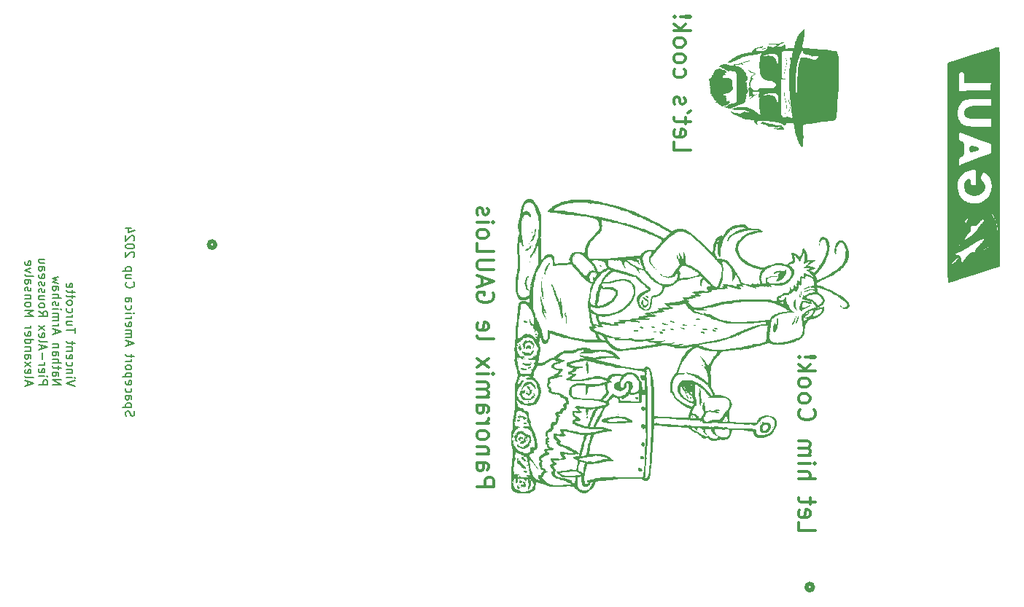
<source format=gbr>
%TF.GenerationSoftware,KiCad,Pcbnew,7.0.7*%
%TF.CreationDate,2024-06-02T12:30:49-04:00*%
%TF.ProjectId,Payload,5061796c-6f61-4642-9e6b-696361645f70,rev?*%
%TF.SameCoordinates,Original*%
%TF.FileFunction,Legend,Bot*%
%TF.FilePolarity,Positive*%
%FSLAX46Y46*%
G04 Gerber Fmt 4.6, Leading zero omitted, Abs format (unit mm)*
G04 Created by KiCad (PCBNEW 7.0.7) date 2024-06-02 12:30:49*
%MOMM*%
%LPD*%
G01*
G04 APERTURE LIST*
%ADD10C,0.300000*%
%ADD11C,0.000000*%
%ADD12C,0.154711*%
%ADD13C,0.150000*%
%ADD14C,0.508000*%
G04 APERTURE END LIST*
D10*
X136150361Y-57556060D02*
X136150361Y-58508441D01*
X136150361Y-58508441D02*
X138150361Y-58508441D01*
X136245600Y-56127488D02*
X136150361Y-56317964D01*
X136150361Y-56317964D02*
X136150361Y-56698917D01*
X136150361Y-56698917D02*
X136245600Y-56889393D01*
X136245600Y-56889393D02*
X136436076Y-56984631D01*
X136436076Y-56984631D02*
X137197980Y-56984631D01*
X137197980Y-56984631D02*
X137388457Y-56889393D01*
X137388457Y-56889393D02*
X137483695Y-56698917D01*
X137483695Y-56698917D02*
X137483695Y-56317964D01*
X137483695Y-56317964D02*
X137388457Y-56127488D01*
X137388457Y-56127488D02*
X137197980Y-56032250D01*
X137197980Y-56032250D02*
X137007504Y-56032250D01*
X137007504Y-56032250D02*
X136817028Y-56984631D01*
X137483695Y-55460821D02*
X137483695Y-54698917D01*
X138150361Y-55175107D02*
X136436076Y-55175107D01*
X136436076Y-55175107D02*
X136245600Y-55079869D01*
X136245600Y-55079869D02*
X136150361Y-54889393D01*
X136150361Y-54889393D02*
X136150361Y-54698917D01*
X138150361Y-53937012D02*
X137769409Y-54127488D01*
X136245600Y-53175107D02*
X136150361Y-52984631D01*
X136150361Y-52984631D02*
X136150361Y-52603679D01*
X136150361Y-52603679D02*
X136245600Y-52413202D01*
X136245600Y-52413202D02*
X136436076Y-52317964D01*
X136436076Y-52317964D02*
X136531314Y-52317964D01*
X136531314Y-52317964D02*
X136721790Y-52413202D01*
X136721790Y-52413202D02*
X136817028Y-52603679D01*
X136817028Y-52603679D02*
X136817028Y-52889393D01*
X136817028Y-52889393D02*
X136912266Y-53079869D01*
X136912266Y-53079869D02*
X137102742Y-53175107D01*
X137102742Y-53175107D02*
X137197980Y-53175107D01*
X137197980Y-53175107D02*
X137388457Y-53079869D01*
X137388457Y-53079869D02*
X137483695Y-52889393D01*
X137483695Y-52889393D02*
X137483695Y-52603679D01*
X137483695Y-52603679D02*
X137388457Y-52413202D01*
X136245600Y-49079868D02*
X136150361Y-49270344D01*
X136150361Y-49270344D02*
X136150361Y-49651297D01*
X136150361Y-49651297D02*
X136245600Y-49841773D01*
X136245600Y-49841773D02*
X136340838Y-49937011D01*
X136340838Y-49937011D02*
X136531314Y-50032249D01*
X136531314Y-50032249D02*
X137102742Y-50032249D01*
X137102742Y-50032249D02*
X137293219Y-49937011D01*
X137293219Y-49937011D02*
X137388457Y-49841773D01*
X137388457Y-49841773D02*
X137483695Y-49651297D01*
X137483695Y-49651297D02*
X137483695Y-49270344D01*
X137483695Y-49270344D02*
X137388457Y-49079868D01*
X136150361Y-47937011D02*
X136245600Y-48127487D01*
X136245600Y-48127487D02*
X136340838Y-48222725D01*
X136340838Y-48222725D02*
X136531314Y-48317963D01*
X136531314Y-48317963D02*
X137102742Y-48317963D01*
X137102742Y-48317963D02*
X137293219Y-48222725D01*
X137293219Y-48222725D02*
X137388457Y-48127487D01*
X137388457Y-48127487D02*
X137483695Y-47937011D01*
X137483695Y-47937011D02*
X137483695Y-47651296D01*
X137483695Y-47651296D02*
X137388457Y-47460820D01*
X137388457Y-47460820D02*
X137293219Y-47365582D01*
X137293219Y-47365582D02*
X137102742Y-47270344D01*
X137102742Y-47270344D02*
X136531314Y-47270344D01*
X136531314Y-47270344D02*
X136340838Y-47365582D01*
X136340838Y-47365582D02*
X136245600Y-47460820D01*
X136245600Y-47460820D02*
X136150361Y-47651296D01*
X136150361Y-47651296D02*
X136150361Y-47937011D01*
X136150361Y-46127487D02*
X136245600Y-46317963D01*
X136245600Y-46317963D02*
X136340838Y-46413201D01*
X136340838Y-46413201D02*
X136531314Y-46508439D01*
X136531314Y-46508439D02*
X137102742Y-46508439D01*
X137102742Y-46508439D02*
X137293219Y-46413201D01*
X137293219Y-46413201D02*
X137388457Y-46317963D01*
X137388457Y-46317963D02*
X137483695Y-46127487D01*
X137483695Y-46127487D02*
X137483695Y-45841772D01*
X137483695Y-45841772D02*
X137388457Y-45651296D01*
X137388457Y-45651296D02*
X137293219Y-45556058D01*
X137293219Y-45556058D02*
X137102742Y-45460820D01*
X137102742Y-45460820D02*
X136531314Y-45460820D01*
X136531314Y-45460820D02*
X136340838Y-45556058D01*
X136340838Y-45556058D02*
X136245600Y-45651296D01*
X136245600Y-45651296D02*
X136150361Y-45841772D01*
X136150361Y-45841772D02*
X136150361Y-46127487D01*
X136150361Y-44603677D02*
X138150361Y-44603677D01*
X136912266Y-44413201D02*
X136150361Y-43841772D01*
X137483695Y-43841772D02*
X136721790Y-44603677D01*
X136340838Y-42984629D02*
X136245600Y-42889391D01*
X136245600Y-42889391D02*
X136150361Y-42984629D01*
X136150361Y-42984629D02*
X136245600Y-43079867D01*
X136245600Y-43079867D02*
X136340838Y-42984629D01*
X136340838Y-42984629D02*
X136150361Y-42984629D01*
X136912266Y-42984629D02*
X138055123Y-43079867D01*
X138055123Y-43079867D02*
X138150361Y-42984629D01*
X138150361Y-42984629D02*
X138055123Y-42889391D01*
X138055123Y-42889391D02*
X136912266Y-42984629D01*
X136912266Y-42984629D02*
X138150361Y-42984629D01*
D11*
G36*
X146774782Y-46651672D02*
G01*
X146791133Y-46654144D01*
X146797119Y-46656219D01*
X146801516Y-46658881D01*
X146804226Y-46662148D01*
X146805151Y-46666041D01*
X146805089Y-46667215D01*
X146804908Y-46668422D01*
X146804609Y-46669658D01*
X146804197Y-46670921D01*
X146803672Y-46672208D01*
X146803040Y-46673517D01*
X146802302Y-46674844D01*
X146801462Y-46676188D01*
X146800523Y-46677545D01*
X146799488Y-46678914D01*
X146798359Y-46680291D01*
X146797140Y-46681673D01*
X146794443Y-46684446D01*
X146791421Y-46687211D01*
X146788097Y-46689947D01*
X146784496Y-46692634D01*
X146780643Y-46695250D01*
X146776559Y-46697775D01*
X146772271Y-46700188D01*
X146767801Y-46702468D01*
X146763174Y-46704594D01*
X146758413Y-46706545D01*
X146725209Y-46717776D01*
X146670067Y-46734825D01*
X146525371Y-46777359D01*
X146387127Y-46816108D01*
X146340049Y-46828426D01*
X146318136Y-46833033D01*
X146315174Y-46832907D01*
X146312581Y-46832538D01*
X146310351Y-46831932D01*
X146308477Y-46831101D01*
X146307671Y-46830604D01*
X146306952Y-46830053D01*
X146306319Y-46829451D01*
X146305771Y-46828798D01*
X146305307Y-46828095D01*
X146304926Y-46827344D01*
X146304628Y-46826546D01*
X146304411Y-46825701D01*
X146304220Y-46823878D01*
X146304346Y-46821885D01*
X146304782Y-46819730D01*
X146305523Y-46817423D01*
X146306560Y-46814973D01*
X146307889Y-46812390D01*
X146309503Y-46809681D01*
X146311394Y-46806858D01*
X146313557Y-46803929D01*
X146315985Y-46800903D01*
X146318672Y-46797789D01*
X146321610Y-46794597D01*
X146324794Y-46791337D01*
X146328217Y-46788016D01*
X146331872Y-46784644D01*
X146335754Y-46781232D01*
X146339854Y-46777787D01*
X146344168Y-46774319D01*
X146348688Y-46770838D01*
X146353409Y-46767352D01*
X146358322Y-46763871D01*
X146363423Y-46760404D01*
X146368704Y-46756961D01*
X146374158Y-46753550D01*
X146374158Y-46753542D01*
X146397086Y-46740990D01*
X146424190Y-46728644D01*
X146454689Y-46716660D01*
X146487805Y-46705199D01*
X146522755Y-46694417D01*
X146558760Y-46684475D01*
X146595039Y-46675530D01*
X146630813Y-46667740D01*
X146665301Y-46661264D01*
X146697722Y-46656261D01*
X146727296Y-46652890D01*
X146753243Y-46651307D01*
X146774782Y-46651672D01*
G37*
G36*
X146492700Y-55205812D02*
G01*
X146505799Y-55206549D01*
X146519268Y-55207866D01*
X146533135Y-55209762D01*
X146547425Y-55212238D01*
X146562164Y-55215292D01*
X146577379Y-55218924D01*
X146593096Y-55223135D01*
X146626138Y-55233291D01*
X146661499Y-55245756D01*
X146699390Y-55260528D01*
X146740018Y-55277605D01*
X146780809Y-55294794D01*
X146820857Y-55310664D01*
X146860305Y-55325245D01*
X146899297Y-55338566D01*
X146937977Y-55350657D01*
X146976488Y-55361549D01*
X147014974Y-55371269D01*
X147053579Y-55379850D01*
X147092446Y-55387319D01*
X147131718Y-55393707D01*
X147171540Y-55399044D01*
X147212055Y-55403359D01*
X147253407Y-55406682D01*
X147295738Y-55409043D01*
X147339194Y-55410472D01*
X147383916Y-55410998D01*
X147445372Y-55411478D01*
X147471713Y-55412152D01*
X147495733Y-55413248D01*
X147517887Y-55414866D01*
X147538626Y-55417104D01*
X147558403Y-55420061D01*
X147577673Y-55423838D01*
X147596886Y-55428533D01*
X147616498Y-55434246D01*
X147636960Y-55441075D01*
X147658725Y-55449121D01*
X147682247Y-55458483D01*
X147707978Y-55469260D01*
X147767881Y-55495455D01*
X147858888Y-55534763D01*
X147898931Y-55550982D01*
X147935986Y-55565030D01*
X147970543Y-55576994D01*
X148003093Y-55586965D01*
X148034126Y-55595031D01*
X148064131Y-55601280D01*
X148093599Y-55605802D01*
X148123020Y-55608685D01*
X148152883Y-55610019D01*
X148183678Y-55609891D01*
X148215896Y-55608391D01*
X148250027Y-55605607D01*
X148286560Y-55601629D01*
X148325986Y-55596544D01*
X148372711Y-55590614D01*
X148415207Y-55586345D01*
X148453928Y-55583934D01*
X148489332Y-55583581D01*
X148521873Y-55585483D01*
X148537211Y-55587341D01*
X148552005Y-55589838D01*
X148566311Y-55592997D01*
X148580185Y-55596844D01*
X148593686Y-55601404D01*
X148606868Y-55606700D01*
X148619791Y-55612758D01*
X148632509Y-55619603D01*
X148645081Y-55627260D01*
X148657564Y-55635752D01*
X148670013Y-55645105D01*
X148682487Y-55655344D01*
X148707733Y-55678578D01*
X148733760Y-55705652D01*
X148761020Y-55736763D01*
X148789970Y-55772110D01*
X148821066Y-55811892D01*
X148847434Y-55846996D01*
X148872087Y-55881333D01*
X148894481Y-55914037D01*
X148914074Y-55944245D01*
X148930321Y-55971089D01*
X148942679Y-55993707D01*
X148947230Y-56003160D01*
X148950606Y-56011232D01*
X148952738Y-56017814D01*
X148953558Y-56022799D01*
X148953556Y-56028213D01*
X148953126Y-56033349D01*
X148952220Y-56038212D01*
X148951574Y-56040545D01*
X148950793Y-56042812D01*
X148949869Y-56045015D01*
X148948799Y-56047154D01*
X148947575Y-56049232D01*
X148946192Y-56051247D01*
X148944644Y-56053203D01*
X148942926Y-56055099D01*
X148941032Y-56056936D01*
X148938956Y-56058716D01*
X148936692Y-56060439D01*
X148934235Y-56062106D01*
X148931579Y-56063719D01*
X148928718Y-56065277D01*
X148922359Y-56068237D01*
X148915111Y-56070991D01*
X148906930Y-56073549D01*
X148897769Y-56075918D01*
X148887582Y-56078105D01*
X148876323Y-56080117D01*
X148863947Y-56081963D01*
X148850408Y-56083649D01*
X148835660Y-56085184D01*
X148819656Y-56086574D01*
X148802352Y-56087827D01*
X148783700Y-56088951D01*
X148763656Y-56089952D01*
X148742174Y-56090840D01*
X148719207Y-56091620D01*
X148694710Y-56092302D01*
X148640941Y-56093396D01*
X148580500Y-56094182D01*
X148513021Y-56094721D01*
X148416392Y-56094999D01*
X148336645Y-56094298D01*
X148271102Y-56092400D01*
X148217082Y-56089087D01*
X148171905Y-56084139D01*
X148132893Y-56077340D01*
X148097365Y-56068471D01*
X148062643Y-56057314D01*
X148038356Y-56049091D01*
X148012370Y-56040858D01*
X147985492Y-56032835D01*
X147958528Y-56025243D01*
X147932285Y-56018301D01*
X147907570Y-56012230D01*
X147885189Y-56007250D01*
X147865949Y-56003580D01*
X147851270Y-56000776D01*
X147837206Y-55997476D01*
X147823900Y-55993773D01*
X147811497Y-55989759D01*
X147800140Y-55985529D01*
X147789973Y-55981175D01*
X147781138Y-55976790D01*
X147773781Y-55972468D01*
X147768045Y-55968301D01*
X147764073Y-55964383D01*
X147762793Y-55962546D01*
X147762009Y-55960806D01*
X147761737Y-55959176D01*
X147761996Y-55957665D01*
X147762805Y-55956287D01*
X147764179Y-55955052D01*
X147766139Y-55953972D01*
X147768701Y-55953060D01*
X147771884Y-55952326D01*
X147775706Y-55951782D01*
X147785337Y-55951311D01*
X147818612Y-55949558D01*
X147889122Y-55944848D01*
X148100469Y-55929430D01*
X148202228Y-55920343D01*
X148292528Y-55909460D01*
X148370470Y-55897004D01*
X148404526Y-55890256D01*
X148435155Y-55883199D01*
X148462244Y-55875861D01*
X148485682Y-55868269D01*
X148505357Y-55860453D01*
X148521154Y-55852439D01*
X148532963Y-55844256D01*
X148540671Y-55835932D01*
X148542952Y-55831725D01*
X148544165Y-55827494D01*
X148544297Y-55823242D01*
X148543333Y-55818972D01*
X148541770Y-55816105D01*
X148539228Y-55813480D01*
X148535747Y-55811096D01*
X148531369Y-55808949D01*
X148526135Y-55807039D01*
X148520087Y-55805362D01*
X148505716Y-55802700D01*
X148488587Y-55800947D01*
X148469032Y-55800084D01*
X148447384Y-55800093D01*
X148423974Y-55800958D01*
X148399134Y-55802660D01*
X148373197Y-55805182D01*
X148346494Y-55808506D01*
X148319359Y-55812615D01*
X148292122Y-55817491D01*
X148265116Y-55823115D01*
X148238673Y-55829472D01*
X148213125Y-55836542D01*
X148187015Y-55844026D01*
X148162574Y-55850437D01*
X148139631Y-55855768D01*
X148118015Y-55860012D01*
X148097555Y-55863162D01*
X148078081Y-55865211D01*
X148059422Y-55866150D01*
X148041406Y-55865975D01*
X148023864Y-55864676D01*
X148006624Y-55862248D01*
X147989515Y-55858682D01*
X147972368Y-55853972D01*
X147955010Y-55848111D01*
X147937271Y-55841092D01*
X147918981Y-55832907D01*
X147899969Y-55823549D01*
X147881863Y-55814847D01*
X147863330Y-55807084D01*
X147844256Y-55800253D01*
X147824531Y-55794344D01*
X147804041Y-55789350D01*
X147782675Y-55785260D01*
X147760321Y-55782067D01*
X147736868Y-55779761D01*
X147712202Y-55778335D01*
X147686212Y-55777780D01*
X147658786Y-55778086D01*
X147629812Y-55779245D01*
X147599179Y-55781248D01*
X147566773Y-55784087D01*
X147532484Y-55787754D01*
X147496198Y-55792238D01*
X147465874Y-55795528D01*
X147435894Y-55797393D01*
X147406218Y-55797824D01*
X147376808Y-55796810D01*
X147347625Y-55794341D01*
X147318631Y-55790407D01*
X147289788Y-55784997D01*
X147261056Y-55778100D01*
X147232396Y-55769707D01*
X147203771Y-55759808D01*
X147175142Y-55748391D01*
X147146469Y-55735447D01*
X147117715Y-55720966D01*
X147088841Y-55704936D01*
X147059807Y-55687348D01*
X147030576Y-55668192D01*
X147001916Y-55649041D01*
X146974426Y-55631386D01*
X146947900Y-55615145D01*
X146922134Y-55600237D01*
X146896923Y-55586580D01*
X146872060Y-55574092D01*
X146847340Y-55562691D01*
X146822559Y-55552295D01*
X146797510Y-55542822D01*
X146771989Y-55534190D01*
X146745789Y-55526317D01*
X146718706Y-55519122D01*
X146690534Y-55512523D01*
X146661069Y-55506437D01*
X146630103Y-55500782D01*
X146597433Y-55495478D01*
X146517200Y-55481938D01*
X146481462Y-55474911D01*
X146448595Y-55467694D01*
X146418563Y-55460271D01*
X146391331Y-55452629D01*
X146366863Y-55444753D01*
X146345122Y-55436628D01*
X146326073Y-55428239D01*
X146309681Y-55419573D01*
X146295908Y-55410614D01*
X146284720Y-55401348D01*
X146276081Y-55391761D01*
X146269955Y-55381838D01*
X146266305Y-55371565D01*
X146265096Y-55360926D01*
X146265285Y-55355974D01*
X146265838Y-55350839D01*
X146266737Y-55345560D01*
X146267964Y-55340178D01*
X146269499Y-55334734D01*
X146271324Y-55329267D01*
X146273422Y-55323819D01*
X146275772Y-55318428D01*
X146278356Y-55313136D01*
X146281157Y-55307983D01*
X146284154Y-55303009D01*
X146287331Y-55298254D01*
X146290667Y-55293760D01*
X146294145Y-55289565D01*
X146297745Y-55285710D01*
X146301450Y-55282236D01*
X146301458Y-55282236D01*
X146322965Y-55264501D01*
X146333635Y-55256510D01*
X146344284Y-55249103D01*
X146354938Y-55242279D01*
X146365623Y-55236038D01*
X146376366Y-55230381D01*
X146387192Y-55225306D01*
X146398128Y-55220814D01*
X146409200Y-55216904D01*
X146420434Y-55213576D01*
X146431855Y-55210830D01*
X146443491Y-55208665D01*
X146455368Y-55207080D01*
X146467510Y-55206077D01*
X146479946Y-55205654D01*
X146492700Y-55205812D01*
G37*
G36*
X144801395Y-49109821D02*
G01*
X144804206Y-49110572D01*
X144807417Y-49111902D01*
X144815041Y-49116305D01*
X144824265Y-49123032D01*
X144835091Y-49132084D01*
X144847517Y-49143465D01*
X144847509Y-49143450D01*
X144909838Y-49202306D01*
X144979475Y-49267702D01*
X144989945Y-49277048D01*
X145001234Y-49286229D01*
X145013410Y-49295278D01*
X145026542Y-49304230D01*
X145040701Y-49313118D01*
X145055955Y-49321977D01*
X145072373Y-49330840D01*
X145090026Y-49339741D01*
X145108983Y-49348714D01*
X145129313Y-49357793D01*
X145151086Y-49367012D01*
X145174370Y-49376405D01*
X145199236Y-49386005D01*
X145225753Y-49395847D01*
X145253990Y-49405965D01*
X145284017Y-49416392D01*
X145325370Y-49430968D01*
X145365055Y-49445804D01*
X145402976Y-49460842D01*
X145439037Y-49476030D01*
X145473143Y-49491312D01*
X145505200Y-49506634D01*
X145535110Y-49521940D01*
X145562780Y-49537177D01*
X145588113Y-49552290D01*
X145611015Y-49567223D01*
X145631389Y-49581923D01*
X145649141Y-49596334D01*
X145664175Y-49610403D01*
X145676395Y-49624074D01*
X145685707Y-49637292D01*
X145692014Y-49650004D01*
X145693436Y-49653938D01*
X145694554Y-49657536D01*
X145695369Y-49660797D01*
X145695663Y-49662300D01*
X145695881Y-49663719D01*
X145696024Y-49665053D01*
X145696091Y-49666302D01*
X145696083Y-49667466D01*
X145695999Y-49668545D01*
X145695840Y-49669539D01*
X145695606Y-49670448D01*
X145695296Y-49671271D01*
X145694912Y-49672009D01*
X145694452Y-49672661D01*
X145693917Y-49673227D01*
X145693307Y-49673708D01*
X145692622Y-49674102D01*
X145691862Y-49674411D01*
X145691027Y-49674633D01*
X145690117Y-49674769D01*
X145689133Y-49674819D01*
X145688073Y-49674783D01*
X145686940Y-49674660D01*
X145685731Y-49674450D01*
X145684448Y-49674154D01*
X145683090Y-49673770D01*
X145681658Y-49673300D01*
X145678571Y-49672098D01*
X145633516Y-49653354D01*
X145585443Y-49634204D01*
X145534433Y-49614677D01*
X145480568Y-49594803D01*
X145423932Y-49574612D01*
X145364604Y-49554135D01*
X145302667Y-49533400D01*
X145238203Y-49512438D01*
X145194585Y-49498071D01*
X145154419Y-49483996D01*
X145117503Y-49470074D01*
X145083632Y-49456166D01*
X145052605Y-49442132D01*
X145024217Y-49427832D01*
X144998266Y-49413127D01*
X144974549Y-49397878D01*
X144952862Y-49381945D01*
X144933003Y-49365188D01*
X144914768Y-49347469D01*
X144897954Y-49328648D01*
X144882358Y-49308584D01*
X144867777Y-49287140D01*
X144854008Y-49264175D01*
X144840849Y-49239550D01*
X144829253Y-49216233D01*
X144819259Y-49195215D01*
X144810867Y-49176497D01*
X144804078Y-49160082D01*
X144798890Y-49145971D01*
X144795304Y-49134167D01*
X144793319Y-49124671D01*
X144792927Y-49120790D01*
X144792936Y-49117487D01*
X144793345Y-49114762D01*
X144794154Y-49112616D01*
X144795364Y-49111048D01*
X144796974Y-49110060D01*
X144798985Y-49109651D01*
X144801395Y-49109821D01*
G37*
G36*
X144912998Y-48102950D02*
G01*
X144935278Y-48105634D01*
X144954008Y-48110180D01*
X144969068Y-48116610D01*
X144975367Y-48120173D01*
X144980787Y-48123358D01*
X144985313Y-48126199D01*
X144988932Y-48128731D01*
X144990396Y-48129894D01*
X144991628Y-48130992D01*
X144992626Y-48132031D01*
X144993388Y-48133016D01*
X144993912Y-48133950D01*
X144994196Y-48134839D01*
X144994239Y-48135686D01*
X144994038Y-48136497D01*
X144993593Y-48137275D01*
X144992900Y-48138025D01*
X144991959Y-48138751D01*
X144990767Y-48139458D01*
X144989323Y-48140151D01*
X144987625Y-48140834D01*
X144985671Y-48141511D01*
X144983459Y-48142186D01*
X144978254Y-48143552D01*
X144971997Y-48144965D01*
X144964672Y-48146463D01*
X144956266Y-48148081D01*
X144919007Y-48155777D01*
X144855733Y-48169511D01*
X144686536Y-48207323D01*
X144627037Y-48221230D01*
X144578240Y-48233632D01*
X144539053Y-48244954D01*
X144522723Y-48250345D01*
X144508387Y-48255627D01*
X144495908Y-48260853D01*
X144485150Y-48266077D01*
X144475976Y-48271352D01*
X144468251Y-48276732D01*
X144461837Y-48282271D01*
X144456598Y-48288021D01*
X144452399Y-48294037D01*
X144449102Y-48300371D01*
X144447469Y-48303954D01*
X144445835Y-48307329D01*
X144444178Y-48310501D01*
X144442480Y-48313474D01*
X144440722Y-48316253D01*
X144438882Y-48318841D01*
X144436943Y-48321243D01*
X144434885Y-48323463D01*
X144432687Y-48325506D01*
X144430331Y-48327376D01*
X144427797Y-48329076D01*
X144425065Y-48330613D01*
X144422116Y-48331989D01*
X144418931Y-48333209D01*
X144415489Y-48334277D01*
X144411771Y-48335199D01*
X144407758Y-48335977D01*
X144403431Y-48336616D01*
X144398768Y-48337121D01*
X144393752Y-48337495D01*
X144388363Y-48337744D01*
X144382580Y-48337871D01*
X144376385Y-48337881D01*
X144369758Y-48337777D01*
X144362679Y-48337565D01*
X144355129Y-48337249D01*
X144338538Y-48336320D01*
X144319827Y-48335026D01*
X144298841Y-48333399D01*
X144264056Y-48331343D01*
X144232842Y-48331022D01*
X144205227Y-48332398D01*
X144192778Y-48333710D01*
X144181239Y-48335431D01*
X144170615Y-48337557D01*
X144160909Y-48340083D01*
X144152123Y-48343003D01*
X144144262Y-48346313D01*
X144137330Y-48350009D01*
X144131330Y-48354084D01*
X144126265Y-48358535D01*
X144122139Y-48363356D01*
X144118955Y-48368542D01*
X144116718Y-48374090D01*
X144115430Y-48379992D01*
X144115096Y-48386246D01*
X144115718Y-48392846D01*
X144117301Y-48399787D01*
X144119848Y-48407064D01*
X144123362Y-48414672D01*
X144127848Y-48422607D01*
X144133308Y-48430863D01*
X144139746Y-48439436D01*
X144147166Y-48448321D01*
X144155571Y-48457512D01*
X144164966Y-48467006D01*
X144186735Y-48486879D01*
X144192083Y-48491621D01*
X144197135Y-48496377D01*
X144201870Y-48501116D01*
X144206268Y-48505808D01*
X144210310Y-48510422D01*
X144213975Y-48514927D01*
X144217244Y-48519292D01*
X144220096Y-48523486D01*
X144222513Y-48527478D01*
X144224473Y-48531237D01*
X144225958Y-48534732D01*
X144226946Y-48537933D01*
X144227249Y-48539413D01*
X144227419Y-48540807D01*
X144227456Y-48542113D01*
X144227357Y-48543325D01*
X144227119Y-48544441D01*
X144226739Y-48545455D01*
X144226215Y-48546365D01*
X144225546Y-48547167D01*
X144224575Y-48547876D01*
X144223160Y-48548511D01*
X144219046Y-48549562D01*
X144213302Y-48550326D01*
X144206026Y-48550808D01*
X144197316Y-48551014D01*
X144187268Y-48550948D01*
X144175982Y-48550617D01*
X144163554Y-48550026D01*
X144135666Y-48548085D01*
X144104386Y-48545167D01*
X144070497Y-48541317D01*
X144034780Y-48536577D01*
X143969520Y-48528235D01*
X143940336Y-48525344D01*
X143913092Y-48523346D01*
X143887520Y-48522268D01*
X143863352Y-48522142D01*
X143840322Y-48522995D01*
X143818161Y-48524857D01*
X143796601Y-48527757D01*
X143775374Y-48531724D01*
X143754214Y-48536787D01*
X143732851Y-48542976D01*
X143711019Y-48550319D01*
X143688450Y-48558847D01*
X143664875Y-48568587D01*
X143640028Y-48579569D01*
X143619335Y-48588403D01*
X143598762Y-48596046D01*
X143578256Y-48602496D01*
X143557767Y-48607754D01*
X143537246Y-48611819D01*
X143516641Y-48614691D01*
X143495901Y-48616369D01*
X143474978Y-48616854D01*
X143453820Y-48616144D01*
X143432376Y-48614241D01*
X143410597Y-48611142D01*
X143388431Y-48606848D01*
X143365829Y-48601359D01*
X143342739Y-48594674D01*
X143319112Y-48586793D01*
X143294897Y-48577715D01*
X143279488Y-48571876D01*
X143264166Y-48566570D01*
X143248757Y-48561776D01*
X143233088Y-48557471D01*
X143216986Y-48553634D01*
X143200278Y-48550245D01*
X143182792Y-48547280D01*
X143164353Y-48544719D01*
X143144789Y-48542540D01*
X143123927Y-48540721D01*
X143101593Y-48539242D01*
X143077615Y-48538080D01*
X143051820Y-48537213D01*
X143024034Y-48536621D01*
X142961797Y-48536173D01*
X142916054Y-48535809D01*
X142873381Y-48534767D01*
X142834711Y-48533120D01*
X142800977Y-48530941D01*
X142773115Y-48528304D01*
X142752057Y-48525281D01*
X142744372Y-48523648D01*
X142738738Y-48521947D01*
X142735272Y-48520185D01*
X142734388Y-48519285D01*
X142734090Y-48518374D01*
X142734314Y-48517446D01*
X142734979Y-48516499D01*
X142736074Y-48515535D01*
X142737588Y-48514555D01*
X142739509Y-48513563D01*
X142741828Y-48512559D01*
X142747611Y-48510524D01*
X142754851Y-48508466D01*
X142763459Y-48506400D01*
X142773346Y-48504342D01*
X142784426Y-48502306D01*
X142796611Y-48500308D01*
X142809812Y-48498364D01*
X142823942Y-48496488D01*
X142838912Y-48494695D01*
X142854636Y-48493001D01*
X142871025Y-48491421D01*
X142887991Y-48489971D01*
X142905447Y-48488665D01*
X142905447Y-48488718D01*
X142944762Y-48486565D01*
X142990905Y-48485027D01*
X143042189Y-48484104D01*
X143096926Y-48483796D01*
X143153431Y-48484103D01*
X143210016Y-48485024D01*
X143264994Y-48486560D01*
X143316679Y-48488711D01*
X143381804Y-48491568D01*
X143436861Y-48493077D01*
X143483145Y-48493158D01*
X143521948Y-48491731D01*
X143538949Y-48490427D01*
X143554565Y-48488715D01*
X143568958Y-48486587D01*
X143582289Y-48484032D01*
X143594721Y-48481039D01*
X143606414Y-48477600D01*
X143617531Y-48473703D01*
X143628233Y-48469340D01*
X143646237Y-48461981D01*
X143669999Y-48453032D01*
X143698502Y-48442838D01*
X143730726Y-48431744D01*
X143765654Y-48420094D01*
X143802267Y-48408232D01*
X143839548Y-48396505D01*
X143876478Y-48385256D01*
X143968810Y-48356484D01*
X144089701Y-48317192D01*
X144223469Y-48272547D01*
X144354429Y-48227717D01*
X144467637Y-48190169D01*
X144572354Y-48159037D01*
X144667630Y-48134493D01*
X144711429Y-48124744D01*
X144752512Y-48116708D01*
X144790757Y-48110404D01*
X144826048Y-48105855D01*
X144858264Y-48103082D01*
X144887287Y-48102107D01*
X144912998Y-48102950D01*
G37*
G36*
X151290265Y-44433786D02*
G01*
X151296751Y-44435653D01*
X151302873Y-44438364D01*
X151308634Y-44441921D01*
X151314035Y-44446330D01*
X151323769Y-44457715D01*
X151332099Y-44472550D01*
X151339044Y-44490864D01*
X151344626Y-44512690D01*
X151348866Y-44538057D01*
X151351785Y-44566996D01*
X151353405Y-44599538D01*
X151353746Y-44635713D01*
X151352829Y-44675553D01*
X151350676Y-44719087D01*
X151347308Y-44766346D01*
X151337011Y-44872164D01*
X151322106Y-44993252D01*
X151302763Y-45129854D01*
X151231833Y-45601950D01*
X151206249Y-45764284D01*
X151183833Y-45896765D01*
X151162022Y-46013861D01*
X151138254Y-46130039D01*
X151074590Y-46417513D01*
X151068796Y-46444921D01*
X151063995Y-46471093D01*
X151060250Y-46495414D01*
X151057622Y-46517267D01*
X151056172Y-46536038D01*
X151055908Y-46544075D01*
X151055962Y-46551111D01*
X151056341Y-46557068D01*
X151057053Y-46561869D01*
X151058106Y-46565438D01*
X151059507Y-46567698D01*
X151062840Y-46569423D01*
X151069563Y-46571427D01*
X151079491Y-46573686D01*
X151092269Y-46576141D01*
X151092441Y-46576175D01*
X151126676Y-46581745D01*
X151170802Y-46587945D01*
X151223352Y-46594579D01*
X151282861Y-46601454D01*
X151347863Y-46608374D01*
X151416891Y-46615145D01*
X151707302Y-46643559D01*
X151925146Y-46666742D01*
X152010972Y-46676058D01*
X152121819Y-46687055D01*
X152243377Y-46698359D01*
X152361333Y-46708597D01*
X152495679Y-46720461D01*
X152661862Y-46736193D01*
X153005231Y-46771067D01*
X153376054Y-46808952D01*
X153742597Y-46843760D01*
X154260807Y-46892555D01*
X154635021Y-46933155D01*
X154770852Y-46950711D01*
X154873951Y-46966611D01*
X154945407Y-46980989D01*
X154986311Y-46993975D01*
X154999647Y-47000922D01*
X155012721Y-47008982D01*
X155025532Y-47018152D01*
X155038078Y-47028430D01*
X155050360Y-47039815D01*
X155062376Y-47052303D01*
X155074124Y-47065893D01*
X155085606Y-47080583D01*
X155096819Y-47096370D01*
X155107763Y-47113253D01*
X155118437Y-47131228D01*
X155128840Y-47150295D01*
X155138972Y-47170450D01*
X155148831Y-47191691D01*
X155158416Y-47214018D01*
X155167728Y-47237426D01*
X155185525Y-47287481D01*
X155202216Y-47341838D01*
X155217794Y-47400481D01*
X155232252Y-47463393D01*
X155245583Y-47530555D01*
X155257782Y-47601950D01*
X155268841Y-47677562D01*
X155278753Y-47757372D01*
X155287749Y-47953705D01*
X155294233Y-48325602D01*
X155299602Y-49372378D01*
X155294743Y-50450269D01*
X155288441Y-50861062D01*
X155279539Y-51111849D01*
X155256186Y-51498444D01*
X155228353Y-52004984D01*
X155163875Y-53210865D01*
X155147338Y-53480733D01*
X155132780Y-53677034D01*
X155116987Y-53860717D01*
X155099421Y-54039982D01*
X155080653Y-54210455D01*
X155061256Y-54367759D01*
X155041802Y-54507520D01*
X155022865Y-54625362D01*
X155005016Y-54716910D01*
X154988828Y-54777788D01*
X154975298Y-54815509D01*
X154961762Y-54849737D01*
X154947995Y-54880662D01*
X154933773Y-54908475D01*
X154926421Y-54921274D01*
X154918872Y-54933365D01*
X154911097Y-54944774D01*
X154903068Y-54955523D01*
X154894758Y-54965636D01*
X154886137Y-54975138D01*
X154877179Y-54984052D01*
X154867856Y-54992401D01*
X154858138Y-55000210D01*
X154847999Y-55007502D01*
X154837410Y-55014302D01*
X154826343Y-55020632D01*
X154814770Y-55026516D01*
X154802664Y-55031979D01*
X154789996Y-55037044D01*
X154776737Y-55041735D01*
X154748340Y-55050089D01*
X154717247Y-55057232D01*
X154683234Y-55063353D01*
X154646078Y-55068644D01*
X153442645Y-55225788D01*
X152537840Y-55349596D01*
X152294210Y-55384040D01*
X152049492Y-55416243D01*
X151825662Y-55443422D01*
X151644697Y-55462793D01*
X151580424Y-55469579D01*
X151505231Y-55478526D01*
X151428473Y-55488471D01*
X151359510Y-55498247D01*
X151309968Y-55505833D01*
X151289855Y-55509195D01*
X151272525Y-55512460D01*
X151257735Y-55515770D01*
X151245243Y-55519268D01*
X151234806Y-55523096D01*
X151230282Y-55525178D01*
X151226182Y-55527396D01*
X151222473Y-55529768D01*
X151219128Y-55532312D01*
X151216114Y-55535045D01*
X151213401Y-55537986D01*
X151210960Y-55541151D01*
X151208760Y-55544559D01*
X151204962Y-55552176D01*
X151201765Y-55560977D01*
X151198925Y-55571107D01*
X151193349Y-55595919D01*
X151190147Y-55616804D01*
X151187310Y-55647186D01*
X151182744Y-55733574D01*
X151179681Y-55849342D01*
X151178149Y-55988752D01*
X151178178Y-56146064D01*
X151179798Y-56315539D01*
X151183037Y-56491439D01*
X151187925Y-56668024D01*
X151191320Y-56816199D01*
X151192659Y-56981563D01*
X151189801Y-57329645D01*
X151180607Y-57643842D01*
X151174027Y-57766849D01*
X151166334Y-57855723D01*
X151164413Y-57870398D01*
X151162176Y-57884933D01*
X151159635Y-57899282D01*
X151156806Y-57913399D01*
X151153703Y-57927237D01*
X151150340Y-57940750D01*
X151146733Y-57953892D01*
X151142895Y-57966617D01*
X151138842Y-57978878D01*
X151134588Y-57990630D01*
X151130146Y-58001826D01*
X151125533Y-58012420D01*
X151120762Y-58022366D01*
X151115848Y-58031618D01*
X151110806Y-58040129D01*
X151105650Y-58047854D01*
X151094739Y-58062245D01*
X151083749Y-58074847D01*
X151072656Y-58085636D01*
X151061439Y-58094586D01*
X151050075Y-58101675D01*
X151038541Y-58106875D01*
X151026816Y-58110164D01*
X151020874Y-58111084D01*
X151014876Y-58111516D01*
X151008819Y-58111458D01*
X151002699Y-58110907D01*
X150990263Y-58108311D01*
X150977546Y-58103705D01*
X150964524Y-58097064D01*
X150951175Y-58088363D01*
X150937478Y-58077577D01*
X150923409Y-58064681D01*
X150908946Y-58049652D01*
X150894066Y-58032464D01*
X150878748Y-58013093D01*
X150862968Y-57991515D01*
X150846704Y-57967703D01*
X150829935Y-57941634D01*
X150812636Y-57913284D01*
X150794787Y-57882627D01*
X150776363Y-57849638D01*
X150757344Y-57814294D01*
X150737706Y-57776569D01*
X150717428Y-57736440D01*
X150696486Y-57693880D01*
X150652521Y-57601373D01*
X150605634Y-57498850D01*
X150562745Y-57400453D01*
X150521382Y-57299315D01*
X150481563Y-57195498D01*
X150443302Y-57089061D01*
X150371522Y-56868572D01*
X150306169Y-56638329D01*
X150247371Y-56398815D01*
X150195254Y-56150514D01*
X150149947Y-55893908D01*
X150111578Y-55629480D01*
X150076475Y-55359469D01*
X149754530Y-55346476D01*
X149618188Y-55340150D01*
X149484954Y-55332536D01*
X149370109Y-55324594D01*
X149288931Y-55317286D01*
X149243746Y-55312346D01*
X149209426Y-55309191D01*
X149195945Y-55308356D01*
X149184706Y-55308054D01*
X149175551Y-55308313D01*
X149168322Y-55309163D01*
X149162862Y-55310632D01*
X149160745Y-55311608D01*
X149159012Y-55312750D01*
X149157641Y-55314061D01*
X149156614Y-55315544D01*
X149155910Y-55317204D01*
X149155510Y-55319044D01*
X149155543Y-55323279D01*
X149156554Y-55328277D01*
X149158385Y-55334066D01*
X149160879Y-55340677D01*
X149167840Y-55359196D01*
X149173822Y-55376980D01*
X149178824Y-55394040D01*
X149182846Y-55410386D01*
X149185886Y-55426028D01*
X149187946Y-55440976D01*
X149189025Y-55455240D01*
X149189122Y-55468829D01*
X149188237Y-55481754D01*
X149186370Y-55494025D01*
X149183521Y-55505651D01*
X149179690Y-55516642D01*
X149174875Y-55527009D01*
X149169077Y-55536761D01*
X149162296Y-55545908D01*
X149154531Y-55554461D01*
X149147059Y-55561443D01*
X149139228Y-55567808D01*
X149131039Y-55573555D01*
X149122494Y-55578685D01*
X149113596Y-55583199D01*
X149104346Y-55587097D01*
X149094746Y-55590379D01*
X149084798Y-55593046D01*
X149074504Y-55595097D01*
X149063866Y-55596534D01*
X149052887Y-55597357D01*
X149041567Y-55597566D01*
X149029908Y-55597161D01*
X149017914Y-55596144D01*
X149005585Y-55594514D01*
X148992924Y-55592271D01*
X148979933Y-55589416D01*
X148966613Y-55585950D01*
X148952967Y-55581873D01*
X148938996Y-55577185D01*
X148924703Y-55571887D01*
X148910088Y-55565978D01*
X148879906Y-55552333D01*
X148848465Y-55536252D01*
X148815779Y-55517739D01*
X148781866Y-55496797D01*
X148746740Y-55473429D01*
X148706646Y-55446622D01*
X148667243Y-55422110D01*
X148627576Y-55399631D01*
X148586691Y-55378923D01*
X148543631Y-55359723D01*
X148497442Y-55341769D01*
X148447170Y-55324799D01*
X148391858Y-55308550D01*
X148330551Y-55292760D01*
X148262296Y-55277166D01*
X148186136Y-55261506D01*
X148101116Y-55245518D01*
X148006282Y-55228940D01*
X147900678Y-55211508D01*
X147653341Y-55173037D01*
X147437468Y-55145406D01*
X147187653Y-55121532D01*
X146921200Y-55102164D01*
X146655414Y-55088051D01*
X146407601Y-55079941D01*
X146195065Y-55078582D01*
X146035110Y-55084724D01*
X145980259Y-55090842D01*
X145945043Y-55099115D01*
X145937295Y-55102366D01*
X145929809Y-55106119D01*
X145922588Y-55110363D01*
X145915638Y-55115084D01*
X145908962Y-55120270D01*
X145902564Y-55125908D01*
X145896449Y-55131985D01*
X145890622Y-55138489D01*
X145885086Y-55145405D01*
X145879847Y-55152721D01*
X145874907Y-55160425D01*
X145870272Y-55168504D01*
X145865946Y-55176944D01*
X145861932Y-55185734D01*
X145858237Y-55194859D01*
X145854863Y-55204307D01*
X145851815Y-55214065D01*
X145849097Y-55224121D01*
X145846714Y-55234461D01*
X145844670Y-55245072D01*
X145842970Y-55255942D01*
X145841617Y-55267058D01*
X145840615Y-55278407D01*
X145839970Y-55289976D01*
X145839686Y-55301752D01*
X145839766Y-55313722D01*
X145840215Y-55325874D01*
X145841038Y-55338194D01*
X145842239Y-55350670D01*
X145843821Y-55363289D01*
X145845790Y-55376037D01*
X145848150Y-55388903D01*
X145852437Y-55411689D01*
X145856078Y-55433305D01*
X145859019Y-55453250D01*
X145861207Y-55471028D01*
X145862587Y-55486137D01*
X145863107Y-55498082D01*
X145863027Y-55502711D01*
X145862712Y-55506361D01*
X145862155Y-55508971D01*
X145861349Y-55510477D01*
X145858844Y-55512018D01*
X145855263Y-55512768D01*
X145850670Y-55512762D01*
X145845125Y-55512036D01*
X145831429Y-55508558D01*
X145814669Y-55502610D01*
X145795341Y-55494469D01*
X145773940Y-55484411D01*
X145750961Y-55472714D01*
X145726899Y-55459652D01*
X145702248Y-55445503D01*
X145677503Y-55430543D01*
X145653161Y-55415049D01*
X145629714Y-55399296D01*
X145607659Y-55383562D01*
X145587491Y-55368123D01*
X145569703Y-55353255D01*
X145554792Y-55339235D01*
X145537951Y-55321472D01*
X145522819Y-55304075D01*
X145509391Y-55287030D01*
X145497664Y-55270318D01*
X145487631Y-55253923D01*
X145479289Y-55237829D01*
X145475751Y-55229890D01*
X145472634Y-55222019D01*
X145469937Y-55214215D01*
X145467661Y-55206475D01*
X145465803Y-55198799D01*
X145464364Y-55191182D01*
X145463344Y-55183624D01*
X145462741Y-55176122D01*
X145462555Y-55168675D01*
X145462785Y-55161280D01*
X145463432Y-55153934D01*
X145464494Y-55146637D01*
X145465971Y-55139385D01*
X145467861Y-55132177D01*
X145470166Y-55125011D01*
X145472884Y-55117884D01*
X145476014Y-55110795D01*
X145479556Y-55103741D01*
X145483510Y-55096721D01*
X145487875Y-55089731D01*
X145491576Y-55083861D01*
X145494955Y-55078050D01*
X145498006Y-55072326D01*
X145500723Y-55066717D01*
X145503098Y-55061250D01*
X145505126Y-55055953D01*
X145506799Y-55050854D01*
X145508111Y-55045981D01*
X145509055Y-55041360D01*
X145509624Y-55037021D01*
X145509813Y-55032990D01*
X145509614Y-55029296D01*
X145509022Y-55025965D01*
X145508575Y-55024445D01*
X145508028Y-55023027D01*
X145507379Y-55021713D01*
X145506627Y-55020507D01*
X145505772Y-55019413D01*
X145504812Y-55018435D01*
X145503434Y-55017531D01*
X145501240Y-55016575D01*
X145494490Y-55014515D01*
X145484739Y-55012275D01*
X145472159Y-55009878D01*
X145439215Y-55004696D01*
X145397055Y-54999140D01*
X145347077Y-54993381D01*
X145290676Y-54987589D01*
X145229251Y-54981937D01*
X145164198Y-54976595D01*
X145031246Y-54965428D01*
X144908027Y-54953196D01*
X144793911Y-54939803D01*
X144688270Y-54925155D01*
X144590475Y-54909157D01*
X144499896Y-54891714D01*
X144415905Y-54872731D01*
X144337873Y-54852114D01*
X144239742Y-54822693D01*
X144139001Y-54789748D01*
X143932521Y-54714625D01*
X143724098Y-54629436D01*
X143519399Y-54536870D01*
X143324090Y-54439616D01*
X143143837Y-54340362D01*
X143061127Y-54290826D01*
X142984306Y-54241799D01*
X142914082Y-54193617D01*
X142851163Y-54146616D01*
X142832321Y-54131516D01*
X142813967Y-54116186D01*
X142796238Y-54100780D01*
X142779274Y-54085451D01*
X142763213Y-54070353D01*
X142748193Y-54055638D01*
X142734352Y-54041460D01*
X142721829Y-54027971D01*
X142710762Y-54015327D01*
X142701290Y-54003678D01*
X142693551Y-53993180D01*
X142687683Y-53983984D01*
X142683824Y-53976245D01*
X142682692Y-53972969D01*
X142682114Y-53970115D01*
X142682107Y-53967702D01*
X142682689Y-53965748D01*
X142683878Y-53964273D01*
X142685690Y-53963297D01*
X142689879Y-53963001D01*
X142697297Y-53963787D01*
X142707763Y-53965606D01*
X142721096Y-53968408D01*
X142755638Y-53976760D01*
X142799473Y-53988444D01*
X142851155Y-54003060D01*
X142909234Y-54020209D01*
X142972263Y-54039493D01*
X143038793Y-54060511D01*
X143253634Y-54127135D01*
X143346890Y-54153803D01*
X143431936Y-54176111D01*
X143509697Y-54194111D01*
X143581097Y-54207853D01*
X143647063Y-54217391D01*
X143708519Y-54222776D01*
X143766389Y-54224058D01*
X143821598Y-54221291D01*
X143875072Y-54214525D01*
X143927735Y-54203813D01*
X143980513Y-54189205D01*
X144034329Y-54170755D01*
X144090109Y-54148512D01*
X144148779Y-54122530D01*
X144342687Y-54033213D01*
X144571691Y-54078196D01*
X144717307Y-54106071D01*
X144769143Y-54115038D01*
X144811074Y-54121221D01*
X144846158Y-54125014D01*
X144877453Y-54126813D01*
X144908017Y-54127016D01*
X144940908Y-54126017D01*
X144949767Y-54125544D01*
X144957836Y-54124899D01*
X144965112Y-54124078D01*
X144971592Y-54123078D01*
X144977273Y-54121896D01*
X144982151Y-54120529D01*
X144986224Y-54118974D01*
X144989487Y-54117229D01*
X144991939Y-54115290D01*
X144993575Y-54113154D01*
X144994086Y-54112011D01*
X144994393Y-54110818D01*
X144994494Y-54109575D01*
X144994389Y-54108280D01*
X144993560Y-54105536D01*
X144991903Y-54102584D01*
X144989415Y-54099420D01*
X144986092Y-54096042D01*
X144981932Y-54092446D01*
X144976931Y-54088629D01*
X144971085Y-54084590D01*
X144964393Y-54080323D01*
X144956850Y-54075828D01*
X144948453Y-54071100D01*
X144929086Y-54060935D01*
X144906266Y-54049804D01*
X144879967Y-54037685D01*
X144850164Y-54024554D01*
X144816831Y-54010386D01*
X144778939Y-53994005D01*
X144740699Y-53976513D01*
X144703154Y-53958449D01*
X144667349Y-53940354D01*
X144634327Y-53922770D01*
X144605131Y-53906238D01*
X144580804Y-53891297D01*
X144562391Y-53878489D01*
X144489141Y-53822451D01*
X143855627Y-53821123D01*
X143636533Y-53819907D01*
X143457688Y-53816940D01*
X143314014Y-53811751D01*
X143200434Y-53803868D01*
X143111871Y-53792821D01*
X143075385Y-53785964D01*
X143043249Y-53778138D01*
X143014829Y-53769286D01*
X142989489Y-53759348D01*
X142966597Y-53748265D01*
X142945516Y-53735979D01*
X142938666Y-53731532D01*
X142932599Y-53727344D01*
X142927302Y-53723380D01*
X142924938Y-53721470D01*
X142922761Y-53719602D01*
X142920770Y-53717773D01*
X142918962Y-53715976D01*
X142917336Y-53714209D01*
X142915890Y-53712465D01*
X142914623Y-53710742D01*
X142913532Y-53709033D01*
X142912616Y-53707335D01*
X142911873Y-53705644D01*
X142911302Y-53703954D01*
X142910900Y-53702261D01*
X142910666Y-53700561D01*
X142910599Y-53698849D01*
X142910695Y-53697121D01*
X142910954Y-53695372D01*
X142911374Y-53693597D01*
X142911953Y-53691792D01*
X142912690Y-53689954D01*
X142913581Y-53688076D01*
X142914627Y-53686154D01*
X142915825Y-53684185D01*
X142917173Y-53682163D01*
X142918670Y-53680084D01*
X142922102Y-53675738D01*
X142923434Y-53674211D01*
X142924878Y-53672704D01*
X142928083Y-53669756D01*
X142931678Y-53666908D01*
X142935626Y-53664177D01*
X142939888Y-53661576D01*
X142944427Y-53659122D01*
X142949203Y-53656830D01*
X142954178Y-53654714D01*
X142959316Y-53652790D01*
X142964577Y-53651073D01*
X142969923Y-53649579D01*
X142975316Y-53648322D01*
X142980717Y-53647318D01*
X142986090Y-53646582D01*
X142991395Y-53646130D01*
X142996595Y-53645975D01*
X143002316Y-53645712D01*
X143009146Y-53644940D01*
X143016998Y-53643684D01*
X143025781Y-53641971D01*
X143035405Y-53639828D01*
X143045782Y-53637279D01*
X143068433Y-53631071D01*
X143093019Y-53623556D01*
X143118822Y-53614941D01*
X143145127Y-53605435D01*
X143171217Y-53595247D01*
X143194477Y-53586903D01*
X143223013Y-53578483D01*
X143256005Y-53570105D01*
X143292633Y-53561884D01*
X143373519Y-53546380D01*
X143459111Y-53532901D01*
X143542850Y-53522376D01*
X143618177Y-53515735D01*
X143650636Y-53514162D01*
X143678533Y-53513908D01*
X143701047Y-53515090D01*
X143717359Y-53517824D01*
X143721023Y-53518190D01*
X143728272Y-53518302D01*
X143752744Y-53517800D01*
X143789218Y-53516399D01*
X143836137Y-53514176D01*
X143955082Y-53507578D01*
X144097120Y-53498636D01*
X144236714Y-53490417D01*
X144353221Y-53486416D01*
X144404525Y-53486188D01*
X144452106Y-53487242D01*
X144496648Y-53489655D01*
X144538832Y-53493504D01*
X144579343Y-53498863D01*
X144618864Y-53505810D01*
X144658077Y-53514420D01*
X144697665Y-53524770D01*
X144738312Y-53536935D01*
X144780701Y-53550992D01*
X144873434Y-53585085D01*
X144920956Y-53604446D01*
X144972692Y-53627584D01*
X145028521Y-53654428D01*
X145088322Y-53684904D01*
X145219366Y-53756465D01*
X145364862Y-53841689D01*
X145523851Y-53939997D01*
X145695372Y-54050810D01*
X145878466Y-54173549D01*
X146072172Y-54307634D01*
X146102469Y-54328463D01*
X146131111Y-54347285D01*
X146157443Y-54363731D01*
X146180812Y-54377434D01*
X146200564Y-54388024D01*
X146208880Y-54392038D01*
X146216045Y-54395135D01*
X146221980Y-54397269D01*
X146226602Y-54398396D01*
X146229829Y-54398468D01*
X146230894Y-54398095D01*
X146231580Y-54397440D01*
X146231992Y-54396323D01*
X146232243Y-54394576D01*
X146232273Y-54389262D01*
X146231697Y-54381633D01*
X146230542Y-54371825D01*
X146226595Y-54346211D01*
X146220640Y-54313503D01*
X146212885Y-54274786D01*
X146203539Y-54231141D01*
X146192810Y-54183652D01*
X146180906Y-54133402D01*
X146155149Y-54017668D01*
X146133252Y-53898094D01*
X146115009Y-53772518D01*
X146100215Y-53638776D01*
X146088663Y-53494705D01*
X146080150Y-53338143D01*
X146074470Y-53166926D01*
X146071416Y-52978891D01*
X146070614Y-52859826D01*
X146070799Y-52764182D01*
X146072229Y-52688299D01*
X146075162Y-52628513D01*
X146079855Y-52581166D01*
X146086567Y-52542595D01*
X146095555Y-52509139D01*
X146107076Y-52477137D01*
X146114705Y-52456953D01*
X146121294Y-52437595D01*
X146126736Y-52419523D01*
X146130926Y-52403199D01*
X146132517Y-52395837D01*
X146133756Y-52389085D01*
X146134629Y-52383001D01*
X146135121Y-52377643D01*
X146135221Y-52373068D01*
X146134915Y-52369333D01*
X146134190Y-52366498D01*
X146133665Y-52365435D01*
X146133031Y-52364618D01*
X146132249Y-52363959D01*
X146131288Y-52363367D01*
X146130155Y-52362839D01*
X146128854Y-52362377D01*
X146127392Y-52361980D01*
X146125774Y-52361646D01*
X146122091Y-52361169D01*
X146117849Y-52360940D01*
X146113093Y-52360956D01*
X146107867Y-52361211D01*
X146102215Y-52361701D01*
X146096181Y-52362422D01*
X146089809Y-52363368D01*
X146083143Y-52364536D01*
X146076228Y-52365920D01*
X146069106Y-52367516D01*
X146061823Y-52369319D01*
X146054423Y-52371325D01*
X146046949Y-52373530D01*
X145974271Y-52395830D01*
X145974004Y-52278338D01*
X145974205Y-52265388D01*
X145974861Y-52250876D01*
X145977446Y-52217794D01*
X145981575Y-52180350D01*
X145987063Y-52139802D01*
X145991463Y-52111803D01*
X146555898Y-52111803D01*
X146555983Y-52113088D01*
X146556235Y-52114314D01*
X146556655Y-52115480D01*
X146557238Y-52116587D01*
X146557985Y-52117634D01*
X146558894Y-52118620D01*
X146559962Y-52119546D01*
X146561188Y-52120412D01*
X146562571Y-52121217D01*
X146564109Y-52121960D01*
X146565800Y-52122643D01*
X146567642Y-52123264D01*
X146569635Y-52123823D01*
X146571776Y-52124321D01*
X146574063Y-52124756D01*
X146576496Y-52125129D01*
X146579072Y-52125439D01*
X146581789Y-52125687D01*
X146584647Y-52125871D01*
X146587643Y-52125993D01*
X146590776Y-52126051D01*
X146594044Y-52126045D01*
X146597445Y-52125976D01*
X146600979Y-52125842D01*
X146608434Y-52125381D01*
X146616398Y-52124662D01*
X146624855Y-52123681D01*
X146633794Y-52122439D01*
X146633787Y-52122431D01*
X146792178Y-52100531D01*
X146933868Y-52085124D01*
X146999157Y-52079861D01*
X147061117Y-52076228D01*
X147120033Y-52074228D01*
X147176186Y-52073862D01*
X147229860Y-52075134D01*
X147281336Y-52078045D01*
X147330897Y-52082599D01*
X147378826Y-52088796D01*
X147425406Y-52096640D01*
X147470918Y-52106133D01*
X147515647Y-52117278D01*
X147559873Y-52130076D01*
X147616635Y-52149209D01*
X147643449Y-52159543D01*
X147669273Y-52170461D01*
X147694148Y-52182020D01*
X147718114Y-52194274D01*
X147741211Y-52207277D01*
X147763481Y-52221086D01*
X147784964Y-52235755D01*
X147805700Y-52251339D01*
X147825731Y-52267894D01*
X147845096Y-52285474D01*
X147863837Y-52304134D01*
X147881994Y-52323929D01*
X147899608Y-52344915D01*
X147916719Y-52367147D01*
X147933368Y-52390679D01*
X147949596Y-52415566D01*
X147965442Y-52441865D01*
X147980949Y-52469629D01*
X147996156Y-52498914D01*
X148011104Y-52529775D01*
X148040386Y-52596444D01*
X148069119Y-52670078D01*
X148097629Y-52751115D01*
X148126241Y-52839998D01*
X148155279Y-52937166D01*
X148166108Y-52973164D01*
X148176138Y-53003519D01*
X148180860Y-53016593D01*
X148185390Y-53028272D01*
X148189731Y-53038560D01*
X148193884Y-53047464D01*
X148197854Y-53054987D01*
X148201641Y-53061134D01*
X148205248Y-53065912D01*
X148208679Y-53069325D01*
X148211936Y-53071378D01*
X148213500Y-53071897D01*
X148215021Y-53072077D01*
X148216500Y-53071919D01*
X148217937Y-53071425D01*
X148219332Y-53070595D01*
X148220686Y-53069430D01*
X148223766Y-53064414D01*
X148226734Y-53055784D01*
X148232310Y-53028560D01*
X148237377Y-52989516D01*
X148241896Y-52940411D01*
X148249135Y-52819053D01*
X148253724Y-52678558D01*
X148255355Y-52532994D01*
X148253723Y-52396432D01*
X148249933Y-52313723D01*
X148632955Y-52313723D01*
X148636650Y-53789899D01*
X148640654Y-54246468D01*
X148645551Y-54423075D01*
X148645582Y-54423052D01*
X148646276Y-54424736D01*
X148647057Y-54426398D01*
X148647921Y-54428037D01*
X148648865Y-54429651D01*
X148649886Y-54431236D01*
X148650981Y-54432792D01*
X148652146Y-54434317D01*
X148653379Y-54435807D01*
X148654676Y-54437261D01*
X148656034Y-54438677D01*
X148657450Y-54440053D01*
X148658920Y-54441386D01*
X148660443Y-54442675D01*
X148662013Y-54443917D01*
X148663629Y-54445110D01*
X148665288Y-54446253D01*
X148668718Y-54448377D01*
X148670483Y-54449355D01*
X148672278Y-54450273D01*
X148674100Y-54451130D01*
X148675944Y-54451923D01*
X148677809Y-54452651D01*
X148679690Y-54453312D01*
X148681585Y-54453902D01*
X148683490Y-54454421D01*
X148685403Y-54454865D01*
X148687320Y-54455234D01*
X148689238Y-54455524D01*
X148691154Y-54455734D01*
X148693065Y-54455861D01*
X148694967Y-54455904D01*
X148699363Y-54456008D01*
X148703644Y-54456323D01*
X148707811Y-54456849D01*
X148711868Y-54457591D01*
X148715815Y-54458550D01*
X148719655Y-54459729D01*
X148723390Y-54461130D01*
X148727021Y-54462756D01*
X148730551Y-54464609D01*
X148733980Y-54466692D01*
X148737312Y-54469006D01*
X148740548Y-54471556D01*
X148743690Y-54474342D01*
X148746740Y-54477367D01*
X148749699Y-54480635D01*
X148752571Y-54484146D01*
X148755356Y-54487905D01*
X148758056Y-54491912D01*
X148760674Y-54496171D01*
X148763211Y-54500684D01*
X148765669Y-54505454D01*
X148768050Y-54510483D01*
X148770357Y-54515773D01*
X148772590Y-54521326D01*
X148774752Y-54527147D01*
X148776845Y-54533235D01*
X148780830Y-54546229D01*
X148784561Y-54560327D01*
X148788053Y-54575548D01*
X148791120Y-54588635D01*
X148794577Y-54601007D01*
X148798435Y-54612665D01*
X148802704Y-54623613D01*
X148807396Y-54633853D01*
X148812521Y-54643387D01*
X148818089Y-54652217D01*
X148824111Y-54660345D01*
X148830598Y-54667775D01*
X148837561Y-54674508D01*
X148845010Y-54680547D01*
X148852956Y-54685894D01*
X148861409Y-54690551D01*
X148870380Y-54694521D01*
X148879881Y-54697807D01*
X148889921Y-54700409D01*
X148900511Y-54702331D01*
X148911662Y-54703576D01*
X148923385Y-54704144D01*
X148935689Y-54704040D01*
X148948587Y-54703265D01*
X148962088Y-54701821D01*
X148976204Y-54699711D01*
X148990944Y-54696936D01*
X149006320Y-54693501D01*
X149022342Y-54689406D01*
X149039021Y-54684654D01*
X149056367Y-54679248D01*
X149074392Y-54673190D01*
X149093106Y-54666482D01*
X149112519Y-54659126D01*
X149132642Y-54651125D01*
X149160582Y-54640127D01*
X149186682Y-54630687D01*
X149211281Y-54622821D01*
X149234719Y-54616546D01*
X149257334Y-54611879D01*
X149279466Y-54608836D01*
X149301452Y-54607433D01*
X149323634Y-54607688D01*
X149346348Y-54609617D01*
X149369935Y-54613236D01*
X149394733Y-54618562D01*
X149421082Y-54625611D01*
X149449319Y-54634400D01*
X149479785Y-54644946D01*
X149512818Y-54657265D01*
X149548757Y-54671373D01*
X149566510Y-54678294D01*
X149583911Y-54684708D01*
X149601001Y-54690623D01*
X149617821Y-54696047D01*
X149634412Y-54700990D01*
X149650813Y-54705459D01*
X149667065Y-54709463D01*
X149683210Y-54713010D01*
X149699287Y-54716108D01*
X149715337Y-54718767D01*
X149731400Y-54720993D01*
X149747517Y-54722796D01*
X149763729Y-54724183D01*
X149780076Y-54725164D01*
X149796598Y-54725747D01*
X149813337Y-54725939D01*
X149861867Y-54725671D01*
X149881263Y-54724891D01*
X149889807Y-54724211D01*
X149897606Y-54723287D01*
X149904679Y-54722083D01*
X149911043Y-54720562D01*
X149916717Y-54718687D01*
X149921718Y-54716421D01*
X149926066Y-54713727D01*
X149929777Y-54710567D01*
X149932871Y-54706905D01*
X149935365Y-54702705D01*
X149937278Y-54697928D01*
X149938628Y-54692538D01*
X149939432Y-54686497D01*
X149939710Y-54679770D01*
X149939478Y-54672319D01*
X149938757Y-54664107D01*
X149937562Y-54655096D01*
X149935914Y-54645251D01*
X149931327Y-54622906D01*
X149925140Y-54596778D01*
X149908552Y-54531984D01*
X149881553Y-54416095D01*
X149854793Y-54277930D01*
X149828349Y-54118044D01*
X149802295Y-53936998D01*
X149776707Y-53735347D01*
X149751660Y-53513649D01*
X149727229Y-53272463D01*
X149703489Y-53012346D01*
X149639448Y-52285372D01*
X149590756Y-51716912D01*
X149573624Y-51488425D01*
X149560390Y-51281199D01*
X149550368Y-51083308D01*
X149542873Y-50882828D01*
X149532728Y-50426394D01*
X149529563Y-50171701D01*
X150295604Y-50171701D01*
X150296430Y-50279644D01*
X150298804Y-50420751D01*
X150302747Y-50596704D01*
X150315427Y-51059893D01*
X150315412Y-51059885D01*
X150325895Y-51350447D01*
X150339215Y-51611576D01*
X150355058Y-51840403D01*
X150373114Y-52034060D01*
X150393070Y-52189676D01*
X150414614Y-52304383D01*
X150425884Y-52345499D01*
X150437434Y-52375311D01*
X150449225Y-52393462D01*
X150455198Y-52398052D01*
X150461217Y-52399592D01*
X150462282Y-52398622D01*
X150463322Y-52395736D01*
X150465327Y-52384336D01*
X150467227Y-52365645D01*
X150469015Y-52339914D01*
X150472235Y-52268346D01*
X150474943Y-52171649D01*
X150477092Y-52051843D01*
X150478639Y-51910946D01*
X150479537Y-51750976D01*
X150479742Y-51573954D01*
X150482522Y-51102967D01*
X150491202Y-50630688D01*
X150505098Y-50170994D01*
X150523526Y-49737762D01*
X150545801Y-49344869D01*
X150571240Y-49006192D01*
X150599159Y-48735610D01*
X150628873Y-48546999D01*
X150657380Y-48425750D01*
X150691915Y-48299378D01*
X150730467Y-48173524D01*
X150771027Y-48053829D01*
X150811584Y-47945936D01*
X150850127Y-47855485D01*
X150868015Y-47818563D01*
X150884645Y-47788118D01*
X150899767Y-47764853D01*
X150913129Y-47749476D01*
X150922279Y-47741375D01*
X150930868Y-47734242D01*
X150935031Y-47731025D01*
X150939149Y-47728033D01*
X150943255Y-47725261D01*
X150947379Y-47722704D01*
X150951554Y-47720356D01*
X150955812Y-47718211D01*
X150960184Y-47716265D01*
X150964703Y-47714512D01*
X150969400Y-47712945D01*
X150974308Y-47711561D01*
X150979457Y-47710353D01*
X150984880Y-47709315D01*
X150990609Y-47708444D01*
X150996676Y-47707732D01*
X151003112Y-47707174D01*
X151009949Y-47706766D01*
X151017220Y-47706501D01*
X151024956Y-47706375D01*
X151041951Y-47706514D01*
X151061188Y-47707140D01*
X151082924Y-47708210D01*
X151107412Y-47709679D01*
X151134908Y-47711504D01*
X151172293Y-47714685D01*
X151214544Y-47719352D01*
X151260211Y-47725282D01*
X151307842Y-47732252D01*
X151355984Y-47740039D01*
X151403185Y-47748420D01*
X151447994Y-47757171D01*
X151488958Y-47766070D01*
X151835399Y-47843172D01*
X152158321Y-47910204D01*
X152409245Y-47957506D01*
X152492559Y-47970740D01*
X152539693Y-47975420D01*
X152562897Y-47975039D01*
X152584455Y-47973859D01*
X152604458Y-47971825D01*
X152623000Y-47968884D01*
X152640173Y-47964981D01*
X152656070Y-47960061D01*
X152670784Y-47954070D01*
X152677726Y-47950656D01*
X152684407Y-47946954D01*
X152690838Y-47942957D01*
X152697032Y-47938658D01*
X152703000Y-47934050D01*
X152708752Y-47929127D01*
X152714302Y-47923882D01*
X152719660Y-47918308D01*
X152729848Y-47906145D01*
X152739409Y-47892585D01*
X152748436Y-47877573D01*
X152757021Y-47861054D01*
X152765257Y-47842974D01*
X152772914Y-47825448D01*
X152780166Y-47809678D01*
X152787162Y-47795524D01*
X152794048Y-47782847D01*
X152800974Y-47771507D01*
X152808088Y-47761364D01*
X152811761Y-47756698D01*
X152815537Y-47752278D01*
X152819434Y-47748088D01*
X152823471Y-47744109D01*
X152827665Y-47740325D01*
X152832036Y-47736718D01*
X152836602Y-47733271D01*
X152841382Y-47729965D01*
X152851656Y-47723709D01*
X152863007Y-47717812D01*
X152875583Y-47712133D01*
X152889531Y-47706533D01*
X152905001Y-47700872D01*
X152922140Y-47695009D01*
X152929907Y-47692277D01*
X152937127Y-47689441D01*
X152943800Y-47686506D01*
X152949926Y-47683473D01*
X152955506Y-47680345D01*
X152960539Y-47677125D01*
X152965028Y-47673817D01*
X152968972Y-47670422D01*
X152972371Y-47666944D01*
X152975226Y-47663386D01*
X152977538Y-47659749D01*
X152979306Y-47656038D01*
X152980533Y-47652254D01*
X152981217Y-47648402D01*
X152981359Y-47644482D01*
X152980960Y-47640499D01*
X152980021Y-47636455D01*
X152978541Y-47632353D01*
X152976522Y-47628196D01*
X152973963Y-47623986D01*
X152970866Y-47619726D01*
X152967230Y-47615419D01*
X152963056Y-47611069D01*
X152958345Y-47606677D01*
X152953097Y-47602246D01*
X152947313Y-47597780D01*
X152940992Y-47593281D01*
X152934136Y-47588752D01*
X152926745Y-47584196D01*
X152918819Y-47579615D01*
X152910359Y-47575012D01*
X152901365Y-47570391D01*
X152888572Y-47564251D01*
X152875853Y-47558722D01*
X152862977Y-47553774D01*
X152849713Y-47549377D01*
X152835829Y-47545502D01*
X152821093Y-47542119D01*
X152805274Y-47539198D01*
X152788141Y-47536711D01*
X152769461Y-47534627D01*
X152749005Y-47532916D01*
X152726539Y-47531550D01*
X152701832Y-47530499D01*
X152674654Y-47529733D01*
X152644772Y-47529222D01*
X152575971Y-47528849D01*
X152502389Y-47529127D01*
X152443987Y-47530219D01*
X152398230Y-47532514D01*
X152379302Y-47534233D01*
X152362585Y-47536398D01*
X152347762Y-47539057D01*
X152334517Y-47542259D01*
X152322533Y-47546052D01*
X152311493Y-47550485D01*
X152301080Y-47555605D01*
X152290977Y-47561462D01*
X152280869Y-47568104D01*
X152270437Y-47575579D01*
X152255386Y-47586367D01*
X152241397Y-47595646D01*
X152228389Y-47603408D01*
X152222226Y-47606719D01*
X152216277Y-47609648D01*
X152210532Y-47612195D01*
X152204980Y-47614359D01*
X152199611Y-47616140D01*
X152194415Y-47617536D01*
X152189381Y-47618546D01*
X152184499Y-47619171D01*
X152179759Y-47619408D01*
X152175150Y-47619258D01*
X152170661Y-47618719D01*
X152166284Y-47617792D01*
X152162007Y-47616474D01*
X152157820Y-47614765D01*
X152153712Y-47612665D01*
X152149674Y-47610172D01*
X152145694Y-47607287D01*
X152141764Y-47604007D01*
X152137871Y-47600333D01*
X152134007Y-47596263D01*
X152130160Y-47591797D01*
X152126321Y-47586933D01*
X152118623Y-47576012D01*
X152110830Y-47563494D01*
X152101375Y-47548142D01*
X152096655Y-47541027D01*
X152091903Y-47534269D01*
X152087088Y-47527853D01*
X152082181Y-47521769D01*
X152077154Y-47516001D01*
X152071978Y-47510539D01*
X152066623Y-47505367D01*
X152061060Y-47500475D01*
X152055260Y-47495848D01*
X152049195Y-47491474D01*
X152042834Y-47487340D01*
X152036150Y-47483432D01*
X152029112Y-47479738D01*
X152021692Y-47476245D01*
X152013861Y-47472940D01*
X152005589Y-47469810D01*
X151996848Y-47466841D01*
X151987609Y-47464022D01*
X151977842Y-47461339D01*
X151967518Y-47458778D01*
X151956609Y-47456328D01*
X151945084Y-47453975D01*
X151920075Y-47449508D01*
X151892258Y-47445274D01*
X151861400Y-47441169D01*
X151827268Y-47437090D01*
X151746059Y-47427064D01*
X151673549Y-47416478D01*
X151608784Y-47405109D01*
X151550810Y-47392730D01*
X151498673Y-47379117D01*
X151451419Y-47364045D01*
X151429325Y-47355891D01*
X151408093Y-47347289D01*
X151387605Y-47338208D01*
X151367742Y-47328623D01*
X151339620Y-47313974D01*
X151313862Y-47299421D01*
X151290355Y-47284812D01*
X151268987Y-47269996D01*
X151249643Y-47254822D01*
X151240696Y-47247054D01*
X151232212Y-47239139D01*
X151224178Y-47231059D01*
X151216581Y-47222796D01*
X151209405Y-47214329D01*
X151202636Y-47205641D01*
X151196261Y-47196712D01*
X151190266Y-47187523D01*
X151184636Y-47178056D01*
X151179357Y-47168292D01*
X151174415Y-47158211D01*
X151169797Y-47147795D01*
X151161472Y-47125882D01*
X151154270Y-47102402D01*
X151148078Y-47077203D01*
X151142783Y-47050134D01*
X151138273Y-47021044D01*
X151135293Y-47002064D01*
X151131703Y-46983548D01*
X151127640Y-46965959D01*
X151123240Y-46949759D01*
X151118640Y-46935411D01*
X151116308Y-46929077D01*
X151113977Y-46923379D01*
X151111665Y-46918376D01*
X151109388Y-46914126D01*
X151107163Y-46910686D01*
X151105009Y-46908114D01*
X151099024Y-46903708D01*
X151092269Y-46901619D01*
X151084783Y-46901779D01*
X151076605Y-46904121D01*
X151067772Y-46908577D01*
X151058324Y-46915079D01*
X151048299Y-46923559D01*
X151037735Y-46933951D01*
X151026671Y-46946186D01*
X151015144Y-46960197D01*
X150990860Y-46993276D01*
X150965191Y-47032645D01*
X150938443Y-47077765D01*
X150910924Y-47128093D01*
X150882943Y-47183089D01*
X150854807Y-47242212D01*
X150826824Y-47304920D01*
X150799301Y-47370672D01*
X150772546Y-47438927D01*
X150746866Y-47509144D01*
X150722570Y-47580782D01*
X150706163Y-47633920D01*
X150686718Y-47701522D01*
X150641603Y-47869043D01*
X150592998Y-48061195D01*
X150546674Y-48255831D01*
X150493080Y-48494575D01*
X150448783Y-48704684D01*
X150412788Y-48892703D01*
X150384101Y-49065179D01*
X150361728Y-49228656D01*
X150344674Y-49389681D01*
X150331945Y-49554799D01*
X150322546Y-49730555D01*
X150316980Y-49844146D01*
X150311290Y-49938468D01*
X150306141Y-50003695D01*
X150303977Y-50022327D01*
X150302198Y-50030001D01*
X150301138Y-50032098D01*
X150300170Y-50035874D01*
X150298509Y-50048564D01*
X150297220Y-50068280D01*
X150296304Y-50095235D01*
X150295604Y-50171701D01*
X149529563Y-50171701D01*
X149529311Y-50151440D01*
X149529214Y-49918065D01*
X149533255Y-49713416D01*
X149542251Y-49524642D01*
X149557022Y-49338891D01*
X149578385Y-49143312D01*
X149607160Y-48925052D01*
X149644163Y-48671259D01*
X149664763Y-48519611D01*
X149679049Y-48381066D01*
X149687011Y-48255033D01*
X149688618Y-48196523D01*
X149688641Y-48140919D01*
X149687079Y-48088147D01*
X149683931Y-48038133D01*
X149679196Y-47990802D01*
X149672872Y-47946082D01*
X149664959Y-47903897D01*
X149655456Y-47864175D01*
X149644361Y-47826840D01*
X149631673Y-47791819D01*
X149621966Y-47766509D01*
X149614344Y-47744648D01*
X149611318Y-47735030D01*
X149608817Y-47726297D01*
X149606843Y-47718458D01*
X149605398Y-47711520D01*
X149604482Y-47705491D01*
X149604097Y-47700379D01*
X149604245Y-47696190D01*
X149604926Y-47692934D01*
X149605468Y-47691658D01*
X149606143Y-47690618D01*
X149606953Y-47689815D01*
X149607897Y-47689250D01*
X149608975Y-47688923D01*
X149610188Y-47688836D01*
X149613020Y-47689386D01*
X149615272Y-47690432D01*
X149617829Y-47692148D01*
X149620671Y-47694503D01*
X149623778Y-47697465D01*
X149630713Y-47705082D01*
X149638478Y-47714744D01*
X149646918Y-47726198D01*
X149655877Y-47739187D01*
X149665199Y-47753458D01*
X149674731Y-47768756D01*
X149684316Y-47784825D01*
X149693799Y-47801412D01*
X149703024Y-47818261D01*
X149711838Y-47835117D01*
X149720083Y-47851727D01*
X149727605Y-47867834D01*
X149734248Y-47883185D01*
X149739858Y-47897524D01*
X149742021Y-47902860D01*
X149744260Y-47907286D01*
X149746577Y-47910805D01*
X149748971Y-47913415D01*
X149750196Y-47914381D01*
X149751441Y-47915120D01*
X149752704Y-47915632D01*
X149753987Y-47915918D01*
X149755288Y-47915978D01*
X149756608Y-47915811D01*
X149757947Y-47915419D01*
X149759305Y-47914801D01*
X149762078Y-47912887D01*
X149764924Y-47910071D01*
X149767846Y-47906353D01*
X149770841Y-47901735D01*
X149773910Y-47896217D01*
X149777053Y-47889800D01*
X149780269Y-47882485D01*
X149783558Y-47874273D01*
X149786919Y-47865165D01*
X149790352Y-47855161D01*
X149793857Y-47844263D01*
X149797433Y-47832471D01*
X149804799Y-47806209D01*
X149812447Y-47776383D01*
X149820375Y-47742998D01*
X149828579Y-47706064D01*
X149837058Y-47665585D01*
X149845808Y-47621569D01*
X149894326Y-47378497D01*
X149940435Y-47157610D01*
X149949161Y-47116218D01*
X149956925Y-47077227D01*
X149963587Y-47041520D01*
X149969001Y-47009975D01*
X149973026Y-46983472D01*
X149975518Y-46962893D01*
X149976335Y-46949118D01*
X149976070Y-46945056D01*
X149975332Y-46943026D01*
X149966707Y-46940178D01*
X149947881Y-46937949D01*
X149883918Y-46935261D01*
X149792035Y-46934780D01*
X149680824Y-46936324D01*
X149558876Y-46939711D01*
X149434783Y-46944758D01*
X149317137Y-46951285D01*
X149214529Y-46959108D01*
X149132389Y-46967579D01*
X149045801Y-46978195D01*
X148959233Y-46990223D01*
X148877153Y-47002936D01*
X148804030Y-47015600D01*
X148744331Y-47027488D01*
X148702525Y-47037867D01*
X148689728Y-47042262D01*
X148683080Y-47046007D01*
X148674622Y-47503691D01*
X148667751Y-48506650D01*
X148664991Y-49524977D01*
X148668867Y-50028765D01*
X148670653Y-50043427D01*
X148672520Y-50056559D01*
X148674570Y-50068298D01*
X148676908Y-50078783D01*
X148679638Y-50088151D01*
X148681182Y-50092460D01*
X148682863Y-50096542D01*
X148684693Y-50100414D01*
X148686686Y-50104094D01*
X148688855Y-50107598D01*
X148691212Y-50110944D01*
X148693771Y-50114149D01*
X148696545Y-50117231D01*
X148699546Y-50120207D01*
X148702787Y-50123094D01*
X148706282Y-50125909D01*
X148710044Y-50128670D01*
X148718418Y-50134097D01*
X148728013Y-50139515D01*
X148738934Y-50145061D01*
X148751283Y-50150874D01*
X148765165Y-50157091D01*
X148774585Y-50161020D01*
X148785057Y-50164987D01*
X148808721Y-50172925D01*
X148835273Y-50180692D01*
X148863831Y-50188073D01*
X148893511Y-50194853D01*
X148923431Y-50200817D01*
X148952708Y-50205749D01*
X148980459Y-50209437D01*
X149008308Y-50212959D01*
X149032856Y-50216891D01*
X149043815Y-50218986D01*
X149053855Y-50221156D01*
X149062947Y-50223389D01*
X149071058Y-50225679D01*
X149078158Y-50228013D01*
X149084217Y-50230384D01*
X149089202Y-50232782D01*
X149093084Y-50235198D01*
X149095830Y-50237621D01*
X149097411Y-50240043D01*
X149097755Y-50241250D01*
X149097796Y-50242454D01*
X149097529Y-50243652D01*
X149096952Y-50244845D01*
X149095949Y-50246068D01*
X149094496Y-50247226D01*
X149092596Y-50248320D01*
X149090253Y-50249349D01*
X149087469Y-50250313D01*
X149084249Y-50251212D01*
X149076514Y-50252815D01*
X149067073Y-50254157D01*
X149055954Y-50255237D01*
X149043185Y-50256055D01*
X149028793Y-50256609D01*
X149012805Y-50256900D01*
X148995248Y-50256926D01*
X148976150Y-50256686D01*
X148955537Y-50256181D01*
X148933439Y-50255408D01*
X148909880Y-50254368D01*
X148884890Y-50253060D01*
X148858495Y-50251482D01*
X148632955Y-50237223D01*
X148632955Y-52313723D01*
X148249933Y-52313723D01*
X148248522Y-52282944D01*
X148244488Y-52239249D01*
X148239446Y-52206598D01*
X148232403Y-52177257D01*
X148223830Y-52149162D01*
X148213737Y-52122323D01*
X148202134Y-52096754D01*
X148189032Y-52072464D01*
X148174442Y-52049465D01*
X148158373Y-52027768D01*
X148140836Y-52007385D01*
X148121842Y-51988327D01*
X148101402Y-51970605D01*
X148079525Y-51954230D01*
X148056221Y-51939214D01*
X148031503Y-51925568D01*
X148005379Y-51913303D01*
X147977860Y-51902431D01*
X147948957Y-51892962D01*
X147908203Y-51882742D01*
X147861825Y-51874444D01*
X147810318Y-51868042D01*
X147754174Y-51863510D01*
X147693888Y-51860825D01*
X147629956Y-51859960D01*
X147562869Y-51860892D01*
X147493124Y-51863595D01*
X147421213Y-51868044D01*
X147347631Y-51874215D01*
X147272873Y-51882081D01*
X147197432Y-51891619D01*
X147121803Y-51902804D01*
X147046479Y-51915610D01*
X146971955Y-51930012D01*
X146898725Y-51945986D01*
X146869301Y-51953335D01*
X146839438Y-51961813D01*
X146809460Y-51971265D01*
X146779688Y-51981535D01*
X146750445Y-51992466D01*
X146722054Y-52003904D01*
X146694837Y-52015691D01*
X146669116Y-52027673D01*
X146645213Y-52039693D01*
X146623452Y-52051595D01*
X146604154Y-52063223D01*
X146587641Y-52074422D01*
X146574237Y-52085035D01*
X146564264Y-52094907D01*
X146558043Y-52103882D01*
X146556441Y-52107984D01*
X146555898Y-52111803D01*
X145991463Y-52111803D01*
X145993726Y-52097407D01*
X146001379Y-52054421D01*
X146009838Y-52012104D01*
X146018919Y-51971712D01*
X146027323Y-51935465D01*
X146034466Y-51902217D01*
X146040346Y-51871923D01*
X146044957Y-51844536D01*
X146048297Y-51820010D01*
X146050362Y-51798299D01*
X146051148Y-51779357D01*
X146050653Y-51763137D01*
X146048873Y-51749593D01*
X146045803Y-51738680D01*
X146043784Y-51734195D01*
X146041442Y-51730350D01*
X146038775Y-51727139D01*
X146035784Y-51724557D01*
X146032469Y-51722598D01*
X146028828Y-51721256D01*
X146024861Y-51720526D01*
X146020568Y-51720401D01*
X146011003Y-51721944D01*
X146000127Y-51725840D01*
X145984906Y-51731187D01*
X145965325Y-51735929D01*
X145941864Y-51740058D01*
X145915003Y-51743564D01*
X145885221Y-51746441D01*
X145852998Y-51748680D01*
X145818814Y-51750273D01*
X145783148Y-51751211D01*
X145709291Y-51751093D01*
X145672058Y-51750020D01*
X145635262Y-51748261D01*
X145599383Y-51745807D01*
X145564900Y-51742649D01*
X145532294Y-51738781D01*
X145502042Y-51734194D01*
X145469145Y-51728747D01*
X145440084Y-51724453D01*
X145414651Y-51721475D01*
X145392632Y-51719979D01*
X145382836Y-51719837D01*
X145373816Y-51720128D01*
X145365543Y-51720871D01*
X145357991Y-51722087D01*
X145351135Y-51723796D01*
X145344947Y-51726020D01*
X145339401Y-51728778D01*
X145334470Y-51732092D01*
X145330129Y-51735981D01*
X145326351Y-51740467D01*
X145323109Y-51745570D01*
X145320377Y-51751310D01*
X145318128Y-51757708D01*
X145316336Y-51764784D01*
X145314975Y-51772560D01*
X145314017Y-51781055D01*
X145313209Y-51800287D01*
X145313700Y-51822644D01*
X145315278Y-51848290D01*
X145317731Y-51877390D01*
X145320308Y-51900568D01*
X145323665Y-51922217D01*
X145327807Y-51942342D01*
X145332736Y-51960948D01*
X145338456Y-51978039D01*
X145344970Y-51993619D01*
X145352281Y-52007694D01*
X145360393Y-52020268D01*
X145364751Y-52025993D01*
X145369309Y-52031345D01*
X145374070Y-52036324D01*
X145379033Y-52040930D01*
X145384199Y-52045165D01*
X145389568Y-52049028D01*
X145395140Y-52052521D01*
X145400916Y-52055643D01*
X145406897Y-52058396D01*
X145413083Y-52060780D01*
X145419473Y-52062796D01*
X145426069Y-52064444D01*
X145432872Y-52065725D01*
X145439880Y-52066639D01*
X145454519Y-52067370D01*
X145471897Y-52066675D01*
X145491222Y-52064652D01*
X145512219Y-52061392D01*
X145534611Y-52056989D01*
X145558122Y-52051533D01*
X145582476Y-52045117D01*
X145607397Y-52037833D01*
X145632608Y-52029773D01*
X145657833Y-52021029D01*
X145682797Y-52011693D01*
X145707222Y-52001856D01*
X145730834Y-51991612D01*
X145753354Y-51981052D01*
X145774509Y-51970268D01*
X145794020Y-51959352D01*
X145811613Y-51948397D01*
X145827914Y-51937944D01*
X145842787Y-51929093D01*
X145856204Y-51921835D01*
X145868138Y-51916162D01*
X145878563Y-51912068D01*
X145883201Y-51910611D01*
X145887451Y-51909545D01*
X145891311Y-51908871D01*
X145894777Y-51908586D01*
X145897845Y-51908690D01*
X145900512Y-51909183D01*
X145902776Y-51910062D01*
X145904631Y-51911328D01*
X145906076Y-51912979D01*
X145907107Y-51915014D01*
X145907720Y-51917433D01*
X145907912Y-51920235D01*
X145907680Y-51923417D01*
X145907020Y-51926981D01*
X145905929Y-51930924D01*
X145904404Y-51935246D01*
X145902442Y-51939946D01*
X145900038Y-51945023D01*
X145893894Y-51956303D01*
X145885946Y-51969080D01*
X145882527Y-51973984D01*
X145878707Y-51978881D01*
X145874490Y-51983768D01*
X145869880Y-51988642D01*
X145859505Y-51998343D01*
X145847622Y-52007963D01*
X145834271Y-52017483D01*
X145819491Y-52026884D01*
X145803323Y-52036145D01*
X145785806Y-52045247D01*
X145766981Y-52054170D01*
X145746887Y-52062893D01*
X145725565Y-52071398D01*
X145703054Y-52079663D01*
X145679393Y-52087670D01*
X145654624Y-52095399D01*
X145628786Y-52102829D01*
X145601919Y-52109942D01*
X145589929Y-52113258D01*
X145578019Y-52117109D01*
X145566162Y-52121511D01*
X145554331Y-52126481D01*
X145542500Y-52132038D01*
X145530641Y-52138197D01*
X145518728Y-52144977D01*
X145506733Y-52152395D01*
X145494629Y-52160468D01*
X145482390Y-52169214D01*
X145469988Y-52178650D01*
X145457397Y-52188792D01*
X145444590Y-52199659D01*
X145431539Y-52211268D01*
X145418218Y-52223636D01*
X145404600Y-52236780D01*
X145393358Y-52247544D01*
X145381422Y-52258442D01*
X145368899Y-52269400D01*
X145355891Y-52280342D01*
X145342505Y-52291193D01*
X145328844Y-52301878D01*
X145301119Y-52322451D01*
X145287265Y-52332188D01*
X145273555Y-52341460D01*
X145260095Y-52350191D01*
X145246990Y-52358306D01*
X145234344Y-52365730D01*
X145222262Y-52372387D01*
X145210848Y-52378204D01*
X145200208Y-52383104D01*
X145189290Y-52388087D01*
X145178179Y-52393656D01*
X145166937Y-52399766D01*
X145155625Y-52406370D01*
X145144304Y-52413421D01*
X145133036Y-52420874D01*
X145121882Y-52428682D01*
X145110903Y-52436797D01*
X145100161Y-52445175D01*
X145089716Y-52453768D01*
X145079631Y-52462530D01*
X145069966Y-52471415D01*
X145060782Y-52480375D01*
X145052141Y-52489366D01*
X145044104Y-52498339D01*
X145036733Y-52507250D01*
X145024710Y-52522128D01*
X145013631Y-52535214D01*
X145003512Y-52546503D01*
X144994367Y-52555992D01*
X144986210Y-52563675D01*
X144982506Y-52566839D01*
X144979055Y-52569550D01*
X144975858Y-52571808D01*
X144972918Y-52573612D01*
X144970235Y-52574962D01*
X144967812Y-52575856D01*
X144965651Y-52576296D01*
X144963752Y-52576279D01*
X144962119Y-52575806D01*
X144960753Y-52574876D01*
X144959656Y-52573489D01*
X144958829Y-52571644D01*
X144958274Y-52569340D01*
X144957993Y-52566577D01*
X144957989Y-52563355D01*
X144958262Y-52559672D01*
X144958814Y-52555529D01*
X144959648Y-52550925D01*
X144962167Y-52540332D01*
X144965833Y-52527887D01*
X144966693Y-52525640D01*
X144967919Y-52523145D01*
X144971433Y-52517452D01*
X144976294Y-52510883D01*
X144982420Y-52503514D01*
X144989729Y-52495421D01*
X144998139Y-52486680D01*
X145007570Y-52477365D01*
X145017940Y-52467553D01*
X145029167Y-52457320D01*
X145041169Y-52446740D01*
X145053865Y-52435890D01*
X145067174Y-52424845D01*
X145081013Y-52413680D01*
X145095301Y-52402472D01*
X145109957Y-52391296D01*
X145124899Y-52380228D01*
X145152599Y-52359613D01*
X145177117Y-52340472D01*
X145198482Y-52322727D01*
X145216725Y-52306303D01*
X145231877Y-52291122D01*
X145238304Y-52283974D01*
X145243970Y-52277108D01*
X145248878Y-52270515D01*
X145253033Y-52264184D01*
X145256438Y-52258106D01*
X145259097Y-52252273D01*
X145261014Y-52246673D01*
X145262193Y-52241298D01*
X145262638Y-52236138D01*
X145262352Y-52231183D01*
X145261340Y-52226424D01*
X145259605Y-52221850D01*
X145257151Y-52217454D01*
X145253983Y-52213224D01*
X145250102Y-52209152D01*
X145245515Y-52205227D01*
X145240224Y-52201441D01*
X145234234Y-52197783D01*
X145227547Y-52194244D01*
X145220169Y-52190814D01*
X145203352Y-52184244D01*
X145192947Y-52180926D01*
X145182473Y-52178266D01*
X145171936Y-52176260D01*
X145161337Y-52174907D01*
X145150681Y-52174205D01*
X145139971Y-52174151D01*
X145129210Y-52174743D01*
X145118404Y-52175980D01*
X145107554Y-52177859D01*
X145096665Y-52180377D01*
X145085739Y-52183534D01*
X145074782Y-52187325D01*
X145063796Y-52191751D01*
X145052785Y-52196808D01*
X145041752Y-52202493D01*
X145030701Y-52208806D01*
X145019636Y-52215744D01*
X145008561Y-52223304D01*
X144997478Y-52231485D01*
X144986391Y-52240284D01*
X144964222Y-52259729D01*
X144942082Y-52281622D01*
X144919999Y-52305946D01*
X144898003Y-52332683D01*
X144876121Y-52361816D01*
X144854383Y-52393328D01*
X144841531Y-52412451D01*
X144829542Y-52429753D01*
X144818676Y-52444893D01*
X144809198Y-52457532D01*
X144801369Y-52467329D01*
X144795452Y-52473945D01*
X144793292Y-52475954D01*
X144791709Y-52477040D01*
X144791144Y-52477224D01*
X144790735Y-52477161D01*
X144790487Y-52476847D01*
X144790403Y-52476275D01*
X144790686Y-52473944D01*
X144791517Y-52469824D01*
X144794709Y-52456623D01*
X144799756Y-52437472D01*
X144806434Y-52413175D01*
X144823787Y-52352353D01*
X144844976Y-52280581D01*
X144857593Y-52235536D01*
X144868620Y-52189955D01*
X144878056Y-52143920D01*
X144885901Y-52097515D01*
X144892152Y-52050823D01*
X144896810Y-52003925D01*
X144899872Y-51956906D01*
X144901337Y-51909848D01*
X144901205Y-51862834D01*
X144899474Y-51815947D01*
X144896144Y-51769269D01*
X144891212Y-51722884D01*
X144884678Y-51676874D01*
X144876541Y-51631323D01*
X144866799Y-51586312D01*
X144855451Y-51541926D01*
X144846961Y-51510472D01*
X144839790Y-51482142D01*
X144833985Y-51456664D01*
X144829594Y-51433765D01*
X144826665Y-51413174D01*
X144825245Y-51394618D01*
X144825382Y-51377825D01*
X144826049Y-51370005D01*
X144827123Y-51362523D01*
X144828610Y-51355346D01*
X144830516Y-51348440D01*
X144832847Y-51341770D01*
X144835609Y-51335303D01*
X144838807Y-51329004D01*
X144842448Y-51322841D01*
X144851082Y-51310780D01*
X144861559Y-51298850D01*
X144873925Y-51286778D01*
X144888228Y-51274291D01*
X144904516Y-51261118D01*
X144910369Y-51256287D01*
X144915866Y-51251279D01*
X144921006Y-51246092D01*
X144925789Y-51240724D01*
X144930216Y-51235170D01*
X144934287Y-51229430D01*
X144938002Y-51223499D01*
X144941361Y-51217374D01*
X144944364Y-51211054D01*
X144947011Y-51204536D01*
X144949302Y-51197815D01*
X144951238Y-51190890D01*
X144952819Y-51183758D01*
X144954044Y-51176416D01*
X144954914Y-51168861D01*
X144955430Y-51161091D01*
X144955590Y-51153102D01*
X144955396Y-51144892D01*
X144954847Y-51136457D01*
X144953943Y-51127796D01*
X144952685Y-51118905D01*
X144951073Y-51109782D01*
X144949107Y-51100423D01*
X144946786Y-51090826D01*
X144944112Y-51080988D01*
X144941084Y-51070906D01*
X144933968Y-51049999D01*
X144925437Y-51028084D01*
X144915495Y-51005137D01*
X144905529Y-50981859D01*
X144897021Y-50959064D01*
X144889980Y-50936611D01*
X144884411Y-50914359D01*
X144880321Y-50892169D01*
X144877718Y-50869901D01*
X144876609Y-50847414D01*
X144876999Y-50824569D01*
X144878898Y-50801225D01*
X144882310Y-50777243D01*
X144887244Y-50752483D01*
X144893705Y-50726804D01*
X144901702Y-50700066D01*
X144911241Y-50672130D01*
X144922329Y-50642855D01*
X144934972Y-50612101D01*
X144949747Y-50575395D01*
X144956528Y-50556972D01*
X144962909Y-50538484D01*
X144968893Y-50519920D01*
X144974483Y-50501265D01*
X144979683Y-50482506D01*
X144984496Y-50463631D01*
X144988924Y-50444626D01*
X144992972Y-50425478D01*
X144996643Y-50406175D01*
X144999939Y-50386703D01*
X145005420Y-50347200D01*
X145009443Y-50306864D01*
X145014876Y-50250783D01*
X145021866Y-50198321D01*
X145030512Y-50149307D01*
X145040916Y-50103572D01*
X145053176Y-50060948D01*
X145067393Y-50021266D01*
X145083666Y-49984357D01*
X145102096Y-49950051D01*
X145122783Y-49918180D01*
X145145825Y-49888575D01*
X145171324Y-49861066D01*
X145199380Y-49835485D01*
X145230091Y-49811662D01*
X145263559Y-49789429D01*
X145299883Y-49768617D01*
X145339162Y-49749056D01*
X145360565Y-49739343D01*
X145380685Y-49730746D01*
X145399571Y-49723259D01*
X145417271Y-49716876D01*
X145433834Y-49711593D01*
X145449307Y-49707402D01*
X145463740Y-49704300D01*
X145477181Y-49702280D01*
X145489678Y-49701337D01*
X145501279Y-49701465D01*
X145512034Y-49702659D01*
X145521989Y-49704913D01*
X145531195Y-49708222D01*
X145539698Y-49712580D01*
X145547548Y-49717981D01*
X145554792Y-49724421D01*
X145558619Y-49728322D01*
X145562105Y-49732040D01*
X145565242Y-49735583D01*
X145568020Y-49738957D01*
X145570429Y-49742169D01*
X145572462Y-49745225D01*
X145574108Y-49748133D01*
X145575358Y-49750899D01*
X145576203Y-49753530D01*
X145576634Y-49756032D01*
X145576691Y-49757238D01*
X145576641Y-49758414D01*
X145576483Y-49759561D01*
X145576216Y-49760680D01*
X145575839Y-49761773D01*
X145575349Y-49762839D01*
X145574747Y-49763880D01*
X145574032Y-49764897D01*
X145572254Y-49766861D01*
X145570006Y-49768737D01*
X145567280Y-49770533D01*
X145564066Y-49772254D01*
X145560355Y-49773909D01*
X145556137Y-49775504D01*
X145551404Y-49777045D01*
X145546146Y-49778539D01*
X145540355Y-49779994D01*
X145534020Y-49781415D01*
X145527133Y-49782811D01*
X145519684Y-49784187D01*
X145503065Y-49786907D01*
X145484089Y-49789631D01*
X145462682Y-49792414D01*
X145434489Y-49796529D01*
X145408524Y-49801578D01*
X145384732Y-49807617D01*
X145363056Y-49814699D01*
X145352994Y-49818648D01*
X145343439Y-49822880D01*
X145334385Y-49827399D01*
X145325825Y-49832214D01*
X145317751Y-49837331D01*
X145310156Y-49842757D01*
X145303034Y-49848499D01*
X145296378Y-49854564D01*
X145290179Y-49860958D01*
X145284432Y-49867689D01*
X145279129Y-49874763D01*
X145274263Y-49882187D01*
X145269826Y-49889968D01*
X145265813Y-49898113D01*
X145262215Y-49906629D01*
X145259026Y-49915522D01*
X145256239Y-49924800D01*
X145253847Y-49934469D01*
X145251842Y-49944536D01*
X145250217Y-49955008D01*
X145248080Y-49977196D01*
X145247381Y-50001085D01*
X145247676Y-50022439D01*
X145248580Y-50042233D01*
X145250120Y-50060520D01*
X145252323Y-50077355D01*
X145255215Y-50092791D01*
X145258825Y-50106882D01*
X145263178Y-50119681D01*
X145268303Y-50131242D01*
X145274225Y-50141619D01*
X145280973Y-50150866D01*
X145284664Y-50155082D01*
X145288572Y-50159035D01*
X145297051Y-50166182D01*
X145306436Y-50172359D01*
X145316754Y-50177620D01*
X145328033Y-50182019D01*
X145340299Y-50185610D01*
X145346917Y-50187367D01*
X145353063Y-50189196D01*
X145358740Y-50191089D01*
X145363949Y-50193040D01*
X145368692Y-50195042D01*
X145372970Y-50197087D01*
X145376785Y-50199170D01*
X145380139Y-50201283D01*
X145383033Y-50203420D01*
X145385469Y-50205574D01*
X145387449Y-50207738D01*
X145388974Y-50209904D01*
X145390045Y-50212068D01*
X145390665Y-50214220D01*
X145390835Y-50216356D01*
X145390557Y-50218467D01*
X145389832Y-50220547D01*
X145388662Y-50222590D01*
X145387048Y-50224588D01*
X145384993Y-50226535D01*
X145382497Y-50228423D01*
X145379563Y-50230247D01*
X145376192Y-50231999D01*
X145372386Y-50233672D01*
X145368146Y-50235260D01*
X145363474Y-50236755D01*
X145358371Y-50238152D01*
X145352840Y-50239442D01*
X145346882Y-50240620D01*
X145340498Y-50241679D01*
X145333690Y-50242611D01*
X145326459Y-50243410D01*
X145315629Y-50244675D01*
X145310576Y-50245457D01*
X145305737Y-50246371D01*
X145301090Y-50247442D01*
X145296615Y-50248695D01*
X145292290Y-50250156D01*
X145288096Y-50251848D01*
X145284010Y-50253796D01*
X145280012Y-50256026D01*
X145276081Y-50258562D01*
X145272196Y-50261429D01*
X145268336Y-50264651D01*
X145264481Y-50268255D01*
X145260608Y-50272263D01*
X145256698Y-50276702D01*
X145252729Y-50281596D01*
X145248681Y-50286970D01*
X145244532Y-50292848D01*
X145240261Y-50299256D01*
X145235848Y-50306218D01*
X145231271Y-50313759D01*
X145221544Y-50330678D01*
X145210912Y-50350210D01*
X145199208Y-50372555D01*
X145186263Y-50397912D01*
X145171911Y-50426478D01*
X145127526Y-50517289D01*
X145092016Y-50595072D01*
X145077353Y-50629880D01*
X145064624Y-50662395D01*
X145053736Y-50692938D01*
X145044593Y-50721830D01*
X145037102Y-50749391D01*
X145031167Y-50775943D01*
X145026693Y-50801808D01*
X145023587Y-50827306D01*
X145021753Y-50852758D01*
X145021097Y-50878487D01*
X145021524Y-50904812D01*
X145022939Y-50932055D01*
X145025481Y-50959414D01*
X145029397Y-50988152D01*
X145034494Y-51017408D01*
X145040576Y-51046325D01*
X145047445Y-51074043D01*
X145054908Y-51099705D01*
X145058800Y-51111495D01*
X145062768Y-51122450D01*
X145066785Y-51132461D01*
X145070829Y-51141420D01*
X145083621Y-51165476D01*
X145099117Y-51190327D01*
X145117117Y-51215792D01*
X145137419Y-51241688D01*
X145159821Y-51267831D01*
X145184121Y-51294039D01*
X145210120Y-51320129D01*
X145237615Y-51345919D01*
X145266405Y-51371225D01*
X145296289Y-51395865D01*
X145327065Y-51419655D01*
X145358531Y-51442414D01*
X145390488Y-51463958D01*
X145422732Y-51484104D01*
X145455063Y-51502670D01*
X145487279Y-51519472D01*
X145522460Y-51536405D01*
X145554702Y-51550817D01*
X145584383Y-51562652D01*
X145611877Y-51571852D01*
X145624923Y-51575447D01*
X145637563Y-51578362D01*
X145649846Y-51580590D01*
X145661817Y-51582124D01*
X145673525Y-51582957D01*
X145685016Y-51583083D01*
X145696337Y-51582493D01*
X145707535Y-51581181D01*
X145718658Y-51579139D01*
X145729753Y-51576362D01*
X145740866Y-51572841D01*
X145752044Y-51568569D01*
X145763336Y-51563540D01*
X145774787Y-51557747D01*
X145786445Y-51551181D01*
X145798357Y-51543837D01*
X145823131Y-51526785D01*
X145849486Y-51506532D01*
X145877798Y-51483024D01*
X145908445Y-51456202D01*
X145940848Y-51427527D01*
X145970402Y-51402403D01*
X145984458Y-51391107D01*
X145998221Y-51380621D01*
X146011829Y-51370919D01*
X146025423Y-51361975D01*
X146039141Y-51353763D01*
X146053124Y-51346257D01*
X146067511Y-51339431D01*
X146082441Y-51333260D01*
X146098053Y-51327717D01*
X146114489Y-51322776D01*
X146131886Y-51318412D01*
X146150385Y-51314598D01*
X146170126Y-51311309D01*
X146191247Y-51308519D01*
X146213888Y-51306202D01*
X146238189Y-51304331D01*
X146264290Y-51302882D01*
X146292329Y-51301828D01*
X146354783Y-51300801D01*
X146426667Y-51301043D01*
X146509098Y-51302348D01*
X146710065Y-51307314D01*
X147050460Y-51312230D01*
X147196189Y-51310441D01*
X147326647Y-51305500D01*
X147442613Y-51297163D01*
X147544868Y-51285190D01*
X147629956Y-51270090D01*
X147634192Y-51269338D01*
X147711366Y-51249365D01*
X147777170Y-51225030D01*
X147832384Y-51196091D01*
X147877789Y-51162306D01*
X147914165Y-51123433D01*
X147942292Y-51079230D01*
X147962950Y-51029456D01*
X147976921Y-50973868D01*
X147984983Y-50912226D01*
X147987816Y-50874925D01*
X147988575Y-50859399D01*
X147988744Y-50845583D01*
X147988208Y-50833195D01*
X147987641Y-50827450D01*
X147986855Y-50821956D01*
X147985836Y-50816680D01*
X147984570Y-50811586D01*
X147983042Y-50806638D01*
X147981239Y-50801803D01*
X147979146Y-50797044D01*
X147976748Y-50792327D01*
X147974033Y-50787617D01*
X147970984Y-50782878D01*
X147967589Y-50778076D01*
X147963833Y-50773176D01*
X147955180Y-50762939D01*
X147944913Y-50751889D01*
X147932916Y-50739743D01*
X147903280Y-50711046D01*
X147893241Y-50701781D01*
X147882007Y-50692035D01*
X147869697Y-50681892D01*
X147856433Y-50671432D01*
X147827527Y-50649891D01*
X147796259Y-50628070D01*
X147763599Y-50606624D01*
X147730514Y-50586209D01*
X147697976Y-50567481D01*
X147682214Y-50558955D01*
X147666952Y-50551096D01*
X147521780Y-50478396D01*
X146895155Y-50468020D01*
X146650483Y-50462574D01*
X146447527Y-50455438D01*
X146307410Y-50447533D01*
X146267517Y-50443581D01*
X146256268Y-50441656D01*
X146251257Y-50439783D01*
X146250791Y-50438864D01*
X146251181Y-50437970D01*
X146252408Y-50437104D01*
X146254452Y-50436266D01*
X146260916Y-50434678D01*
X146270423Y-50433210D01*
X146282819Y-50431869D01*
X146297952Y-50430661D01*
X146335821Y-50428668D01*
X146382810Y-50427279D01*
X146437702Y-50426543D01*
X146499278Y-50426506D01*
X146566320Y-50427218D01*
X146825758Y-50430634D01*
X146905758Y-50430414D01*
X146958776Y-50428472D01*
X146976611Y-50426753D01*
X146989433Y-50424481D01*
X146997821Y-50421615D01*
X147002353Y-50418114D01*
X147003605Y-50413938D01*
X147002157Y-50409044D01*
X146993467Y-50396944D01*
X146992096Y-50395411D01*
X146990517Y-50393860D01*
X146986764Y-50390715D01*
X146982264Y-50387532D01*
X146977075Y-50384332D01*
X146971255Y-50381138D01*
X146964859Y-50377974D01*
X146957947Y-50374861D01*
X146950574Y-50371822D01*
X146942797Y-50368881D01*
X146934675Y-50366058D01*
X146926264Y-50363377D01*
X146917622Y-50360861D01*
X146908805Y-50358532D01*
X146899871Y-50356412D01*
X146890876Y-50354525D01*
X146881879Y-50352892D01*
X146858268Y-50348392D01*
X146834621Y-50342774D01*
X146810964Y-50336062D01*
X146787323Y-50328280D01*
X146740196Y-50309600D01*
X146693450Y-50286923D01*
X146647296Y-50260439D01*
X146601943Y-50230339D01*
X146557603Y-50196812D01*
X146514485Y-50160049D01*
X146472800Y-50120238D01*
X146432758Y-50077571D01*
X146394570Y-50032236D01*
X146358446Y-49984424D01*
X146324597Y-49934325D01*
X146293232Y-49882129D01*
X146264562Y-49828025D01*
X146238798Y-49772204D01*
X146218962Y-49721791D01*
X146200737Y-49666896D01*
X146184110Y-49607377D01*
X146169068Y-49543095D01*
X146155597Y-49473910D01*
X146143686Y-49399684D01*
X146133321Y-49320276D01*
X146124489Y-49235547D01*
X146117178Y-49145357D01*
X146111375Y-49049568D01*
X146107066Y-48948038D01*
X146104240Y-48840628D01*
X146102882Y-48727200D01*
X146102981Y-48607613D01*
X146107496Y-48349405D01*
X146114019Y-48136743D01*
X146121506Y-47965762D01*
X146131057Y-47829032D01*
X146136952Y-47771189D01*
X146143776Y-47719123D01*
X146151666Y-47671905D01*
X146160762Y-47628605D01*
X146171199Y-47588296D01*
X146180647Y-47557974D01*
X146556980Y-47557974D01*
X146557008Y-47560124D01*
X146557306Y-47562187D01*
X146557874Y-47564160D01*
X146558711Y-47566037D01*
X146559815Y-47567817D01*
X146561185Y-47569495D01*
X146562820Y-47571069D01*
X146564719Y-47572535D01*
X146566880Y-47573888D01*
X146569302Y-47575127D01*
X146571983Y-47576247D01*
X146574923Y-47577246D01*
X146578121Y-47578119D01*
X146581574Y-47578863D01*
X146585282Y-47579474D01*
X146589243Y-47579951D01*
X146593457Y-47580287D01*
X146597922Y-47580482D01*
X146602636Y-47580530D01*
X146607987Y-47580346D01*
X146614351Y-47579854D01*
X146629790Y-47578014D01*
X146648291Y-47575137D01*
X146669195Y-47571348D01*
X146691839Y-47566776D01*
X146715563Y-47561547D01*
X146739707Y-47555787D01*
X146763609Y-47549624D01*
X146792272Y-47543088D01*
X146826247Y-47537324D01*
X146864808Y-47532338D01*
X146907228Y-47528140D01*
X147000746Y-47522134D01*
X147100996Y-47519372D01*
X147202172Y-47519917D01*
X147298471Y-47523833D01*
X147342977Y-47527074D01*
X147384087Y-47531183D01*
X147421074Y-47536166D01*
X147453214Y-47542032D01*
X147518710Y-47558019D01*
X147580282Y-47577203D01*
X147609650Y-47588054D01*
X147638100Y-47599775D01*
X147665654Y-47612390D01*
X147692333Y-47625921D01*
X147718159Y-47640394D01*
X147743152Y-47655831D01*
X147767334Y-47672256D01*
X147790726Y-47689692D01*
X147813349Y-47708162D01*
X147835224Y-47727691D01*
X147856373Y-47748302D01*
X147876816Y-47770019D01*
X147896576Y-47792864D01*
X147915673Y-47816861D01*
X147934128Y-47842035D01*
X147951963Y-47868408D01*
X147969199Y-47896004D01*
X147985857Y-47924846D01*
X148017524Y-47986364D01*
X148047134Y-48053150D01*
X148074857Y-48125392D01*
X148100861Y-48203278D01*
X148125318Y-48286997D01*
X148166451Y-48435508D01*
X148181277Y-48487808D01*
X148189474Y-48515474D01*
X148193684Y-48526143D01*
X148197958Y-48532590D01*
X148202276Y-48535020D01*
X148206619Y-48533641D01*
X148210967Y-48528658D01*
X148215300Y-48520278D01*
X148223844Y-48494151D01*
X148232095Y-48456910D01*
X148239896Y-48410205D01*
X148247090Y-48355686D01*
X148253522Y-48295003D01*
X148259033Y-48229807D01*
X148263469Y-48161746D01*
X148266672Y-48092473D01*
X148268486Y-48023636D01*
X148268754Y-47956885D01*
X148267320Y-47893871D01*
X148264027Y-47836244D01*
X148258718Y-47785654D01*
X148253693Y-47750934D01*
X148248183Y-47716366D01*
X148242367Y-47682863D01*
X148236426Y-47651338D01*
X148230538Y-47622701D01*
X148224883Y-47597866D01*
X148219639Y-47577745D01*
X148214986Y-47563250D01*
X148204096Y-47538062D01*
X148190934Y-47514087D01*
X148175542Y-47491329D01*
X148157959Y-47469794D01*
X148138227Y-47449488D01*
X148116387Y-47430416D01*
X148092479Y-47412585D01*
X148066544Y-47395999D01*
X148038622Y-47380665D01*
X148008755Y-47366588D01*
X147976984Y-47353774D01*
X147943349Y-47342228D01*
X147907890Y-47331957D01*
X147870649Y-47322965D01*
X147831666Y-47315258D01*
X147790982Y-47308843D01*
X147748638Y-47303724D01*
X147704674Y-47299908D01*
X147659132Y-47297400D01*
X147612052Y-47296205D01*
X147563474Y-47296330D01*
X147513440Y-47297780D01*
X147461991Y-47300560D01*
X147409166Y-47304677D01*
X147299555Y-47316943D01*
X147184933Y-47334622D01*
X147065626Y-47357759D01*
X146941961Y-47386400D01*
X146873505Y-47404162D01*
X146812732Y-47421374D01*
X146759149Y-47438225D01*
X146712265Y-47454901D01*
X146671586Y-47471590D01*
X146653421Y-47479997D01*
X146636623Y-47488479D01*
X146621130Y-47497057D01*
X146606881Y-47505756D01*
X146593814Y-47514598D01*
X146581869Y-47523607D01*
X146578257Y-47526584D01*
X146574933Y-47529518D01*
X146571895Y-47532405D01*
X146569142Y-47535243D01*
X146566673Y-47538027D01*
X146564486Y-47540755D01*
X146562580Y-47543422D01*
X146560954Y-47546026D01*
X146559607Y-47548563D01*
X146558538Y-47551030D01*
X146557744Y-47553423D01*
X146557225Y-47555739D01*
X146556980Y-47557974D01*
X146180647Y-47557974D01*
X146183117Y-47550048D01*
X146196652Y-47512933D01*
X146211943Y-47476022D01*
X146248342Y-47399096D01*
X146265351Y-47364404D01*
X146280714Y-47331536D01*
X146294129Y-47301245D01*
X146305298Y-47274287D01*
X146313921Y-47251419D01*
X146319696Y-47233394D01*
X146321423Y-47226435D01*
X146322325Y-47220969D01*
X146322366Y-47217093D01*
X146322052Y-47215780D01*
X146321508Y-47214899D01*
X146320603Y-47214343D01*
X146319218Y-47213994D01*
X146317366Y-47213846D01*
X146315059Y-47213897D01*
X146309134Y-47214575D01*
X146301547Y-47215995D01*
X146292402Y-47218125D01*
X146281804Y-47220932D01*
X146269856Y-47224383D01*
X146256662Y-47228445D01*
X146226952Y-47238271D01*
X146193507Y-47250148D01*
X146157157Y-47263812D01*
X146118734Y-47279001D01*
X146077424Y-47295358D01*
X146037349Y-47310405D01*
X145997961Y-47324255D01*
X145958713Y-47337018D01*
X145919057Y-47348807D01*
X145878445Y-47359732D01*
X145836331Y-47369907D01*
X145792165Y-47379441D01*
X145745402Y-47388448D01*
X145695493Y-47397039D01*
X145641891Y-47405325D01*
X145584047Y-47413418D01*
X145453448Y-47429471D01*
X145299314Y-47446093D01*
X145033255Y-47477498D01*
X144909802Y-47495479D01*
X144791737Y-47515275D01*
X144678313Y-47537109D01*
X144568784Y-47561203D01*
X144462403Y-47587781D01*
X144358423Y-47617065D01*
X144256097Y-47649276D01*
X144154679Y-47684639D01*
X144053422Y-47723376D01*
X143951579Y-47765708D01*
X143848403Y-47811859D01*
X143743148Y-47862052D01*
X143635067Y-47916508D01*
X143523412Y-47975451D01*
X143439428Y-48019758D01*
X143357181Y-48061251D01*
X143276789Y-48099893D01*
X143198371Y-48135643D01*
X143122049Y-48168463D01*
X143047939Y-48198314D01*
X142976163Y-48225156D01*
X142906839Y-48248951D01*
X142840087Y-48269659D01*
X142776026Y-48287242D01*
X142714775Y-48301660D01*
X142656454Y-48312875D01*
X142601182Y-48320846D01*
X142549078Y-48325536D01*
X142500263Y-48326906D01*
X142454855Y-48324915D01*
X142375776Y-48318247D01*
X142549718Y-48181322D01*
X142640934Y-48111085D01*
X142749315Y-48029935D01*
X142982691Y-47859894D01*
X143180084Y-47721201D01*
X143243484Y-47679236D01*
X143262545Y-47667833D01*
X143271726Y-47663859D01*
X143272629Y-47663771D01*
X143273787Y-47663513D01*
X143276837Y-47662499D01*
X143280814Y-47660850D01*
X143285660Y-47658601D01*
X143291312Y-47655786D01*
X143297712Y-47652439D01*
X143312509Y-47644286D01*
X143329568Y-47634416D01*
X143348405Y-47623101D01*
X143368536Y-47610615D01*
X143389478Y-47597231D01*
X143425886Y-47573927D01*
X143442267Y-47563812D01*
X143458025Y-47554447D01*
X143473600Y-47545629D01*
X143489437Y-47537153D01*
X143505978Y-47528814D01*
X143523665Y-47520409D01*
X143542942Y-47511732D01*
X143564251Y-47502578D01*
X143588034Y-47492744D01*
X143614736Y-47482025D01*
X143678662Y-47457112D01*
X143759573Y-47426203D01*
X143872189Y-47387610D01*
X144012486Y-47346074D01*
X144171355Y-47303721D01*
X144339684Y-47262676D01*
X144508363Y-47225067D01*
X144668282Y-47193020D01*
X144810331Y-47168661D01*
X144925397Y-47154116D01*
X144999712Y-47146536D01*
X145031414Y-47142460D01*
X145059869Y-47138021D01*
X145085368Y-47133093D01*
X145108203Y-47127547D01*
X145128666Y-47121254D01*
X145147049Y-47114087D01*
X145163643Y-47105918D01*
X145178741Y-47096619D01*
X145192635Y-47086062D01*
X145205615Y-47074118D01*
X145217975Y-47060660D01*
X145230006Y-47045560D01*
X145241999Y-47028689D01*
X145254247Y-47009920D01*
X145267947Y-46988914D01*
X145284363Y-46964902D01*
X145302873Y-46938726D01*
X145322861Y-46911227D01*
X145343707Y-46883247D01*
X145364792Y-46855626D01*
X145385497Y-46829205D01*
X145405202Y-46804827D01*
X145424315Y-46782297D01*
X145443144Y-46761721D01*
X145452603Y-46752097D01*
X145462171Y-46742877D01*
X145471910Y-46734034D01*
X145481879Y-46725541D01*
X145492139Y-46717368D01*
X145502750Y-46709489D01*
X145513772Y-46701876D01*
X145525266Y-46694500D01*
X145537292Y-46687333D01*
X145549909Y-46680348D01*
X145563179Y-46673517D01*
X145577161Y-46666811D01*
X145591917Y-46660204D01*
X145607505Y-46653666D01*
X145623987Y-46647170D01*
X145641422Y-46640689D01*
X145679395Y-46627657D01*
X145721905Y-46614347D01*
X145769435Y-46600535D01*
X145822467Y-46585999D01*
X145881483Y-46570514D01*
X145946966Y-46553858D01*
X145992931Y-46541892D01*
X146042539Y-46528250D01*
X146146415Y-46497838D01*
X146246060Y-46466430D01*
X146290379Y-46451541D01*
X146328939Y-46437830D01*
X146363413Y-46425433D01*
X146396015Y-46414309D01*
X146426001Y-46404670D01*
X146452625Y-46396729D01*
X146475143Y-46390696D01*
X146492809Y-46386784D01*
X146499591Y-46385690D01*
X146504880Y-46385206D01*
X146508584Y-46385357D01*
X146510610Y-46386171D01*
X146512345Y-46388517D01*
X146513512Y-46391477D01*
X146514134Y-46395012D01*
X146514233Y-46399085D01*
X146513832Y-46403658D01*
X146512954Y-46408693D01*
X146511621Y-46414152D01*
X146509856Y-46419997D01*
X146505119Y-46432694D01*
X146498923Y-46446481D01*
X146491451Y-46461055D01*
X146482882Y-46476112D01*
X146473397Y-46491348D01*
X146463178Y-46506462D01*
X146452404Y-46521149D01*
X146441256Y-46535106D01*
X146429915Y-46548030D01*
X146418562Y-46559617D01*
X146407378Y-46569565D01*
X146401906Y-46573829D01*
X146396543Y-46577570D01*
X146388021Y-46582838D01*
X146379277Y-46587601D01*
X146370187Y-46591875D01*
X146360624Y-46595679D01*
X146350463Y-46599031D01*
X146339580Y-46601949D01*
X146327850Y-46604452D01*
X146315146Y-46606557D01*
X146301344Y-46608283D01*
X146286319Y-46609647D01*
X146269945Y-46610667D01*
X146252098Y-46611363D01*
X146232651Y-46611751D01*
X146211480Y-46611850D01*
X146188460Y-46611678D01*
X146163465Y-46611254D01*
X146110871Y-46610590D01*
X146087912Y-46610744D01*
X146066809Y-46611291D01*
X146047282Y-46612279D01*
X146029055Y-46613760D01*
X146011850Y-46615783D01*
X145995388Y-46618399D01*
X145979392Y-46621658D01*
X145963583Y-46625610D01*
X145947685Y-46630305D01*
X145931420Y-46635795D01*
X145914508Y-46642129D01*
X145896674Y-46649357D01*
X145857122Y-46666697D01*
X145831703Y-46678638D01*
X145808865Y-46690291D01*
X145788542Y-46701759D01*
X145770670Y-46713147D01*
X145762633Y-46718843D01*
X145755185Y-46724559D01*
X145748316Y-46730307D01*
X145742020Y-46736101D01*
X145736288Y-46741952D01*
X145731112Y-46747875D01*
X145726484Y-46753883D01*
X145722396Y-46759988D01*
X145718839Y-46766204D01*
X145715806Y-46772543D01*
X145713289Y-46779019D01*
X145711279Y-46785645D01*
X145709768Y-46792433D01*
X145708749Y-46799397D01*
X145708212Y-46806551D01*
X145708151Y-46813906D01*
X145708557Y-46821476D01*
X145709421Y-46829275D01*
X145710737Y-46837314D01*
X145712495Y-46845608D01*
X145717306Y-46863010D01*
X145723791Y-46881586D01*
X145728362Y-46892527D01*
X145733556Y-46902886D01*
X145739407Y-46912670D01*
X145745950Y-46921882D01*
X145753218Y-46930527D01*
X145761246Y-46938611D01*
X145770067Y-46946136D01*
X145779716Y-46953109D01*
X145790226Y-46959533D01*
X145801632Y-46965414D01*
X145813969Y-46970756D01*
X145827269Y-46975564D01*
X145841567Y-46979842D01*
X145856898Y-46983595D01*
X145873294Y-46986827D01*
X145890792Y-46989544D01*
X145909423Y-46991750D01*
X145929223Y-46993449D01*
X145950226Y-46994646D01*
X145972465Y-46995347D01*
X145995975Y-46995554D01*
X146020790Y-46995274D01*
X146046943Y-46994511D01*
X146074470Y-46993269D01*
X146133779Y-46989368D01*
X146198989Y-46983608D01*
X146270373Y-46976027D01*
X146348203Y-46966662D01*
X146463026Y-46951699D01*
X146554617Y-46938263D01*
X146593098Y-46931717D01*
X146627447Y-46925071D01*
X146658224Y-46918165D01*
X146685987Y-46910839D01*
X146711295Y-46902933D01*
X146734706Y-46894285D01*
X146756780Y-46884736D01*
X146778076Y-46874125D01*
X146799151Y-46862293D01*
X146820565Y-46849077D01*
X146866644Y-46817858D01*
X146891395Y-46800195D01*
X146913581Y-46783807D01*
X146933276Y-46768580D01*
X146950557Y-46754403D01*
X146965500Y-46741166D01*
X146978179Y-46728757D01*
X146988670Y-46717064D01*
X146993119Y-46711452D01*
X146997050Y-46705977D01*
X147000471Y-46700625D01*
X147003393Y-46695382D01*
X147005825Y-46690235D01*
X147007776Y-46685170D01*
X147009256Y-46680172D01*
X147010274Y-46675228D01*
X147010840Y-46670324D01*
X147010962Y-46665446D01*
X147010652Y-46660580D01*
X147009917Y-46655712D01*
X147008768Y-46650828D01*
X147007214Y-46645914D01*
X147005265Y-46640956D01*
X147002929Y-46635941D01*
X146997137Y-46625681D01*
X146989986Y-46613417D01*
X146986875Y-46607409D01*
X146984075Y-46601477D01*
X146981586Y-46595618D01*
X146979409Y-46589827D01*
X146977546Y-46584102D01*
X146975996Y-46578438D01*
X146974762Y-46572831D01*
X146973843Y-46567277D01*
X146973241Y-46561773D01*
X146972956Y-46556314D01*
X146972989Y-46550896D01*
X146973342Y-46545516D01*
X146974014Y-46540170D01*
X146975008Y-46534853D01*
X146976323Y-46529562D01*
X146977960Y-46524293D01*
X146979921Y-46519042D01*
X146982206Y-46513804D01*
X146984817Y-46508577D01*
X146987753Y-46503356D01*
X146991016Y-46498137D01*
X146994607Y-46492916D01*
X146998526Y-46487690D01*
X147002775Y-46482454D01*
X147012263Y-46471937D01*
X147023080Y-46461336D01*
X147035230Y-46450617D01*
X147048453Y-46439816D01*
X147061532Y-46429740D01*
X147074130Y-46420608D01*
X147085906Y-46412642D01*
X147096520Y-46406062D01*
X147101286Y-46403360D01*
X147105634Y-46401088D01*
X147109522Y-46399273D01*
X147112908Y-46397943D01*
X147115748Y-46397124D01*
X147118002Y-46396845D01*
X147120896Y-46397168D01*
X147125619Y-46398117D01*
X147140126Y-46401761D01*
X147160675Y-46407524D01*
X147186419Y-46415148D01*
X147216513Y-46424379D01*
X147250109Y-46434960D01*
X147286361Y-46446637D01*
X147324422Y-46459154D01*
X147363682Y-46471659D01*
X147403369Y-46483305D01*
X147442395Y-46493839D01*
X147479673Y-46503008D01*
X147514116Y-46510557D01*
X147544636Y-46516234D01*
X147570146Y-46519783D01*
X147580683Y-46520681D01*
X147589559Y-46520952D01*
X147612052Y-46520128D01*
X147623385Y-46519713D01*
X147658402Y-46516484D01*
X147694238Y-46511406D01*
X147730524Y-46504618D01*
X147766890Y-46496261D01*
X147802966Y-46486475D01*
X147838381Y-46475400D01*
X147872766Y-46463176D01*
X147905751Y-46449944D01*
X147936965Y-46435844D01*
X147966038Y-46421015D01*
X147992601Y-46405599D01*
X148016283Y-46389735D01*
X148036714Y-46373564D01*
X148053524Y-46357226D01*
X148066343Y-46340860D01*
X148071687Y-46332498D01*
X148076397Y-46324613D01*
X148080410Y-46317191D01*
X148083662Y-46310218D01*
X148086088Y-46303681D01*
X148087625Y-46297565D01*
X148088040Y-46294661D01*
X148088209Y-46291857D01*
X148088123Y-46289151D01*
X148087775Y-46286542D01*
X148087156Y-46284028D01*
X148086259Y-46281607D01*
X148085076Y-46279278D01*
X148083598Y-46277039D01*
X148081818Y-46274887D01*
X148079727Y-46272822D01*
X148077318Y-46270841D01*
X148074582Y-46268944D01*
X148071512Y-46267127D01*
X148068100Y-46265390D01*
X148064337Y-46263730D01*
X148060216Y-46262146D01*
X148050866Y-46259200D01*
X148039986Y-46256536D01*
X148027513Y-46254141D01*
X148013381Y-46252001D01*
X147997528Y-46250102D01*
X147979888Y-46248430D01*
X147960399Y-46246972D01*
X147938995Y-46245714D01*
X147915613Y-46244641D01*
X147890189Y-46243740D01*
X147832959Y-46242398D01*
X147766792Y-46241577D01*
X147691175Y-46241165D01*
X147605596Y-46241053D01*
X147432039Y-46239786D01*
X147287486Y-46236336D01*
X147230800Y-46233957D01*
X147187022Y-46231229D01*
X147158039Y-46228220D01*
X147149684Y-46226629D01*
X147145734Y-46224993D01*
X147144953Y-46224123D01*
X147144274Y-46223170D01*
X147143697Y-46222140D01*
X147143219Y-46221034D01*
X147142841Y-46219856D01*
X147142560Y-46218610D01*
X147142376Y-46217299D01*
X147142287Y-46215926D01*
X147142291Y-46214494D01*
X147142388Y-46213007D01*
X147142577Y-46211468D01*
X147142855Y-46209881D01*
X147143223Y-46208248D01*
X147143677Y-46206574D01*
X147144218Y-46204861D01*
X147144845Y-46203113D01*
X147145555Y-46201333D01*
X147146347Y-46199524D01*
X147148174Y-46195834D01*
X147150316Y-46192070D01*
X147152763Y-46188258D01*
X147155504Y-46184426D01*
X147158530Y-46180598D01*
X147161831Y-46176803D01*
X147165395Y-46173067D01*
X147168503Y-46170166D01*
X147171922Y-46167414D01*
X147175729Y-46164806D01*
X147180000Y-46162337D01*
X147184812Y-46160001D01*
X147190240Y-46157792D01*
X147196362Y-46155705D01*
X147203252Y-46153734D01*
X147210988Y-46151875D01*
X147219646Y-46150120D01*
X147229302Y-46148464D01*
X147240032Y-46146903D01*
X147251913Y-46145430D01*
X147265021Y-46144040D01*
X147295221Y-46141486D01*
X147331243Y-46139197D01*
X147373698Y-46137127D01*
X147423195Y-46135232D01*
X147480345Y-46133468D01*
X147545756Y-46131790D01*
X147620040Y-46130153D01*
X147797666Y-46126825D01*
X148007575Y-46123124D01*
X148165160Y-46119211D01*
X148280749Y-46113372D01*
X148326023Y-46109195D01*
X148364671Y-46103895D01*
X148397985Y-46097258D01*
X148427255Y-46089069D01*
X148453772Y-46079114D01*
X148478827Y-46067180D01*
X148503712Y-46053051D01*
X148529717Y-46036515D01*
X148590253Y-45995363D01*
X148613720Y-45980458D01*
X148637667Y-45967374D01*
X148661922Y-45956120D01*
X148686312Y-45946705D01*
X148710665Y-45939135D01*
X148734809Y-45933419D01*
X148758569Y-45929565D01*
X148781775Y-45927581D01*
X148804253Y-45927474D01*
X148825831Y-45929253D01*
X148846336Y-45932926D01*
X148856132Y-45935474D01*
X148865595Y-45938499D01*
X148874704Y-45942002D01*
X148883436Y-45945983D01*
X148891771Y-45950443D01*
X148899687Y-45955383D01*
X148907162Y-45960805D01*
X148914174Y-45966709D01*
X148920702Y-45973096D01*
X148926725Y-45979967D01*
X148935297Y-45990966D01*
X148938963Y-45996054D01*
X148942197Y-46000882D01*
X148944984Y-46005460D01*
X148947312Y-46009797D01*
X148949164Y-46013905D01*
X148950529Y-46017792D01*
X148951391Y-46021471D01*
X148951737Y-46024949D01*
X148951553Y-46028239D01*
X148950824Y-46031349D01*
X148949536Y-46034291D01*
X148947676Y-46037073D01*
X148945230Y-46039707D01*
X148942183Y-46042203D01*
X148938522Y-46044571D01*
X148934232Y-46046820D01*
X148929299Y-46048962D01*
X148923710Y-46051005D01*
X148917450Y-46052962D01*
X148910505Y-46054840D01*
X148902861Y-46056652D01*
X148894505Y-46058407D01*
X148885422Y-46060115D01*
X148875599Y-46061786D01*
X148853672Y-46065059D01*
X148828615Y-46068307D01*
X148800314Y-46071612D01*
X148786391Y-46073379D01*
X148772560Y-46075543D01*
X148758828Y-46078103D01*
X148745202Y-46081054D01*
X148731689Y-46084396D01*
X148718297Y-46088124D01*
X148705033Y-46092237D01*
X148691904Y-46096732D01*
X148678917Y-46101607D01*
X148666080Y-46106859D01*
X148653399Y-46112485D01*
X148640883Y-46118483D01*
X148628538Y-46124850D01*
X148616372Y-46131584D01*
X148604391Y-46138683D01*
X148592603Y-46146143D01*
X148475428Y-46221557D01*
X148326604Y-46316019D01*
X148292185Y-46338079D01*
X148260073Y-46359351D01*
X148230973Y-46379320D01*
X148205587Y-46397473D01*
X148184618Y-46413292D01*
X148168770Y-46426264D01*
X148162986Y-46431522D01*
X148158746Y-46435874D01*
X148156137Y-46439257D01*
X148155248Y-46441607D01*
X148156229Y-46443971D01*
X148159103Y-46446154D01*
X148163764Y-46448158D01*
X148170110Y-46449984D01*
X148187436Y-46453107D01*
X148210247Y-46455537D01*
X148237709Y-46457284D01*
X148268987Y-46458362D01*
X148339658Y-46458558D01*
X148415588Y-46456222D01*
X148490104Y-46451450D01*
X148524747Y-46448182D01*
X148556534Y-46444341D01*
X148584631Y-46439941D01*
X148608205Y-46434992D01*
X148628524Y-46429731D01*
X148647737Y-46424273D01*
X148665997Y-46418530D01*
X148683462Y-46412417D01*
X148700286Y-46405844D01*
X148716624Y-46398726D01*
X148732633Y-46390976D01*
X148748466Y-46382506D01*
X148764280Y-46373228D01*
X148780230Y-46363058D01*
X148796471Y-46351906D01*
X148813158Y-46339686D01*
X148830448Y-46326310D01*
X148848494Y-46311693D01*
X148867453Y-46295746D01*
X148887479Y-46278383D01*
X148895608Y-46271413D01*
X148903878Y-46264645D01*
X148912231Y-46258114D01*
X148920609Y-46251854D01*
X148928952Y-46245900D01*
X148937203Y-46240288D01*
X148945303Y-46235051D01*
X148953192Y-46230226D01*
X148960813Y-46225845D01*
X148968108Y-46221946D01*
X148975016Y-46218561D01*
X148981480Y-46215726D01*
X148987441Y-46213476D01*
X148992841Y-46211845D01*
X148997621Y-46210868D01*
X149001722Y-46210581D01*
X149010197Y-46211376D01*
X149018595Y-46213426D01*
X149026895Y-46216675D01*
X149035079Y-46221069D01*
X149043125Y-46226551D01*
X149051015Y-46233067D01*
X149058728Y-46240561D01*
X149066245Y-46248978D01*
X149073545Y-46258264D01*
X149080609Y-46268362D01*
X149087417Y-46279217D01*
X149093949Y-46290775D01*
X149100185Y-46302980D01*
X149106106Y-46315776D01*
X149111691Y-46329109D01*
X149116921Y-46342923D01*
X149121776Y-46357163D01*
X149126235Y-46371774D01*
X149130280Y-46386701D01*
X149133890Y-46401887D01*
X149137046Y-46417279D01*
X149139727Y-46432821D01*
X149141914Y-46448457D01*
X149143586Y-46464132D01*
X149144725Y-46479792D01*
X149145310Y-46495380D01*
X149145321Y-46510842D01*
X149144738Y-46526122D01*
X149143542Y-46541166D01*
X149141713Y-46555917D01*
X149139231Y-46570321D01*
X149136076Y-46584322D01*
X149131631Y-46602757D01*
X149127804Y-46620470D01*
X149124653Y-46637038D01*
X149122241Y-46652035D01*
X149120627Y-46665037D01*
X149119872Y-46675620D01*
X149119836Y-46679872D01*
X149120037Y-46683359D01*
X149120484Y-46686030D01*
X149121183Y-46687830D01*
X149121796Y-46688478D01*
X149122794Y-46689072D01*
X149124166Y-46689613D01*
X149125903Y-46690101D01*
X149130429Y-46690920D01*
X149136290Y-46691531D01*
X149143404Y-46691936D01*
X149151690Y-46692137D01*
X149161064Y-46692137D01*
X149171446Y-46691939D01*
X149182754Y-46691543D01*
X149194906Y-46690953D01*
X149221413Y-46689199D01*
X149250313Y-46686695D01*
X149280950Y-46683458D01*
X149364386Y-46674679D01*
X149479420Y-46663649D01*
X149610876Y-46651783D01*
X149743574Y-46640497D01*
X149792035Y-46636519D01*
X150054510Y-46614969D01*
X150091856Y-46514315D01*
X150107753Y-46469046D01*
X150127991Y-46407177D01*
X150152662Y-46328396D01*
X150181861Y-46232391D01*
X150254214Y-45987462D01*
X150345800Y-45669893D01*
X150364441Y-45607680D01*
X150384128Y-45548230D01*
X150405245Y-45490941D01*
X150428178Y-45435210D01*
X150453312Y-45380435D01*
X150481029Y-45326014D01*
X150511717Y-45271343D01*
X150545759Y-45215819D01*
X150583540Y-45158842D01*
X150625444Y-45099806D01*
X150671857Y-45038111D01*
X150723163Y-44973153D01*
X150779747Y-44904330D01*
X150841994Y-44831039D01*
X150910288Y-44752677D01*
X150985014Y-44668642D01*
X151049989Y-44598276D01*
X151079915Y-44567608D01*
X151108161Y-44539991D01*
X151134748Y-44515455D01*
X151159698Y-44494032D01*
X151183031Y-44475751D01*
X151204769Y-44460644D01*
X151224932Y-44448741D01*
X151243542Y-44440074D01*
X151260620Y-44434671D01*
X151276187Y-44432565D01*
X151290265Y-44433786D01*
G37*
G36*
X149496870Y-52607012D02*
G01*
X149506107Y-52629694D01*
X149516002Y-52658853D01*
X149526433Y-52693864D01*
X149537273Y-52734103D01*
X149559688Y-52827768D01*
X149582254Y-52934857D01*
X149603977Y-53050374D01*
X149623865Y-53169327D01*
X149640923Y-53286724D01*
X149654157Y-53397570D01*
X149661423Y-53470425D01*
X149666384Y-53529297D01*
X149668945Y-53577055D01*
X149669296Y-53597660D01*
X149669011Y-53616562D01*
X149668078Y-53634118D01*
X149666486Y-53650686D01*
X149664221Y-53666624D01*
X149661274Y-53682292D01*
X149657630Y-53698046D01*
X149653280Y-53714246D01*
X149642408Y-53749415D01*
X149633162Y-53775612D01*
X149622447Y-53802435D01*
X149610529Y-53829476D01*
X149597676Y-53856328D01*
X149584157Y-53882582D01*
X149570239Y-53907830D01*
X149556190Y-53931663D01*
X149542277Y-53953674D01*
X149528768Y-53973455D01*
X149515931Y-53990598D01*
X149504034Y-54004694D01*
X149493345Y-54015335D01*
X149484130Y-54022114D01*
X149480160Y-54023927D01*
X149476659Y-54024622D01*
X149473660Y-54024146D01*
X149471198Y-54022450D01*
X149469305Y-54019483D01*
X149468015Y-54015192D01*
X149467758Y-54013181D01*
X149467705Y-54010835D01*
X149468196Y-54005184D01*
X149469451Y-53998330D01*
X149471433Y-53990361D01*
X149474108Y-53981367D01*
X149477438Y-53971439D01*
X149481387Y-53960664D01*
X149485919Y-53949134D01*
X149490997Y-53936937D01*
X149496586Y-53924163D01*
X149502648Y-53910902D01*
X149509149Y-53897243D01*
X149516050Y-53883275D01*
X149523317Y-53869089D01*
X149530913Y-53854773D01*
X149538801Y-53840418D01*
X149561773Y-53798304D01*
X149571410Y-53779572D01*
X149579917Y-53762023D01*
X149587370Y-53745383D01*
X149593847Y-53729377D01*
X149599424Y-53713730D01*
X149604178Y-53698168D01*
X149608186Y-53682416D01*
X149611526Y-53666200D01*
X149614273Y-53649244D01*
X149616504Y-53631274D01*
X149618298Y-53612016D01*
X149619730Y-53591195D01*
X149621816Y-53543764D01*
X149622617Y-53510013D01*
X149622730Y-53477091D01*
X149622126Y-53444806D01*
X149620774Y-53412966D01*
X149618645Y-53381380D01*
X149615707Y-53349856D01*
X149611930Y-53318203D01*
X149607285Y-53286228D01*
X149601741Y-53253741D01*
X149595268Y-53220550D01*
X149587836Y-53186463D01*
X149579415Y-53151288D01*
X149559483Y-53076910D01*
X149535230Y-52995882D01*
X149524863Y-52960316D01*
X149514773Y-52921228D01*
X149505211Y-52879897D01*
X149496428Y-52837601D01*
X149488674Y-52795617D01*
X149482199Y-52755224D01*
X149477253Y-52717699D01*
X149474088Y-52684321D01*
X149463483Y-52534609D01*
X149496870Y-52607012D01*
G37*
G36*
X149201951Y-53797209D02*
G01*
X149201245Y-53804887D01*
X149198438Y-53819264D01*
X149186519Y-53868071D01*
X149166186Y-53943545D01*
X149137434Y-54045603D01*
X149125490Y-54086268D01*
X149113733Y-54124209D01*
X149102464Y-54158595D01*
X149091983Y-54188594D01*
X149082594Y-54213377D01*
X149074597Y-54232112D01*
X149071215Y-54238952D01*
X149068294Y-54243969D01*
X149065871Y-54247059D01*
X149063985Y-54248118D01*
X149061842Y-54248082D01*
X149059867Y-54247926D01*
X149058947Y-54247789D01*
X149058073Y-54247605D01*
X149057247Y-54247371D01*
X149056470Y-54247080D01*
X149055744Y-54246727D01*
X149055069Y-54246306D01*
X149054447Y-54245814D01*
X149053879Y-54245243D01*
X149053367Y-54244590D01*
X149052912Y-54243849D01*
X149052515Y-54243014D01*
X149052178Y-54242080D01*
X149051902Y-54241043D01*
X149051688Y-54239896D01*
X149051538Y-54238635D01*
X149051452Y-54237254D01*
X149051433Y-54235748D01*
X149051481Y-54234112D01*
X149051599Y-54232340D01*
X149051786Y-54230428D01*
X149052045Y-54228369D01*
X149052377Y-54226160D01*
X149053265Y-54221265D01*
X149054460Y-54215703D01*
X149055974Y-54209431D01*
X149057815Y-54202406D01*
X149059996Y-54194587D01*
X149062527Y-54185932D01*
X149065418Y-54176398D01*
X149068679Y-54165944D01*
X149072323Y-54154528D01*
X149076358Y-54142107D01*
X149080796Y-54128639D01*
X149090923Y-54098396D01*
X149102788Y-54063462D01*
X149116475Y-54023500D01*
X149132070Y-53978174D01*
X149132063Y-53978174D01*
X149162112Y-53892388D01*
X149183781Y-53833687D01*
X149191471Y-53814468D01*
X149197063Y-53801989D01*
X149200556Y-53796239D01*
X149201516Y-53795885D01*
X149201951Y-53797209D01*
G37*
G36*
X149079100Y-47726464D02*
G01*
X149082130Y-47727341D01*
X149085422Y-47728784D01*
X149088963Y-47730774D01*
X149092743Y-47733297D01*
X149096746Y-47736334D01*
X149100963Y-47739870D01*
X149105379Y-47743889D01*
X149114762Y-47753306D01*
X149124795Y-47764455D01*
X149135380Y-47777202D01*
X149146415Y-47791415D01*
X149157803Y-47806963D01*
X149169442Y-47823713D01*
X149181234Y-47841534D01*
X149193079Y-47860292D01*
X149204877Y-47879857D01*
X149216529Y-47900095D01*
X149227935Y-47920875D01*
X149238996Y-47942064D01*
X149257565Y-47979417D01*
X149273458Y-48014167D01*
X149280368Y-48030960D01*
X149286570Y-48047574D01*
X149292050Y-48064169D01*
X149296796Y-48080901D01*
X149300793Y-48097927D01*
X149304028Y-48115407D01*
X149306489Y-48133496D01*
X149308163Y-48152353D01*
X149309035Y-48172135D01*
X149309093Y-48193001D01*
X149308324Y-48215106D01*
X149306714Y-48238610D01*
X149304250Y-48263670D01*
X149300919Y-48290443D01*
X149296708Y-48319087D01*
X149291603Y-48349760D01*
X149278660Y-48417821D01*
X149261985Y-48495888D01*
X149241471Y-48585221D01*
X149217013Y-48687082D01*
X149155843Y-48933428D01*
X149090088Y-49191541D01*
X149032835Y-49408770D01*
X148990235Y-49562284D01*
X148976353Y-49608013D01*
X148968443Y-49629252D01*
X148963266Y-49637809D01*
X148960953Y-49641328D01*
X148958823Y-49644320D01*
X148956877Y-49646768D01*
X148955117Y-49648658D01*
X148953544Y-49649973D01*
X148952827Y-49650410D01*
X148952156Y-49650698D01*
X148951533Y-49650834D01*
X148950957Y-49650817D01*
X148950428Y-49650645D01*
X148949946Y-49650315D01*
X148949511Y-49649825D01*
X148949123Y-49649175D01*
X148948491Y-49647381D01*
X148948049Y-49644919D01*
X148947798Y-49641773D01*
X148947740Y-49637926D01*
X148947874Y-49633363D01*
X148948201Y-49628068D01*
X148948723Y-49622026D01*
X148949440Y-49615221D01*
X148950352Y-49607637D01*
X148952767Y-49590069D01*
X148955973Y-49569197D01*
X148959978Y-49544895D01*
X148964785Y-49517037D01*
X148970402Y-49485498D01*
X148976835Y-49450152D01*
X148976835Y-49450144D01*
X148987219Y-49395120D01*
X148998004Y-49342897D01*
X149010842Y-49287139D01*
X149027384Y-49221510D01*
X149049283Y-49139673D01*
X149078189Y-49035292D01*
X149163633Y-48733553D01*
X149185591Y-48654692D01*
X149203122Y-48587019D01*
X149216723Y-48527490D01*
X149222205Y-48499828D01*
X149226889Y-48473060D01*
X149230839Y-48446806D01*
X149234116Y-48420684D01*
X149238899Y-48367319D01*
X149241734Y-48309919D01*
X149243116Y-48245440D01*
X149243405Y-48168071D01*
X149242737Y-48135116D01*
X149241299Y-48105236D01*
X149238922Y-48077873D01*
X149235436Y-48052468D01*
X149230669Y-48028464D01*
X149224452Y-48005301D01*
X149216614Y-47982421D01*
X149206985Y-47959266D01*
X149195395Y-47935278D01*
X149181673Y-47909897D01*
X149165649Y-47882567D01*
X149147153Y-47852727D01*
X149102064Y-47783289D01*
X149094739Y-47771814D01*
X149088377Y-47761109D01*
X149083084Y-47751409D01*
X149080871Y-47747008D01*
X149078965Y-47742947D01*
X149077379Y-47739253D01*
X149076126Y-47735957D01*
X149075219Y-47733088D01*
X149074672Y-47730675D01*
X149074498Y-47728747D01*
X149074555Y-47727974D01*
X149074710Y-47727334D01*
X149074965Y-47726829D01*
X149075321Y-47726464D01*
X149075781Y-47726242D01*
X149076345Y-47726168D01*
X149079100Y-47726464D01*
G37*
G36*
X148956899Y-51595157D02*
G01*
X148957721Y-51595432D01*
X148958551Y-51595964D01*
X148959394Y-51596767D01*
X148960252Y-51597857D01*
X148961129Y-51599249D01*
X148962953Y-51603002D01*
X148964893Y-51608147D01*
X148966974Y-51614806D01*
X148969223Y-51623103D01*
X148971666Y-51633160D01*
X148974330Y-51645098D01*
X148977240Y-51659040D01*
X148980424Y-51675110D01*
X148987718Y-51714117D01*
X148996421Y-51763099D01*
X149006744Y-51823035D01*
X149033095Y-51979682D01*
X149068456Y-52191889D01*
X149143904Y-52630603D01*
X149178964Y-52825790D01*
X149206220Y-52970789D01*
X149224840Y-53076462D01*
X149239516Y-53182216D01*
X149250132Y-53285524D01*
X149256575Y-53383863D01*
X149258730Y-53474705D01*
X149258163Y-53516525D01*
X149256482Y-53555525D01*
X149253670Y-53591387D01*
X149249716Y-53623797D01*
X149244603Y-53652439D01*
X149238317Y-53676996D01*
X149236974Y-53681221D01*
X149235687Y-53684953D01*
X149234455Y-53688184D01*
X149233277Y-53690906D01*
X149232151Y-53693110D01*
X149231078Y-53694788D01*
X149230055Y-53695934D01*
X149229562Y-53696304D01*
X149229082Y-53696537D01*
X149228613Y-53696633D01*
X149228157Y-53696591D01*
X149227712Y-53696410D01*
X149227279Y-53696087D01*
X149226858Y-53695624D01*
X149226448Y-53695018D01*
X149225661Y-53693374D01*
X149224919Y-53691149D01*
X149224219Y-53688333D01*
X149223561Y-53684920D01*
X149222943Y-53680900D01*
X149222365Y-53676266D01*
X149221825Y-53671009D01*
X149220855Y-53658596D01*
X149220025Y-53643598D01*
X149219326Y-53625947D01*
X149218749Y-53605582D01*
X149218284Y-53582436D01*
X149217923Y-53556445D01*
X149217657Y-53527544D01*
X149216162Y-53463323D01*
X149214544Y-53431498D01*
X149212234Y-53399163D01*
X149209151Y-53365791D01*
X149205213Y-53330855D01*
X149200335Y-53293831D01*
X149194437Y-53254192D01*
X149179246Y-53164962D01*
X149158981Y-53058959D01*
X149132980Y-52931973D01*
X149100584Y-52779795D01*
X149044320Y-52512951D01*
X148999164Y-52285408D01*
X148964793Y-52094771D01*
X148940883Y-51938647D01*
X148927114Y-51814642D01*
X148923163Y-51720360D01*
X148924768Y-51683617D01*
X148928708Y-51653408D01*
X148934940Y-51629432D01*
X148943426Y-51611391D01*
X148947520Y-51604675D01*
X148949372Y-51601693D01*
X148951127Y-51599124D01*
X148952814Y-51597091D01*
X148953639Y-51596314D01*
X148954457Y-51595717D01*
X148955271Y-51595315D01*
X148956084Y-51595123D01*
X148956899Y-51595157D01*
G37*
G36*
X142038901Y-48507929D02*
G01*
X142070783Y-48508364D01*
X142130511Y-48509864D01*
X142182631Y-48512587D01*
X142206568Y-48514535D01*
X142229479Y-48516942D01*
X142251656Y-48519860D01*
X142273391Y-48523337D01*
X142294976Y-48527427D01*
X142316703Y-48532180D01*
X142338864Y-48537647D01*
X142361751Y-48543880D01*
X142410871Y-48558843D01*
X142466398Y-48577479D01*
X142529545Y-48599096D01*
X142556283Y-48607795D01*
X142580729Y-48615189D01*
X142603582Y-48621351D01*
X142625541Y-48626358D01*
X142647305Y-48630284D01*
X142669573Y-48633204D01*
X142693045Y-48635193D01*
X142718418Y-48636326D01*
X142746393Y-48636678D01*
X142777668Y-48636324D01*
X142812942Y-48635339D01*
X142852915Y-48633799D01*
X142949751Y-48629351D01*
X143242971Y-48615412D01*
X143355772Y-48700457D01*
X143373898Y-48714002D01*
X143390435Y-48726046D01*
X143405619Y-48736676D01*
X143419684Y-48745977D01*
X143432868Y-48754036D01*
X143445403Y-48760940D01*
X143457526Y-48766776D01*
X143469472Y-48771629D01*
X143481477Y-48775588D01*
X143493775Y-48778738D01*
X143506602Y-48781165D01*
X143520193Y-48782957D01*
X143534784Y-48784200D01*
X143550609Y-48784981D01*
X143567904Y-48785386D01*
X143586904Y-48785502D01*
X143614151Y-48785894D01*
X143639979Y-48787174D01*
X143664758Y-48789500D01*
X143688857Y-48793028D01*
X143712645Y-48797915D01*
X143736492Y-48804319D01*
X143760768Y-48812396D01*
X143785842Y-48822303D01*
X143812083Y-48834197D01*
X143839861Y-48848235D01*
X143869545Y-48864574D01*
X143901505Y-48883371D01*
X143936110Y-48904783D01*
X143973730Y-48928966D01*
X144014734Y-48956079D01*
X144059492Y-48986277D01*
X144148266Y-49047014D01*
X144216019Y-49094690D01*
X144242757Y-49114366D01*
X144265136Y-49131662D01*
X144283453Y-49146873D01*
X144298006Y-49160292D01*
X144309094Y-49172215D01*
X144317015Y-49182937D01*
X144322068Y-49192754D01*
X144324552Y-49201959D01*
X144324764Y-49210847D01*
X144323003Y-49219715D01*
X144319568Y-49228856D01*
X144314756Y-49238566D01*
X144308243Y-49251345D01*
X144302914Y-49263249D01*
X144300706Y-49268904D01*
X144298808Y-49274380D01*
X144297227Y-49279688D01*
X144295966Y-49284842D01*
X144295030Y-49289854D01*
X144294425Y-49294736D01*
X144294154Y-49299503D01*
X144294224Y-49304166D01*
X144294639Y-49308739D01*
X144295404Y-49313235D01*
X144296524Y-49317665D01*
X144298003Y-49322044D01*
X144299847Y-49326383D01*
X144302060Y-49330696D01*
X144304647Y-49334996D01*
X144307614Y-49339295D01*
X144310965Y-49343606D01*
X144314704Y-49347942D01*
X144318838Y-49352316D01*
X144323370Y-49356740D01*
X144328306Y-49361229D01*
X144333651Y-49365793D01*
X144345585Y-49375203D01*
X144359212Y-49385071D01*
X144374570Y-49395502D01*
X144392860Y-49408415D01*
X144401638Y-49415241D01*
X144410175Y-49422317D01*
X144418472Y-49429648D01*
X144426533Y-49437239D01*
X144434358Y-49445092D01*
X144441950Y-49453213D01*
X144449312Y-49461604D01*
X144456445Y-49470271D01*
X144463352Y-49479216D01*
X144470034Y-49488445D01*
X144482735Y-49507767D01*
X144494566Y-49528270D01*
X144505542Y-49549985D01*
X144515682Y-49572943D01*
X144525003Y-49597178D01*
X144533522Y-49622721D01*
X144541257Y-49649603D01*
X144548225Y-49677858D01*
X144554442Y-49707517D01*
X144559927Y-49738611D01*
X144568328Y-49789102D01*
X144572166Y-49809946D01*
X144575947Y-49828199D01*
X144579807Y-49844118D01*
X144583884Y-49857960D01*
X144588315Y-49869984D01*
X144593237Y-49880446D01*
X144598787Y-49889603D01*
X144605104Y-49897714D01*
X144612324Y-49905035D01*
X144620585Y-49911824D01*
X144630024Y-49918338D01*
X144640779Y-49924835D01*
X144666784Y-49938807D01*
X144674295Y-49942909D01*
X144681446Y-49947252D01*
X144688235Y-49951821D01*
X144694658Y-49956600D01*
X144700709Y-49961573D01*
X144706387Y-49966724D01*
X144711686Y-49972040D01*
X144716603Y-49977503D01*
X144721134Y-49983099D01*
X144725275Y-49988813D01*
X144729023Y-49994627D01*
X144732374Y-50000528D01*
X144735323Y-50006500D01*
X144737867Y-50012526D01*
X144740002Y-50018593D01*
X144741725Y-50024683D01*
X144743030Y-50030782D01*
X144743916Y-50036875D01*
X144744377Y-50042946D01*
X144744410Y-50048978D01*
X144744011Y-50054958D01*
X144743176Y-50060869D01*
X144741901Y-50066696D01*
X144740183Y-50072424D01*
X144738018Y-50078036D01*
X144735401Y-50083518D01*
X144732330Y-50088854D01*
X144728799Y-50094028D01*
X144724806Y-50099026D01*
X144720346Y-50103831D01*
X144715416Y-50108429D01*
X144710012Y-50112803D01*
X144703083Y-50118213D01*
X144699919Y-50120846D01*
X144696951Y-50123453D01*
X144694176Y-50126047D01*
X144691589Y-50128645D01*
X144689188Y-50131262D01*
X144686968Y-50133913D01*
X144684927Y-50136614D01*
X144683060Y-50139379D01*
X144681364Y-50142225D01*
X144679837Y-50145166D01*
X144678473Y-50148218D01*
X144677270Y-50151396D01*
X144676224Y-50154716D01*
X144675332Y-50158193D01*
X144674589Y-50161842D01*
X144673994Y-50165678D01*
X144673541Y-50169718D01*
X144673228Y-50173976D01*
X144673051Y-50178468D01*
X144673007Y-50183208D01*
X144673091Y-50188213D01*
X144673301Y-50193497D01*
X144673633Y-50199077D01*
X144674083Y-50204967D01*
X144675325Y-50217739D01*
X144676998Y-50231937D01*
X144679075Y-50247683D01*
X144692937Y-50348780D01*
X144575506Y-50457216D01*
X144550749Y-50480443D01*
X144529085Y-50501612D01*
X144510491Y-50520829D01*
X144494947Y-50538201D01*
X144482430Y-50553835D01*
X144477301Y-50561034D01*
X144472920Y-50567839D01*
X144469286Y-50574262D01*
X144466395Y-50580318D01*
X144464245Y-50586019D01*
X144462833Y-50591379D01*
X144462157Y-50596412D01*
X144462213Y-50601130D01*
X144463000Y-50605547D01*
X144464514Y-50609677D01*
X144466753Y-50613532D01*
X144469714Y-50617127D01*
X144473395Y-50620474D01*
X144477792Y-50623586D01*
X144482903Y-50626478D01*
X144488726Y-50629162D01*
X144495257Y-50631652D01*
X144502494Y-50633962D01*
X144519076Y-50638091D01*
X144538450Y-50641657D01*
X144557571Y-50645170D01*
X144575100Y-50649317D01*
X144591009Y-50654064D01*
X144605270Y-50659379D01*
X144611774Y-50662239D01*
X144617855Y-50665229D01*
X144623509Y-50668345D01*
X144628734Y-50671582D01*
X144633525Y-50674937D01*
X144637880Y-50678405D01*
X144641794Y-50681983D01*
X144645263Y-50685665D01*
X144648285Y-50689449D01*
X144650856Y-50693330D01*
X144652973Y-50697304D01*
X144654631Y-50701367D01*
X144655827Y-50705515D01*
X144656558Y-50709743D01*
X144656819Y-50714048D01*
X144656609Y-50718426D01*
X144655922Y-50722872D01*
X144654756Y-50727383D01*
X144653106Y-50731954D01*
X144650970Y-50736581D01*
X144648343Y-50741261D01*
X144645223Y-50745988D01*
X144641606Y-50750760D01*
X144637487Y-50755571D01*
X144633639Y-50760048D01*
X144630030Y-50764702D01*
X144626662Y-50769524D01*
X144623535Y-50774504D01*
X144620647Y-50779632D01*
X144618001Y-50784899D01*
X144615595Y-50790295D01*
X144613430Y-50795811D01*
X144611507Y-50801436D01*
X144609825Y-50807162D01*
X144608384Y-50812977D01*
X144607185Y-50818874D01*
X144605513Y-50830870D01*
X144604810Y-50843072D01*
X144605078Y-50855404D01*
X144606316Y-50867787D01*
X144608528Y-50880144D01*
X144611714Y-50892397D01*
X144615876Y-50904470D01*
X144618323Y-50910415D01*
X144621015Y-50916285D01*
X144623951Y-50922071D01*
X144627132Y-50927764D01*
X144630558Y-50933353D01*
X144634229Y-50938830D01*
X144639008Y-50945758D01*
X144643149Y-50952032D01*
X144646653Y-50957720D01*
X144649520Y-50962886D01*
X144650715Y-50965294D01*
X144651750Y-50967597D01*
X144652626Y-50969802D01*
X144653343Y-50971919D01*
X144653900Y-50973955D01*
X144654298Y-50975918D01*
X144654537Y-50977818D01*
X144654617Y-50979661D01*
X144654537Y-50981457D01*
X144654298Y-50983214D01*
X144653900Y-50984939D01*
X144653343Y-50986642D01*
X144652626Y-50988330D01*
X144651750Y-50990012D01*
X144650715Y-50991697D01*
X144649520Y-50993391D01*
X144648166Y-50995104D01*
X144646653Y-50996844D01*
X144643149Y-51000437D01*
X144639008Y-51004237D01*
X144634229Y-51008310D01*
X144629860Y-51012107D01*
X144625845Y-51015952D01*
X144622182Y-51019845D01*
X144618874Y-51023788D01*
X144615919Y-51027781D01*
X144613317Y-51031824D01*
X144611070Y-51035919D01*
X144609177Y-51040065D01*
X144607639Y-51044264D01*
X144606454Y-51048516D01*
X144605625Y-51052822D01*
X144605150Y-51057182D01*
X144605030Y-51061597D01*
X144605266Y-51066068D01*
X144605856Y-51070596D01*
X144606803Y-51075180D01*
X144608104Y-51079822D01*
X144609762Y-51084522D01*
X144611775Y-51089281D01*
X144614144Y-51094100D01*
X144616870Y-51098979D01*
X144619952Y-51103919D01*
X144623391Y-51108920D01*
X144627186Y-51113983D01*
X144631338Y-51119109D01*
X144635847Y-51124298D01*
X144640713Y-51129552D01*
X144645937Y-51134870D01*
X144651518Y-51140253D01*
X144657457Y-51145702D01*
X144663753Y-51151218D01*
X144670408Y-51156801D01*
X144681773Y-51166190D01*
X144691696Y-51174551D01*
X144700218Y-51182005D01*
X144707379Y-51188676D01*
X144713219Y-51194683D01*
X144715656Y-51197477D01*
X144717777Y-51200151D01*
X144719589Y-51202719D01*
X144721095Y-51205199D01*
X144722302Y-51207604D01*
X144723213Y-51209951D01*
X144723834Y-51212253D01*
X144724170Y-51214527D01*
X144724226Y-51216788D01*
X144724007Y-51219051D01*
X144723518Y-51221331D01*
X144722764Y-51223643D01*
X144721750Y-51226003D01*
X144720481Y-51228426D01*
X144718963Y-51230927D01*
X144717199Y-51233521D01*
X144712958Y-51239051D01*
X144707797Y-51245137D01*
X144701757Y-51251902D01*
X144693444Y-51261498D01*
X144686292Y-51270664D01*
X144683154Y-51275101D01*
X144680306Y-51279447D01*
X144677751Y-51283710D01*
X144675488Y-51287893D01*
X144673518Y-51292004D01*
X144671841Y-51296048D01*
X144670457Y-51300031D01*
X144669367Y-51303958D01*
X144668571Y-51307835D01*
X144668070Y-51311668D01*
X144667863Y-51315464D01*
X144667952Y-51319226D01*
X144668337Y-51322962D01*
X144669017Y-51326678D01*
X144669994Y-51330378D01*
X144671267Y-51334068D01*
X144672838Y-51337756D01*
X144674705Y-51341445D01*
X144676871Y-51345142D01*
X144679335Y-51348853D01*
X144682097Y-51352583D01*
X144685158Y-51356339D01*
X144688519Y-51360125D01*
X144692179Y-51363949D01*
X144696138Y-51367814D01*
X144700399Y-51371729D01*
X144709821Y-51379725D01*
X144716975Y-51385584D01*
X144723208Y-51390876D01*
X144728530Y-51395680D01*
X144730854Y-51397923D01*
X144732954Y-51400073D01*
X144734833Y-51402140D01*
X144736492Y-51404133D01*
X144737931Y-51406062D01*
X144739154Y-51407937D01*
X144740160Y-51409768D01*
X144740953Y-51411565D01*
X144741532Y-51413336D01*
X144741900Y-51415093D01*
X144742058Y-51416844D01*
X144742007Y-51418599D01*
X144741750Y-51420368D01*
X144741286Y-51422161D01*
X144740619Y-51423988D01*
X144739749Y-51425858D01*
X144738677Y-51427781D01*
X144737406Y-51429766D01*
X144735937Y-51431824D01*
X144734270Y-51433964D01*
X144730353Y-51438530D01*
X144725666Y-51443541D01*
X144720220Y-51449076D01*
X144716582Y-51452871D01*
X144713153Y-51456764D01*
X144709932Y-51460739D01*
X144706922Y-51464784D01*
X144704123Y-51468882D01*
X144701537Y-51473021D01*
X144697007Y-51481364D01*
X144693340Y-51489698D01*
X144690546Y-51497910D01*
X144689479Y-51501934D01*
X144688633Y-51505886D01*
X144688009Y-51509750D01*
X144687609Y-51513513D01*
X144687434Y-51517160D01*
X144687485Y-51520677D01*
X144687762Y-51524051D01*
X144688268Y-51527266D01*
X144689003Y-51530309D01*
X144689967Y-51533165D01*
X144691164Y-51535821D01*
X144692592Y-51538261D01*
X144694255Y-51540473D01*
X144696151Y-51542441D01*
X144698284Y-51544152D01*
X144700654Y-51545592D01*
X144703261Y-51546745D01*
X144706107Y-51547599D01*
X144709194Y-51548138D01*
X144712522Y-51548350D01*
X144719450Y-51548543D01*
X144725980Y-51548932D01*
X144732115Y-51549527D01*
X144737857Y-51550340D01*
X144743210Y-51551382D01*
X144748175Y-51552663D01*
X144752756Y-51554196D01*
X144756954Y-51555990D01*
X144760773Y-51558058D01*
X144764215Y-51560410D01*
X144767283Y-51563057D01*
X144769979Y-51566010D01*
X144772305Y-51569281D01*
X144774266Y-51572881D01*
X144775862Y-51576821D01*
X144777097Y-51581111D01*
X144777974Y-51585763D01*
X144778494Y-51590789D01*
X144778661Y-51596198D01*
X144778477Y-51602003D01*
X144777945Y-51608214D01*
X144777067Y-51614842D01*
X144775845Y-51621899D01*
X144774284Y-51629396D01*
X144772384Y-51637344D01*
X144770149Y-51645753D01*
X144767582Y-51654635D01*
X144764684Y-51664002D01*
X144757909Y-51684231D01*
X144749845Y-51706530D01*
X144739746Y-51732080D01*
X144728433Y-51757964D01*
X144716289Y-51783470D01*
X144703696Y-51807884D01*
X144691038Y-51830494D01*
X144678697Y-51850586D01*
X144672765Y-51859465D01*
X144667056Y-51867447D01*
X144661619Y-51874444D01*
X144656499Y-51880365D01*
X144637789Y-51901401D01*
X144621198Y-51921673D01*
X144606731Y-51941159D01*
X144594393Y-51959835D01*
X144584188Y-51977679D01*
X144576119Y-51994669D01*
X144572888Y-52002837D01*
X144570192Y-52010782D01*
X144568032Y-52018503D01*
X144566409Y-52025996D01*
X144565323Y-52033259D01*
X144564775Y-52040288D01*
X144564765Y-52047082D01*
X144565294Y-52053636D01*
X144566363Y-52059949D01*
X144567971Y-52066017D01*
X144570120Y-52071838D01*
X144572809Y-52077408D01*
X144576040Y-52082726D01*
X144579813Y-52087787D01*
X144584128Y-52092590D01*
X144588986Y-52097132D01*
X144594388Y-52101409D01*
X144600334Y-52105419D01*
X144606824Y-52109160D01*
X144613859Y-52112627D01*
X144619803Y-52115404D01*
X144625366Y-52118145D01*
X144630548Y-52120852D01*
X144635347Y-52123528D01*
X144639765Y-52126175D01*
X144643802Y-52128796D01*
X144647457Y-52131393D01*
X144650730Y-52133968D01*
X144653622Y-52136523D01*
X144656132Y-52139061D01*
X144658261Y-52141585D01*
X144660009Y-52144095D01*
X144661375Y-52146596D01*
X144662360Y-52149088D01*
X144662964Y-52151575D01*
X144663187Y-52154059D01*
X144663028Y-52156541D01*
X144662488Y-52159025D01*
X144661567Y-52161513D01*
X144660264Y-52164006D01*
X144658581Y-52166508D01*
X144656517Y-52169020D01*
X144654071Y-52171546D01*
X144651244Y-52174086D01*
X144648037Y-52176644D01*
X144644448Y-52179222D01*
X144640479Y-52181823D01*
X144636129Y-52184447D01*
X144631398Y-52187099D01*
X144626286Y-52189780D01*
X144620793Y-52192492D01*
X144614919Y-52195238D01*
X144609478Y-52197923D01*
X144604173Y-52200952D01*
X144599008Y-52204321D01*
X144593985Y-52208024D01*
X144589107Y-52212055D01*
X144584375Y-52216408D01*
X144579791Y-52221079D01*
X144575360Y-52226061D01*
X144571081Y-52231348D01*
X144566959Y-52236936D01*
X144562995Y-52242818D01*
X144559191Y-52248988D01*
X144555550Y-52255442D01*
X144552074Y-52262173D01*
X144548766Y-52269176D01*
X144545628Y-52276446D01*
X144542662Y-52283975D01*
X144539871Y-52291760D01*
X144537256Y-52299794D01*
X144534820Y-52308071D01*
X144532566Y-52316587D01*
X144530496Y-52325334D01*
X144528612Y-52334309D01*
X144526916Y-52343504D01*
X144524099Y-52362536D01*
X144522064Y-52382384D01*
X144520830Y-52403003D01*
X144520414Y-52424349D01*
X144520216Y-52433817D01*
X144519629Y-52443331D01*
X144518661Y-52452865D01*
X144517321Y-52462390D01*
X144515618Y-52471879D01*
X144513561Y-52481305D01*
X144511157Y-52490640D01*
X144508417Y-52499857D01*
X144505348Y-52508929D01*
X144501960Y-52517827D01*
X144498260Y-52526525D01*
X144494259Y-52534995D01*
X144489965Y-52543210D01*
X144485385Y-52551143D01*
X144480530Y-52558765D01*
X144475408Y-52566050D01*
X144468310Y-52575811D01*
X144462081Y-52584793D01*
X144456702Y-52593137D01*
X144452152Y-52600984D01*
X144450181Y-52604765D01*
X144448409Y-52608475D01*
X144446834Y-52612131D01*
X144445454Y-52615752D01*
X144444265Y-52619354D01*
X144443265Y-52622956D01*
X144442451Y-52626575D01*
X144441822Y-52630228D01*
X144441373Y-52633934D01*
X144441104Y-52637710D01*
X144441010Y-52641574D01*
X144441090Y-52645543D01*
X144441341Y-52649635D01*
X144441760Y-52653868D01*
X144443093Y-52662826D01*
X144445068Y-52672559D01*
X144447665Y-52683208D01*
X144450863Y-52694914D01*
X144454641Y-52707819D01*
X144460668Y-52728366D01*
X144465773Y-52746901D01*
X144469921Y-52763627D01*
X144473081Y-52778747D01*
X144475218Y-52792463D01*
X144476300Y-52804980D01*
X144476434Y-52810851D01*
X144476293Y-52816499D01*
X144475871Y-52821947D01*
X144475164Y-52827223D01*
X144474168Y-52832351D01*
X144472880Y-52837356D01*
X144471295Y-52842264D01*
X144469408Y-52847100D01*
X144467216Y-52851890D01*
X144464714Y-52856659D01*
X144458765Y-52866235D01*
X144451528Y-52876031D01*
X144442971Y-52886250D01*
X144433058Y-52897095D01*
X144421758Y-52908770D01*
X144395080Y-52935062D01*
X144368818Y-52959289D01*
X144342430Y-52981701D01*
X144315376Y-53002545D01*
X144287112Y-53022069D01*
X144257098Y-53040523D01*
X144224791Y-53058155D01*
X144189651Y-53075213D01*
X144151135Y-53091945D01*
X144108703Y-53108600D01*
X144061811Y-53125427D01*
X144009919Y-53142673D01*
X143952485Y-53160588D01*
X143888967Y-53179420D01*
X143818824Y-53199417D01*
X143741514Y-53220827D01*
X143727633Y-53224929D01*
X143711816Y-53230148D01*
X143675096Y-53243615D01*
X143632802Y-53260592D01*
X143586382Y-53280443D01*
X143537285Y-53302532D01*
X143486958Y-53326221D01*
X143436851Y-53350875D01*
X143388410Y-53375857D01*
X143339970Y-53400874D01*
X143289862Y-53425619D01*
X143239535Y-53449450D01*
X143190438Y-53471724D01*
X143144018Y-53491799D01*
X143101724Y-53509034D01*
X143065004Y-53522785D01*
X143035307Y-53532412D01*
X143008601Y-53540417D01*
X142980456Y-53549517D01*
X142951719Y-53559397D01*
X142923236Y-53569739D01*
X142895856Y-53580230D01*
X142870426Y-53590552D01*
X142847792Y-53600391D01*
X142828802Y-53609430D01*
X142816508Y-53615465D01*
X142804756Y-53620840D01*
X142793401Y-53625573D01*
X142782298Y-53629683D01*
X142771302Y-53633191D01*
X142760269Y-53636113D01*
X142749053Y-53638471D01*
X142737510Y-53640282D01*
X142725496Y-53641566D01*
X142712864Y-53642341D01*
X142699472Y-53642627D01*
X142685173Y-53642443D01*
X142669823Y-53641808D01*
X142653277Y-53640740D01*
X142635390Y-53639259D01*
X142616018Y-53637385D01*
X142555072Y-53630055D01*
X142494576Y-53620719D01*
X142435163Y-53609625D01*
X142377464Y-53597016D01*
X142322111Y-53583138D01*
X142269735Y-53568236D01*
X142220969Y-53552557D01*
X142176443Y-53536345D01*
X142136789Y-53519845D01*
X142102639Y-53503304D01*
X142074625Y-53486967D01*
X142053378Y-53471079D01*
X142039530Y-53455885D01*
X142035578Y-53448626D01*
X142033713Y-53441632D01*
X142034013Y-53434934D01*
X142036558Y-53428563D01*
X142041426Y-53422550D01*
X142048696Y-53416926D01*
X142052033Y-53414968D01*
X142055593Y-53413195D01*
X142059344Y-53411611D01*
X142063255Y-53410218D01*
X142067293Y-53409020D01*
X142071427Y-53408022D01*
X142075625Y-53407226D01*
X142079855Y-53406636D01*
X142084084Y-53406257D01*
X142088282Y-53406090D01*
X142092416Y-53406141D01*
X142096454Y-53406412D01*
X142100365Y-53406908D01*
X142104117Y-53407632D01*
X142107676Y-53408587D01*
X142111013Y-53409777D01*
X142148899Y-53425124D01*
X142196226Y-53444117D01*
X142208628Y-53448600D01*
X142220700Y-53452030D01*
X142232377Y-53454427D01*
X142243594Y-53455816D01*
X142254286Y-53456217D01*
X142259415Y-53456054D01*
X142264388Y-53455653D01*
X142269198Y-53455017D01*
X142273837Y-53454148D01*
X142278295Y-53453049D01*
X142282566Y-53451722D01*
X142286640Y-53450172D01*
X142290511Y-53448399D01*
X142294169Y-53446409D01*
X142297607Y-53444202D01*
X142300816Y-53441782D01*
X142303789Y-53439151D01*
X142306517Y-53436314D01*
X142308992Y-53433271D01*
X142311207Y-53430026D01*
X142313152Y-53426583D01*
X142314821Y-53422943D01*
X142316204Y-53419109D01*
X142317294Y-53415085D01*
X142318083Y-53410873D01*
X142318562Y-53406475D01*
X142318723Y-53401896D01*
X142318894Y-53395779D01*
X142319409Y-53389698D01*
X142320275Y-53383646D01*
X142321500Y-53377617D01*
X142323090Y-53371604D01*
X142325051Y-53365600D01*
X142327390Y-53359598D01*
X142330114Y-53353592D01*
X142333229Y-53347575D01*
X142336742Y-53341540D01*
X142340659Y-53335481D01*
X142344988Y-53329392D01*
X142349735Y-53323264D01*
X142354906Y-53317092D01*
X142360508Y-53310869D01*
X142366548Y-53304588D01*
X142373032Y-53298243D01*
X142379968Y-53291827D01*
X142395218Y-53278755D01*
X142412351Y-53265318D01*
X142431421Y-53251462D01*
X142452481Y-53237135D01*
X142475583Y-53222284D01*
X142500781Y-53206853D01*
X142528127Y-53190790D01*
X142571759Y-53166179D01*
X142591022Y-53155841D01*
X142608888Y-53146717D01*
X142625584Y-53138737D01*
X142641339Y-53131828D01*
X142656381Y-53125919D01*
X142670936Y-53120937D01*
X142685234Y-53116810D01*
X142699502Y-53113467D01*
X142713969Y-53110836D01*
X142728862Y-53108845D01*
X142744409Y-53107421D01*
X142760838Y-53106493D01*
X142778377Y-53105989D01*
X142797254Y-53105837D01*
X142830749Y-53105418D01*
X142863175Y-53104145D01*
X142894625Y-53101992D01*
X142925194Y-53098935D01*
X142954973Y-53094949D01*
X142984056Y-53090008D01*
X143012538Y-53084088D01*
X143040511Y-53077164D01*
X143068068Y-53069210D01*
X143095303Y-53060201D01*
X143122309Y-53050114D01*
X143149180Y-53038921D01*
X143176009Y-53026599D01*
X143202889Y-53013123D01*
X143229914Y-52998467D01*
X143257177Y-52982607D01*
X143295024Y-52958741D01*
X143329319Y-52934741D01*
X143345140Y-52922679D01*
X143360080Y-52910569D01*
X143374140Y-52898407D01*
X143387323Y-52886188D01*
X143399631Y-52873907D01*
X143411065Y-52861561D01*
X143421628Y-52849143D01*
X143431322Y-52836651D01*
X143440150Y-52824078D01*
X143448112Y-52811420D01*
X143455212Y-52798673D01*
X143461451Y-52785833D01*
X143466832Y-52772893D01*
X143471356Y-52759850D01*
X143475026Y-52746699D01*
X143477843Y-52733436D01*
X143479810Y-52720056D01*
X143480929Y-52706553D01*
X143481203Y-52692924D01*
X143480632Y-52679164D01*
X143479219Y-52665269D01*
X143476967Y-52651232D01*
X143473877Y-52637051D01*
X143469951Y-52622720D01*
X143465193Y-52608235D01*
X143459602Y-52593591D01*
X143453183Y-52578783D01*
X143445936Y-52563807D01*
X143440408Y-52552205D01*
X143435489Y-52540093D01*
X143431151Y-52527043D01*
X143427368Y-52512627D01*
X143424113Y-52496420D01*
X143421359Y-52477993D01*
X143419080Y-52456920D01*
X143417249Y-52432773D01*
X143415840Y-52405125D01*
X143414825Y-52373550D01*
X143414178Y-52337619D01*
X143413872Y-52296906D01*
X143413880Y-52250985D01*
X143414176Y-52199426D01*
X143415525Y-52077692D01*
X143419323Y-51726341D01*
X143420683Y-51464953D01*
X143420950Y-50447962D01*
X143419788Y-50082347D01*
X143415514Y-49807674D01*
X143408144Y-49623330D01*
X143403303Y-49564840D01*
X143397695Y-49528704D01*
X143390929Y-49502967D01*
X143383464Y-49479596D01*
X143379425Y-49468768D01*
X143375155Y-49458495D01*
X143370638Y-49448764D01*
X143365856Y-49439564D01*
X143360788Y-49430883D01*
X143355419Y-49422708D01*
X143349728Y-49415027D01*
X143343699Y-49407828D01*
X143337312Y-49401099D01*
X143330549Y-49394828D01*
X143323393Y-49389002D01*
X143315824Y-49383609D01*
X143307825Y-49378637D01*
X143299377Y-49374075D01*
X143290462Y-49369909D01*
X143281062Y-49366128D01*
X143271158Y-49362719D01*
X143260732Y-49359671D01*
X143249766Y-49356970D01*
X143238241Y-49354606D01*
X143226140Y-49352565D01*
X143213443Y-49350836D01*
X143186193Y-49348264D01*
X143156342Y-49346792D01*
X143123746Y-49346323D01*
X143082183Y-49345729D01*
X143063346Y-49344921D01*
X143045556Y-49343716D01*
X143028625Y-49342071D01*
X143012365Y-49339943D01*
X142996589Y-49337288D01*
X142981110Y-49334064D01*
X142965740Y-49330227D01*
X142950291Y-49325736D01*
X142934577Y-49320547D01*
X142918408Y-49314616D01*
X142901599Y-49307902D01*
X142883961Y-49300360D01*
X142845449Y-49282625D01*
X142816278Y-49268976D01*
X142789893Y-49257262D01*
X142766147Y-49247499D01*
X142744890Y-49239701D01*
X142725976Y-49233884D01*
X142709257Y-49230063D01*
X142701674Y-49228906D01*
X142694585Y-49228254D01*
X142687970Y-49228109D01*
X142681812Y-49228472D01*
X142676091Y-49229346D01*
X142670790Y-49230732D01*
X142665890Y-49232633D01*
X142661373Y-49235051D01*
X142657219Y-49237986D01*
X142653411Y-49241442D01*
X142649930Y-49245420D01*
X142646757Y-49249922D01*
X142643875Y-49254950D01*
X142641264Y-49260505D01*
X142636784Y-49273208D01*
X142633168Y-49288046D01*
X142630270Y-49305033D01*
X142628951Y-49313277D01*
X142627423Y-49321104D01*
X142625696Y-49328501D01*
X142623775Y-49335452D01*
X142621671Y-49341943D01*
X142619391Y-49347959D01*
X142616943Y-49353486D01*
X142614336Y-49358509D01*
X142611577Y-49363014D01*
X142608675Y-49366986D01*
X142605639Y-49370410D01*
X142602475Y-49373273D01*
X142599194Y-49375558D01*
X142595802Y-49377252D01*
X142594067Y-49377873D01*
X142592308Y-49378341D01*
X142590525Y-49378653D01*
X142588720Y-49378809D01*
X142584304Y-49378788D01*
X142579484Y-49378382D01*
X142568681Y-49376447D01*
X142556416Y-49373062D01*
X142542793Y-49368286D01*
X142527916Y-49362175D01*
X142511890Y-49354789D01*
X142494817Y-49346185D01*
X142476802Y-49336421D01*
X142457950Y-49325556D01*
X142438364Y-49313646D01*
X142418149Y-49300751D01*
X142397408Y-49286928D01*
X142376245Y-49272236D01*
X142354765Y-49256732D01*
X142333072Y-49240474D01*
X142311269Y-49223520D01*
X142291641Y-49208873D01*
X142266648Y-49191639D01*
X142203999Y-49151364D01*
X142130174Y-49106591D01*
X142052027Y-49061218D01*
X141976411Y-49019144D01*
X141910179Y-48984265D01*
X141860185Y-48960480D01*
X141843418Y-48953965D01*
X141833280Y-48951685D01*
X141832610Y-48951726D01*
X141831948Y-48951847D01*
X141831295Y-48952046D01*
X141830653Y-48952321D01*
X141830021Y-48952671D01*
X141829402Y-48953092D01*
X141828795Y-48953584D01*
X141828202Y-48954144D01*
X141827623Y-48954770D01*
X141827059Y-48955460D01*
X141826512Y-48956213D01*
X141825981Y-48957026D01*
X141825468Y-48957897D01*
X141824974Y-48958824D01*
X141824499Y-48959805D01*
X141824044Y-48960838D01*
X141823610Y-48961922D01*
X141823198Y-48963054D01*
X141822809Y-48964232D01*
X141822444Y-48965454D01*
X141822103Y-48966719D01*
X141821787Y-48968024D01*
X141821498Y-48969367D01*
X141821235Y-48970746D01*
X141821000Y-48972159D01*
X141820794Y-48973605D01*
X141820617Y-48975081D01*
X141820470Y-48976585D01*
X141820355Y-48978115D01*
X141820271Y-48979670D01*
X141820220Y-48981247D01*
X141820203Y-48982844D01*
X141820039Y-48986874D01*
X141819558Y-48990609D01*
X141818776Y-48994052D01*
X141817708Y-48997202D01*
X141816373Y-49000063D01*
X141814784Y-49002636D01*
X141812960Y-49004923D01*
X141810915Y-49006925D01*
X141808667Y-49008644D01*
X141806231Y-49010082D01*
X141803623Y-49011240D01*
X141800861Y-49012121D01*
X141797959Y-49012726D01*
X141794935Y-49013057D01*
X141791804Y-49013115D01*
X141788583Y-49012902D01*
X141785288Y-49012421D01*
X141781935Y-49011672D01*
X141778540Y-49010657D01*
X141775120Y-49009379D01*
X141771690Y-49007838D01*
X141768268Y-49006037D01*
X141764868Y-49003977D01*
X141761508Y-49001661D01*
X141758203Y-48999089D01*
X141754971Y-48996264D01*
X141751826Y-48993187D01*
X141748785Y-48989859D01*
X141745865Y-48986284D01*
X141743081Y-48982462D01*
X141740451Y-48978395D01*
X141737989Y-48974085D01*
X141729397Y-48958670D01*
X141720855Y-48944761D01*
X141716559Y-48938349D01*
X141712223Y-48932286D01*
X141707829Y-48926565D01*
X141703359Y-48921176D01*
X141698797Y-48916110D01*
X141694125Y-48911359D01*
X141689325Y-48906913D01*
X141684379Y-48902765D01*
X141679270Y-48898905D01*
X141673981Y-48895324D01*
X141668494Y-48892014D01*
X141662792Y-48888966D01*
X141656856Y-48886170D01*
X141650670Y-48883619D01*
X141644216Y-48881303D01*
X141637476Y-48879214D01*
X141630433Y-48877343D01*
X141623069Y-48875680D01*
X141615367Y-48874218D01*
X141607310Y-48872946D01*
X141598879Y-48871858D01*
X141590057Y-48870943D01*
X141571171Y-48869599D01*
X141550511Y-48868844D01*
X141527937Y-48868609D01*
X141502812Y-48868309D01*
X141480641Y-48867368D01*
X141461384Y-48865720D01*
X141445005Y-48863299D01*
X141437881Y-48861779D01*
X141431463Y-48860041D01*
X141425745Y-48858077D01*
X141420723Y-48855879D01*
X141416391Y-48853440D01*
X141412745Y-48850750D01*
X141409780Y-48847801D01*
X141407491Y-48844586D01*
X141405874Y-48841097D01*
X141404924Y-48837325D01*
X141404636Y-48833261D01*
X141405006Y-48828899D01*
X141406028Y-48824229D01*
X141407698Y-48819244D01*
X141410011Y-48813935D01*
X141412962Y-48808294D01*
X141416547Y-48802314D01*
X141420761Y-48795985D01*
X141431056Y-48782251D01*
X141443809Y-48767026D01*
X141458982Y-48750246D01*
X141458936Y-48750200D01*
X141470371Y-48737735D01*
X141482097Y-48724604D01*
X141493782Y-48711203D01*
X141505095Y-48697928D01*
X141515703Y-48685171D01*
X141525274Y-48673328D01*
X141533475Y-48662794D01*
X141539976Y-48653963D01*
X141541553Y-48651866D01*
X141543314Y-48649781D01*
X141545255Y-48647712D01*
X141547370Y-48645660D01*
X141552103Y-48641618D01*
X141557473Y-48637670D01*
X141563441Y-48633835D01*
X141569966Y-48630128D01*
X141577010Y-48626568D01*
X141584531Y-48623170D01*
X141592492Y-48619952D01*
X141600851Y-48616931D01*
X141609568Y-48614124D01*
X141618605Y-48611547D01*
X141627921Y-48609217D01*
X141637477Y-48607153D01*
X141647233Y-48605369D01*
X141657148Y-48603884D01*
X141666655Y-48602435D01*
X141676496Y-48600584D01*
X141686592Y-48598361D01*
X141696869Y-48595793D01*
X141707248Y-48592909D01*
X141717655Y-48589738D01*
X141728012Y-48586308D01*
X141738244Y-48582646D01*
X141748272Y-48578783D01*
X141758022Y-48574746D01*
X141767416Y-48570564D01*
X141776379Y-48566265D01*
X141784832Y-48561878D01*
X141792701Y-48557431D01*
X141799909Y-48552953D01*
X141806379Y-48548472D01*
X141815835Y-48541766D01*
X141825128Y-48535788D01*
X141834496Y-48530502D01*
X141839282Y-48528107D01*
X141844175Y-48525871D01*
X141849205Y-48523790D01*
X141854402Y-48521860D01*
X141859795Y-48520076D01*
X141865414Y-48518433D01*
X141871288Y-48516927D01*
X141877447Y-48515553D01*
X141883921Y-48514308D01*
X141890739Y-48513186D01*
X141905526Y-48511294D01*
X141922044Y-48509843D01*
X141940531Y-48508795D01*
X141961224Y-48508116D01*
X141984359Y-48507769D01*
X142010172Y-48507719D01*
X142038901Y-48507929D01*
G37*
G36*
X141457876Y-48976709D02*
G01*
X141465254Y-48977445D01*
X141472609Y-48978644D01*
X141479971Y-48980307D01*
X141487367Y-48982437D01*
X141494825Y-48985034D01*
X141502375Y-48988102D01*
X141510044Y-48991641D01*
X141517860Y-48995654D01*
X141534049Y-49005110D01*
X141551168Y-49016485D01*
X141569443Y-49029795D01*
X141589101Y-49045054D01*
X141607587Y-49059239D01*
X141626123Y-49072435D01*
X141644737Y-49084654D01*
X141663459Y-49095905D01*
X141682318Y-49106199D01*
X141701342Y-49115545D01*
X141720562Y-49123956D01*
X141740005Y-49131440D01*
X141759702Y-49138009D01*
X141779680Y-49143673D01*
X141799970Y-49148441D01*
X141820600Y-49152326D01*
X141841599Y-49155336D01*
X141862996Y-49157483D01*
X141884821Y-49158777D01*
X141907102Y-49159227D01*
X141927241Y-49159624D01*
X141946450Y-49160787D01*
X141964852Y-49162772D01*
X141982568Y-49165637D01*
X141999722Y-49169440D01*
X142016436Y-49174237D01*
X142032834Y-49180086D01*
X142049037Y-49187044D01*
X142065168Y-49195169D01*
X142081350Y-49204516D01*
X142097705Y-49215145D01*
X142114356Y-49227111D01*
X142131427Y-49240472D01*
X142149038Y-49255286D01*
X142167314Y-49271609D01*
X142186376Y-49289499D01*
X142198234Y-49301090D01*
X142209281Y-49312358D01*
X142219537Y-49323338D01*
X142229025Y-49334063D01*
X142237766Y-49344568D01*
X142245781Y-49354887D01*
X142253091Y-49365053D01*
X142259719Y-49375102D01*
X142265684Y-49385067D01*
X142271010Y-49394982D01*
X142275718Y-49404881D01*
X142279828Y-49414798D01*
X142283362Y-49424768D01*
X142286341Y-49434824D01*
X142288788Y-49445001D01*
X142290723Y-49455332D01*
X142294718Y-49480956D01*
X142296048Y-49491332D01*
X142296818Y-49500236D01*
X142296965Y-49504170D01*
X142296939Y-49507779D01*
X142296729Y-49511075D01*
X142296325Y-49514074D01*
X142295714Y-49516789D01*
X142294887Y-49519234D01*
X142293833Y-49521424D01*
X142292540Y-49523373D01*
X142290998Y-49525094D01*
X142289196Y-49526602D01*
X142287122Y-49527911D01*
X142284766Y-49529035D01*
X142282118Y-49529987D01*
X142279165Y-49530784D01*
X142275898Y-49531437D01*
X142272305Y-49531962D01*
X142264099Y-49532681D01*
X142254458Y-49533056D01*
X142230527Y-49533220D01*
X142211531Y-49533477D01*
X142192689Y-49534225D01*
X142174150Y-49535432D01*
X142156061Y-49537065D01*
X142138569Y-49539091D01*
X142121824Y-49541478D01*
X142105971Y-49544193D01*
X142091160Y-49547203D01*
X142077538Y-49550476D01*
X142065253Y-49553979D01*
X142054453Y-49557680D01*
X142045284Y-49561545D01*
X142037896Y-49565541D01*
X142032436Y-49569638D01*
X142030475Y-49571713D01*
X142029052Y-49573801D01*
X142028184Y-49575897D01*
X142027891Y-49577997D01*
X142027986Y-49579044D01*
X142028268Y-49580243D01*
X142028732Y-49581589D01*
X142029374Y-49583076D01*
X142031173Y-49586454D01*
X142033626Y-49590334D01*
X142036697Y-49594673D01*
X142040348Y-49599431D01*
X142044542Y-49604563D01*
X142049243Y-49610027D01*
X142054411Y-49615782D01*
X142060011Y-49621785D01*
X142066005Y-49627993D01*
X142072356Y-49634364D01*
X142079027Y-49640856D01*
X142085980Y-49647426D01*
X142093178Y-49654032D01*
X142100584Y-49660631D01*
X142111415Y-49670439D01*
X142121339Y-49680033D01*
X142130365Y-49689394D01*
X142138500Y-49698506D01*
X142145755Y-49707352D01*
X142152136Y-49715915D01*
X142157653Y-49724177D01*
X142162314Y-49732122D01*
X142166128Y-49739732D01*
X142169104Y-49746990D01*
X142171249Y-49753879D01*
X142172572Y-49760381D01*
X142173082Y-49766481D01*
X142172788Y-49772160D01*
X142171697Y-49777402D01*
X142169819Y-49782189D01*
X142167162Y-49786505D01*
X142163735Y-49790332D01*
X142159545Y-49793652D01*
X142154602Y-49796450D01*
X142148915Y-49798707D01*
X142142490Y-49800407D01*
X142135338Y-49801532D01*
X142127467Y-49802066D01*
X142118885Y-49801991D01*
X142109600Y-49801291D01*
X142099622Y-49799947D01*
X142088959Y-49797943D01*
X142077619Y-49795262D01*
X142065611Y-49791886D01*
X142052943Y-49787799D01*
X142039625Y-49782984D01*
X142031658Y-49780145D01*
X142023795Y-49777725D01*
X142016035Y-49775724D01*
X142008381Y-49774142D01*
X142000831Y-49772979D01*
X141993386Y-49772235D01*
X141986046Y-49771910D01*
X141978812Y-49772002D01*
X141971683Y-49772513D01*
X141964661Y-49773442D01*
X141957746Y-49774788D01*
X141950937Y-49776553D01*
X141944236Y-49778734D01*
X141937642Y-49781333D01*
X141931156Y-49784349D01*
X141924778Y-49787782D01*
X141918508Y-49791631D01*
X141912347Y-49795897D01*
X141906295Y-49800580D01*
X141900352Y-49805678D01*
X141894519Y-49811193D01*
X141888796Y-49817123D01*
X141883184Y-49823469D01*
X141877682Y-49830230D01*
X141872290Y-49837407D01*
X141867010Y-49844999D01*
X141861842Y-49853006D01*
X141856785Y-49861427D01*
X141847008Y-49879513D01*
X141837682Y-49899256D01*
X141831667Y-49913102D01*
X141826340Y-49925925D01*
X141821692Y-49937808D01*
X141817710Y-49948837D01*
X141814383Y-49959095D01*
X141811699Y-49968665D01*
X141809648Y-49977632D01*
X141808217Y-49986080D01*
X141807394Y-49994093D01*
X141807170Y-50001754D01*
X141807531Y-50009147D01*
X141808467Y-50016357D01*
X141809965Y-50023467D01*
X141812015Y-50030561D01*
X141814605Y-50037724D01*
X141817724Y-50045038D01*
X141821608Y-50053155D01*
X141825679Y-50060840D01*
X141829953Y-50068097D01*
X141834449Y-50074929D01*
X141839183Y-50081339D01*
X141844173Y-50087333D01*
X141849436Y-50092913D01*
X141854990Y-50098083D01*
X141860853Y-50102846D01*
X141867041Y-50107207D01*
X141873572Y-50111168D01*
X141880464Y-50114735D01*
X141887735Y-50117909D01*
X141895401Y-50120696D01*
X141903479Y-50123098D01*
X141911989Y-50125119D01*
X141920946Y-50126764D01*
X141930369Y-50128035D01*
X141940274Y-50128936D01*
X141950680Y-50129471D01*
X141961604Y-50129644D01*
X141973062Y-50129458D01*
X141985074Y-50128917D01*
X141997655Y-50128025D01*
X142010824Y-50126785D01*
X142024598Y-50125201D01*
X142038994Y-50123276D01*
X142054031Y-50121015D01*
X142086093Y-50115496D01*
X142120924Y-50108675D01*
X142208089Y-50091895D01*
X142246437Y-50085563D01*
X142281649Y-50080624D01*
X142313990Y-50077095D01*
X142343724Y-50074994D01*
X142371118Y-50074336D01*
X142396435Y-50075139D01*
X142419942Y-50077419D01*
X142441902Y-50081194D01*
X142462581Y-50086479D01*
X142482244Y-50093291D01*
X142501156Y-50101648D01*
X142519582Y-50111565D01*
X142537787Y-50123060D01*
X142556036Y-50136149D01*
X142564583Y-50142437D01*
X142573350Y-50148549D01*
X142582272Y-50154453D01*
X142591284Y-50160117D01*
X142600321Y-50165510D01*
X142609318Y-50170600D01*
X142618209Y-50175355D01*
X142626931Y-50179745D01*
X142635417Y-50183736D01*
X142643604Y-50187298D01*
X142651425Y-50190399D01*
X142658817Y-50193007D01*
X142665713Y-50195091D01*
X142672050Y-50196618D01*
X142677761Y-50197558D01*
X142682783Y-50197878D01*
X142689459Y-50198127D01*
X142696363Y-50198863D01*
X142703475Y-50200070D01*
X142710773Y-50201733D01*
X142725847Y-50206363D01*
X142741420Y-50212625D01*
X142757326Y-50220393D01*
X142773399Y-50229541D01*
X142789475Y-50239943D01*
X142805388Y-50251472D01*
X142820972Y-50264001D01*
X142836062Y-50277405D01*
X142850493Y-50291557D01*
X142864099Y-50306330D01*
X142876715Y-50321599D01*
X142888174Y-50337236D01*
X142898313Y-50353116D01*
X142906965Y-50369112D01*
X142917482Y-50392312D01*
X142927127Y-50417150D01*
X142935880Y-50443458D01*
X142943723Y-50471070D01*
X142950637Y-50499817D01*
X142956603Y-50529532D01*
X142961602Y-50560047D01*
X142965616Y-50591194D01*
X142968625Y-50622806D01*
X142970612Y-50654715D01*
X142971557Y-50686754D01*
X142971441Y-50718754D01*
X142970246Y-50750549D01*
X142967953Y-50781969D01*
X142964543Y-50812849D01*
X142959997Y-50843020D01*
X142953651Y-50882609D01*
X142951246Y-50900318D01*
X142949363Y-50916886D01*
X142948009Y-50932504D01*
X142947193Y-50947358D01*
X142946922Y-50961640D01*
X142947204Y-50975536D01*
X142948047Y-50989235D01*
X142949459Y-51002926D01*
X142951448Y-51016798D01*
X142954021Y-51031039D01*
X142957186Y-51045838D01*
X142960951Y-51061384D01*
X142970312Y-51095469D01*
X142977652Y-51122040D01*
X142984039Y-51147943D01*
X142989471Y-51173148D01*
X142993948Y-51197624D01*
X142997470Y-51221341D01*
X143000036Y-51244267D01*
X143001647Y-51266373D01*
X143002302Y-51287627D01*
X143002000Y-51308000D01*
X143000742Y-51327460D01*
X142998527Y-51345977D01*
X142995355Y-51363521D01*
X142991225Y-51380061D01*
X142986138Y-51395566D01*
X142980093Y-51410006D01*
X142973089Y-51423350D01*
X142966125Y-51435536D01*
X142957976Y-51450296D01*
X142939302Y-51485274D01*
X142919438Y-51523762D01*
X142900755Y-51561236D01*
X142894667Y-51573378D01*
X142888749Y-51584481D01*
X142882942Y-51594595D01*
X142877189Y-51603774D01*
X142871431Y-51612068D01*
X142865611Y-51619531D01*
X142859670Y-51626214D01*
X142853551Y-51632170D01*
X142847197Y-51637450D01*
X142840548Y-51642106D01*
X142833548Y-51646191D01*
X142826138Y-51649757D01*
X142818260Y-51652856D01*
X142809857Y-51655539D01*
X142800870Y-51657859D01*
X142791242Y-51659868D01*
X142783317Y-51661616D01*
X142775310Y-51663891D01*
X142767245Y-51666678D01*
X142759147Y-51669960D01*
X142751041Y-51673722D01*
X142742950Y-51677946D01*
X142734898Y-51682617D01*
X142726911Y-51687719D01*
X142719012Y-51693234D01*
X142711226Y-51699147D01*
X142703576Y-51705442D01*
X142696088Y-51712102D01*
X142688785Y-51719110D01*
X142681693Y-51726452D01*
X142674834Y-51734110D01*
X142668233Y-51742067D01*
X142662535Y-51748991D01*
X142656669Y-51755660D01*
X142650591Y-51762090D01*
X142644261Y-51768296D01*
X142637636Y-51774293D01*
X142630674Y-51780097D01*
X142623334Y-51785722D01*
X142615573Y-51791183D01*
X142607350Y-51796495D01*
X142598622Y-51801675D01*
X142589347Y-51806735D01*
X142579485Y-51811693D01*
X142568991Y-51816562D01*
X142557826Y-51821357D01*
X142545946Y-51826095D01*
X142533310Y-51830790D01*
X142505600Y-51840110D01*
X142474362Y-51849439D01*
X142439260Y-51858897D01*
X142399957Y-51868606D01*
X142356118Y-51878684D01*
X142307407Y-51889254D01*
X142253490Y-51900435D01*
X142194028Y-51912348D01*
X142126456Y-51926668D01*
X142096052Y-51933898D01*
X142067854Y-51941194D01*
X142041829Y-51948571D01*
X142017940Y-51956044D01*
X141996152Y-51963627D01*
X141976430Y-51971335D01*
X141958737Y-51979182D01*
X141943040Y-51987185D01*
X141929302Y-51995357D01*
X141917487Y-52003713D01*
X141907562Y-52012267D01*
X141899489Y-52021035D01*
X141893234Y-52030031D01*
X141888761Y-52039271D01*
X141887366Y-52043332D01*
X141886339Y-52047280D01*
X141885678Y-52051116D01*
X141885381Y-52054836D01*
X141885447Y-52058442D01*
X141885874Y-52061931D01*
X141886659Y-52065302D01*
X141887802Y-52068555D01*
X141889299Y-52071689D01*
X141891150Y-52074702D01*
X141893352Y-52077593D01*
X141895904Y-52080363D01*
X141898803Y-52083008D01*
X141902049Y-52085530D01*
X141905638Y-52087925D01*
X141909569Y-52090195D01*
X141913841Y-52092337D01*
X141918451Y-52094350D01*
X141923398Y-52096234D01*
X141928679Y-52097988D01*
X141934293Y-52099610D01*
X141940238Y-52101100D01*
X141946512Y-52102456D01*
X141953114Y-52103678D01*
X141960041Y-52104764D01*
X141967291Y-52105714D01*
X141974863Y-52106527D01*
X141982755Y-52107201D01*
X141990965Y-52107735D01*
X141999491Y-52108129D01*
X142008332Y-52108382D01*
X142017484Y-52108492D01*
X142030047Y-52108977D01*
X142042625Y-52110303D01*
X142055179Y-52112427D01*
X142067667Y-52115307D01*
X142080049Y-52118899D01*
X142092284Y-52123162D01*
X142104333Y-52128051D01*
X142116153Y-52133525D01*
X142127706Y-52139540D01*
X142138950Y-52146053D01*
X142149845Y-52153023D01*
X142160350Y-52160405D01*
X142180029Y-52176238D01*
X142189122Y-52184603D01*
X142197663Y-52193209D01*
X142205611Y-52202014D01*
X142212927Y-52210975D01*
X142219569Y-52220050D01*
X142225497Y-52229195D01*
X142230670Y-52238368D01*
X142235048Y-52247526D01*
X142238590Y-52256625D01*
X142241257Y-52265624D01*
X142243006Y-52274480D01*
X142243798Y-52283149D01*
X142243593Y-52291589D01*
X142242349Y-52299757D01*
X142240026Y-52307610D01*
X142236584Y-52315105D01*
X142231982Y-52322200D01*
X142226179Y-52328852D01*
X142218725Y-52336563D01*
X142215391Y-52340234D01*
X142212322Y-52343794D01*
X142209517Y-52347253D01*
X142206977Y-52350622D01*
X142204705Y-52353910D01*
X142202700Y-52357127D01*
X142200964Y-52360283D01*
X142199498Y-52363387D01*
X142198303Y-52366449D01*
X142197379Y-52369480D01*
X142196729Y-52372489D01*
X142196352Y-52375485D01*
X142196251Y-52378480D01*
X142196425Y-52381481D01*
X142196876Y-52384500D01*
X142197606Y-52387546D01*
X142198614Y-52390630D01*
X142199903Y-52393759D01*
X142201473Y-52396946D01*
X142203324Y-52400199D01*
X142205459Y-52403528D01*
X142207879Y-52406943D01*
X142210583Y-52410454D01*
X142213573Y-52414070D01*
X142216851Y-52417802D01*
X142220417Y-52421660D01*
X142228418Y-52429790D01*
X142237585Y-52438540D01*
X142243978Y-52444770D01*
X142246929Y-52447876D01*
X142249719Y-52450995D01*
X142252353Y-52454141D01*
X142254833Y-52457328D01*
X142257164Y-52460569D01*
X142259349Y-52463879D01*
X142261391Y-52467272D01*
X142263293Y-52470761D01*
X142265058Y-52474361D01*
X142266691Y-52478086D01*
X142268195Y-52481950D01*
X142269572Y-52485966D01*
X142270827Y-52490149D01*
X142271962Y-52494513D01*
X142272981Y-52499071D01*
X142273888Y-52503838D01*
X142274685Y-52508827D01*
X142275376Y-52514053D01*
X142275966Y-52519530D01*
X142276455Y-52525271D01*
X142277152Y-52537603D01*
X142277492Y-52551162D01*
X142277503Y-52566058D01*
X142277213Y-52582405D01*
X142276647Y-52600313D01*
X142274811Y-52653182D01*
X142273970Y-52693818D01*
X142274034Y-52710232D01*
X142274480Y-52724407D01*
X142275353Y-52736617D01*
X142276697Y-52747134D01*
X142278556Y-52756232D01*
X142280976Y-52764184D01*
X142284001Y-52771263D01*
X142287674Y-52777741D01*
X142292042Y-52783893D01*
X142297147Y-52789991D01*
X142309751Y-52803118D01*
X142314977Y-52808062D01*
X142320358Y-52812601D01*
X142325884Y-52816739D01*
X142331546Y-52820475D01*
X142337337Y-52823812D01*
X142343247Y-52826751D01*
X142349268Y-52829294D01*
X142355390Y-52831442D01*
X142361606Y-52833196D01*
X142367906Y-52834559D01*
X142374281Y-52835531D01*
X142380724Y-52836114D01*
X142387225Y-52836310D01*
X142393776Y-52836120D01*
X142400367Y-52835546D01*
X142406991Y-52834589D01*
X142413638Y-52833251D01*
X142420299Y-52831533D01*
X142426967Y-52829436D01*
X142433632Y-52826963D01*
X142440285Y-52824114D01*
X142446918Y-52820892D01*
X142453522Y-52817297D01*
X142460089Y-52813332D01*
X142466609Y-52808997D01*
X142473074Y-52804295D01*
X142479476Y-52799226D01*
X142485805Y-52793793D01*
X142492052Y-52787996D01*
X142498210Y-52781838D01*
X142504269Y-52775319D01*
X142510221Y-52768442D01*
X142566785Y-52700754D01*
X142567319Y-52798021D01*
X142567511Y-52812120D01*
X142567902Y-52824935D01*
X142568521Y-52836536D01*
X142569393Y-52846993D01*
X142570547Y-52856374D01*
X142572007Y-52864750D01*
X142573802Y-52872190D01*
X142575958Y-52878762D01*
X142578502Y-52884537D01*
X142581460Y-52889584D01*
X142584860Y-52893972D01*
X142588728Y-52897771D01*
X142593091Y-52901049D01*
X142597976Y-52903877D01*
X142603409Y-52906323D01*
X142609418Y-52908457D01*
X142615055Y-52910375D01*
X142620255Y-52912414D01*
X142625017Y-52914580D01*
X142629341Y-52916876D01*
X142633223Y-52919308D01*
X142636664Y-52921880D01*
X142639662Y-52924596D01*
X142642215Y-52927460D01*
X142644323Y-52930478D01*
X142645983Y-52933653D01*
X142647195Y-52936990D01*
X142647957Y-52940494D01*
X142648268Y-52944169D01*
X142648127Y-52948020D01*
X142647531Y-52952050D01*
X142646481Y-52956266D01*
X142644974Y-52960670D01*
X142643010Y-52965267D01*
X142640586Y-52970063D01*
X142637702Y-52975061D01*
X142634356Y-52980266D01*
X142630547Y-52985682D01*
X142626274Y-52991314D01*
X142621535Y-52997166D01*
X142616328Y-53003243D01*
X142610654Y-53009550D01*
X142604509Y-53016090D01*
X142597894Y-53022868D01*
X142590806Y-53029890D01*
X142583244Y-53037158D01*
X142575207Y-53044678D01*
X142566694Y-53052454D01*
X142534799Y-53080656D01*
X142503659Y-53106931D01*
X142473199Y-53131318D01*
X142443346Y-53153856D01*
X142414026Y-53174583D01*
X142385165Y-53193538D01*
X142356689Y-53210761D01*
X142328523Y-53226289D01*
X142300595Y-53240161D01*
X142272830Y-53252417D01*
X142245154Y-53263095D01*
X142217494Y-53272233D01*
X142189775Y-53279871D01*
X142161923Y-53286047D01*
X142133866Y-53290800D01*
X142105527Y-53294169D01*
X142075367Y-53297573D01*
X142046460Y-53301916D01*
X142019334Y-53307060D01*
X141994521Y-53312868D01*
X141983146Y-53315978D01*
X141972549Y-53319203D01*
X141962793Y-53322524D01*
X141953947Y-53325926D01*
X141946076Y-53329391D01*
X141939246Y-53332901D01*
X141933524Y-53336440D01*
X141928976Y-53339991D01*
X141918283Y-53348874D01*
X141906877Y-53356931D01*
X141894837Y-53364147D01*
X141882240Y-53370511D01*
X141869164Y-53376009D01*
X141855686Y-53380629D01*
X141841884Y-53384356D01*
X141827835Y-53387179D01*
X141813617Y-53389085D01*
X141799308Y-53390060D01*
X141784985Y-53390091D01*
X141770725Y-53389166D01*
X141756608Y-53387272D01*
X141742709Y-53384395D01*
X141729107Y-53380523D01*
X141715879Y-53375643D01*
X141709572Y-53372947D01*
X141703443Y-53370164D01*
X141697521Y-53367315D01*
X141691840Y-53364422D01*
X141686431Y-53361506D01*
X141681326Y-53358588D01*
X141676556Y-53355689D01*
X141672154Y-53352831D01*
X141668151Y-53350035D01*
X141664578Y-53347323D01*
X141661468Y-53344716D01*
X141658852Y-53342235D01*
X141656762Y-53339902D01*
X141655230Y-53337738D01*
X141654288Y-53335764D01*
X141654047Y-53334855D01*
X141653967Y-53334002D01*
X141653865Y-53333138D01*
X141653562Y-53332196D01*
X141653065Y-53331179D01*
X141652377Y-53330091D01*
X141651503Y-53328935D01*
X141650450Y-53327714D01*
X141649220Y-53326431D01*
X141647821Y-53325089D01*
X141644530Y-53322243D01*
X141640618Y-53319202D01*
X141636123Y-53315992D01*
X141631087Y-53312637D01*
X141625549Y-53309165D01*
X141619548Y-53305601D01*
X141613126Y-53301971D01*
X141606321Y-53298300D01*
X141599174Y-53294615D01*
X141591724Y-53290942D01*
X141584012Y-53287305D01*
X141576078Y-53283732D01*
X141540914Y-53267761D01*
X141502760Y-53249635D01*
X141466213Y-53231575D01*
X141449979Y-53223266D01*
X141435873Y-53215807D01*
X141409219Y-53201627D01*
X141382709Y-53187875D01*
X141359413Y-53176124D01*
X141342397Y-53167948D01*
X141340770Y-53167128D01*
X141339102Y-53166137D01*
X141337398Y-53164979D01*
X141335661Y-53163660D01*
X141333895Y-53162185D01*
X141332103Y-53160560D01*
X141328455Y-53156881D01*
X141324745Y-53152666D01*
X141321001Y-53147959D01*
X141317251Y-53142802D01*
X141313524Y-53137241D01*
X141309846Y-53131316D01*
X141306247Y-53125073D01*
X141302753Y-53118555D01*
X141299394Y-53111805D01*
X141296196Y-53104866D01*
X141293189Y-53097782D01*
X141290399Y-53090597D01*
X141287855Y-53083353D01*
X141283936Y-53071954D01*
X141280074Y-53061765D01*
X141276118Y-53052685D01*
X141274057Y-53048529D01*
X141271916Y-53044613D01*
X141269674Y-53040922D01*
X141267314Y-53037446D01*
X141264817Y-53034171D01*
X141262163Y-53031084D01*
X141259333Y-53028173D01*
X141256309Y-53025425D01*
X141253071Y-53022828D01*
X141249600Y-53020369D01*
X141245878Y-53018035D01*
X141241885Y-53015813D01*
X141237602Y-53013691D01*
X141233011Y-53011656D01*
X141228093Y-53009696D01*
X141222827Y-53007798D01*
X141217197Y-53005948D01*
X141211181Y-53004136D01*
X141197920Y-53000569D01*
X141182893Y-52996996D01*
X141165948Y-52993316D01*
X141146932Y-52989428D01*
X141123044Y-52984425D01*
X141100221Y-52979216D01*
X141079000Y-52973956D01*
X141059920Y-52968797D01*
X141043518Y-52963892D01*
X141030332Y-52959394D01*
X141020900Y-52955458D01*
X141017760Y-52953747D01*
X141015760Y-52952234D01*
X141015093Y-52951439D01*
X141014503Y-52950468D01*
X141013988Y-52949325D01*
X141013548Y-52948017D01*
X141013182Y-52946549D01*
X141012890Y-52944927D01*
X141012520Y-52941241D01*
X141012432Y-52937004D01*
X141012620Y-52932258D01*
X141013076Y-52927049D01*
X141013795Y-52921419D01*
X141014768Y-52915413D01*
X141015990Y-52909075D01*
X141017455Y-52902449D01*
X141019154Y-52895578D01*
X141021081Y-52888506D01*
X141023230Y-52881277D01*
X141025594Y-52873936D01*
X141028165Y-52866526D01*
X141033541Y-52851080D01*
X141037914Y-52837100D01*
X141041238Y-52824489D01*
X141042493Y-52818668D01*
X141043468Y-52813154D01*
X141044158Y-52807935D01*
X141044558Y-52803000D01*
X141044661Y-52798337D01*
X141044462Y-52793933D01*
X141043956Y-52789778D01*
X141043136Y-52785858D01*
X141041997Y-52782163D01*
X141040533Y-52778681D01*
X141038738Y-52775399D01*
X141036607Y-52772307D01*
X141034135Y-52769392D01*
X141031314Y-52766642D01*
X141028141Y-52764045D01*
X141024608Y-52761591D01*
X141020711Y-52759266D01*
X141016443Y-52757059D01*
X141011799Y-52754959D01*
X141006774Y-52752954D01*
X140995554Y-52749179D01*
X140982739Y-52745640D01*
X140968282Y-52742243D01*
X140960634Y-52740384D01*
X140953398Y-52738261D01*
X140946570Y-52735869D01*
X140940149Y-52733208D01*
X140934132Y-52730275D01*
X140928516Y-52727068D01*
X140923298Y-52723584D01*
X140918477Y-52719822D01*
X140914048Y-52715779D01*
X140910011Y-52711452D01*
X140906361Y-52706841D01*
X140903097Y-52701941D01*
X140900216Y-52696752D01*
X140897715Y-52691270D01*
X140895591Y-52685495D01*
X140893842Y-52679423D01*
X140892328Y-52674242D01*
X140890347Y-52668874D01*
X140887932Y-52663360D01*
X140885114Y-52657743D01*
X140881926Y-52652064D01*
X140878399Y-52646365D01*
X140874565Y-52640688D01*
X140870457Y-52635075D01*
X140866107Y-52629568D01*
X140861545Y-52624209D01*
X140856806Y-52619040D01*
X140851919Y-52614103D01*
X140846918Y-52609440D01*
X140841835Y-52605093D01*
X140836701Y-52601103D01*
X140831548Y-52597513D01*
X140824659Y-52592777D01*
X140821444Y-52590386D01*
X140818377Y-52587970D01*
X140815457Y-52585525D01*
X140812680Y-52583043D01*
X140810043Y-52580518D01*
X140807544Y-52577944D01*
X140805180Y-52575314D01*
X140802948Y-52572623D01*
X140800846Y-52569864D01*
X140798869Y-52567031D01*
X140797017Y-52564116D01*
X140795286Y-52561115D01*
X140793672Y-52558021D01*
X140792174Y-52554827D01*
X140790788Y-52551527D01*
X140789512Y-52548115D01*
X140788343Y-52544585D01*
X140787278Y-52540929D01*
X140786315Y-52537143D01*
X140785450Y-52533220D01*
X140784680Y-52529152D01*
X140784003Y-52524935D01*
X140783417Y-52520561D01*
X140782918Y-52516025D01*
X140782170Y-52506440D01*
X140781738Y-52496128D01*
X140781599Y-52485041D01*
X140781391Y-52474434D01*
X140780758Y-52464093D01*
X140779687Y-52453982D01*
X140778162Y-52444064D01*
X140776169Y-52434302D01*
X140773694Y-52424662D01*
X140770723Y-52415105D01*
X140767241Y-52405596D01*
X140763234Y-52396098D01*
X140758688Y-52386576D01*
X140753589Y-52376992D01*
X140747922Y-52367311D01*
X140741673Y-52357496D01*
X140734827Y-52347511D01*
X140727371Y-52337318D01*
X140719289Y-52326883D01*
X140706772Y-52310759D01*
X140695095Y-52294997D01*
X140684514Y-52279993D01*
X140675283Y-52266144D01*
X140667659Y-52253846D01*
X140664529Y-52248403D01*
X140661897Y-52243497D01*
X140659794Y-52239176D01*
X140658252Y-52235491D01*
X140657303Y-52232492D01*
X140656980Y-52230227D01*
X140656885Y-52229246D01*
X140656603Y-52228188D01*
X140656138Y-52227057D01*
X140655496Y-52225854D01*
X140654681Y-52224585D01*
X140653698Y-52223251D01*
X140652550Y-52221858D01*
X140651244Y-52220407D01*
X140649783Y-52218902D01*
X140648172Y-52217348D01*
X140644521Y-52214101D01*
X140640326Y-52210694D01*
X140635625Y-52207154D01*
X140630456Y-52203509D01*
X140624856Y-52199784D01*
X140618862Y-52196008D01*
X140612511Y-52192207D01*
X140605841Y-52188409D01*
X140598889Y-52184640D01*
X140591692Y-52180929D01*
X140584287Y-52177302D01*
X140570825Y-52170620D01*
X140558810Y-52164088D01*
X140548227Y-52157678D01*
X140543470Y-52154510D01*
X140539065Y-52151362D01*
X140535012Y-52148231D01*
X140531309Y-52145113D01*
X140527955Y-52142005D01*
X140524948Y-52138903D01*
X140522285Y-52135804D01*
X140519967Y-52132704D01*
X140517990Y-52129599D01*
X140516353Y-52126487D01*
X140515055Y-52123363D01*
X140514094Y-52120225D01*
X140513469Y-52117069D01*
X140513177Y-52113891D01*
X140513217Y-52110687D01*
X140513588Y-52107456D01*
X140514287Y-52104192D01*
X140515314Y-52100892D01*
X140516666Y-52097553D01*
X140518342Y-52094172D01*
X140520340Y-52090744D01*
X140522659Y-52087267D01*
X140525297Y-52083737D01*
X140528252Y-52080151D01*
X140531523Y-52076504D01*
X140535108Y-52072794D01*
X140538298Y-52069376D01*
X140541105Y-52065887D01*
X140543530Y-52062331D01*
X140545578Y-52058712D01*
X140547250Y-52055034D01*
X140548548Y-52051302D01*
X140549476Y-52047520D01*
X140550036Y-52043692D01*
X140550231Y-52039821D01*
X140550062Y-52035913D01*
X140549533Y-52031971D01*
X140548646Y-52028000D01*
X140547403Y-52024004D01*
X140545808Y-52019986D01*
X140543862Y-52015952D01*
X140541568Y-52011905D01*
X140538930Y-52007849D01*
X140535948Y-52003789D01*
X140532627Y-51999729D01*
X140528967Y-51995672D01*
X140524973Y-51991624D01*
X140520646Y-51987588D01*
X140515989Y-51983569D01*
X140511005Y-51979570D01*
X140505695Y-51975596D01*
X140500064Y-51971651D01*
X140494112Y-51967739D01*
X140487843Y-51963865D01*
X140481260Y-51960032D01*
X140474364Y-51956245D01*
X140467159Y-51952507D01*
X140459646Y-51948824D01*
X140451790Y-51944873D01*
X140444100Y-51940604D01*
X140436611Y-51936051D01*
X140429359Y-51931249D01*
X140422380Y-51926232D01*
X140415710Y-51921035D01*
X140409385Y-51915692D01*
X140403441Y-51910236D01*
X140397914Y-51904704D01*
X140392839Y-51899128D01*
X140388253Y-51893544D01*
X140384191Y-51887985D01*
X140380690Y-51882486D01*
X140377785Y-51877082D01*
X140375512Y-51871806D01*
X140373907Y-51866694D01*
X140372882Y-51860834D01*
X140372223Y-51853006D01*
X140371920Y-51843342D01*
X140371962Y-51831973D01*
X140373034Y-51804646D01*
X140375352Y-51772076D01*
X140378828Y-51735313D01*
X140383375Y-51695410D01*
X140388905Y-51653416D01*
X140395330Y-51610384D01*
X140409360Y-51521425D01*
X140419079Y-51455011D01*
X140422207Y-51429158D01*
X140424119Y-51407623D01*
X140424769Y-51389965D01*
X140424110Y-51375746D01*
X140422097Y-51364525D01*
X140420568Y-51359901D01*
X140418683Y-51355862D01*
X140416436Y-51352353D01*
X140413822Y-51349319D01*
X140407469Y-51344455D01*
X140399576Y-51340831D01*
X140390098Y-51338007D01*
X140366201Y-51333002D01*
X140359562Y-51331552D01*
X140353306Y-51329936D01*
X140347433Y-51328159D01*
X140341943Y-51326220D01*
X140336837Y-51324124D01*
X140332115Y-51321872D01*
X140327777Y-51319466D01*
X140323825Y-51316908D01*
X140320258Y-51314200D01*
X140317076Y-51311346D01*
X140314280Y-51308346D01*
X140311871Y-51305203D01*
X140309849Y-51301919D01*
X140308214Y-51298497D01*
X140306967Y-51294938D01*
X140306107Y-51291245D01*
X140305636Y-51287419D01*
X140305554Y-51283464D01*
X140305860Y-51279380D01*
X140306557Y-51275171D01*
X140307643Y-51270839D01*
X140309119Y-51266385D01*
X140310986Y-51261812D01*
X140313245Y-51257121D01*
X140315894Y-51252316D01*
X140318936Y-51247399D01*
X140322369Y-51242370D01*
X140326195Y-51237234D01*
X140330415Y-51231991D01*
X140335027Y-51226644D01*
X140340033Y-51221195D01*
X140345434Y-51215647D01*
X140349667Y-51211156D01*
X140353781Y-51206276D01*
X140357755Y-51201056D01*
X140361568Y-51195542D01*
X140365197Y-51189782D01*
X140368623Y-51183823D01*
X140371823Y-51177712D01*
X140374776Y-51171496D01*
X140377462Y-51165222D01*
X140379859Y-51158938D01*
X140381945Y-51152691D01*
X140383699Y-51146527D01*
X140385101Y-51140495D01*
X140386128Y-51134642D01*
X140386760Y-51129014D01*
X140386976Y-51123659D01*
X140386836Y-51118647D01*
X140386421Y-51113593D01*
X140385744Y-51108510D01*
X140384812Y-51103413D01*
X140382230Y-51093225D01*
X140378756Y-51083135D01*
X140374473Y-51073247D01*
X140369460Y-51063667D01*
X140363801Y-51054499D01*
X140357577Y-51045850D01*
X140350869Y-51037824D01*
X140343758Y-51030526D01*
X140336327Y-51024062D01*
X140328657Y-51018537D01*
X140324758Y-51016159D01*
X140320829Y-51014056D01*
X140316882Y-51012240D01*
X140312926Y-51010724D01*
X140308971Y-51009522D01*
X140305027Y-51008647D01*
X140301106Y-51008111D01*
X140297216Y-51007929D01*
X140295576Y-51007604D01*
X140293993Y-51006621D01*
X140292466Y-51004968D01*
X140290996Y-51002629D01*
X140289580Y-50999593D01*
X140288217Y-50995846D01*
X140286907Y-50991373D01*
X140285649Y-50986162D01*
X140283285Y-50973471D01*
X140281116Y-50957666D01*
X140279135Y-50938637D01*
X140277335Y-50916278D01*
X140275707Y-50890481D01*
X140274245Y-50861138D01*
X140272940Y-50828141D01*
X140271785Y-50791384D01*
X140270773Y-50750757D01*
X140269896Y-50706153D01*
X140268514Y-50604586D01*
X140264310Y-50201250D01*
X140329954Y-50178393D01*
X140348553Y-50171367D01*
X140366075Y-50163597D01*
X140382584Y-50155007D01*
X140390478Y-50150382D01*
X140398142Y-50145522D01*
X140405585Y-50140421D01*
X140412813Y-50135066D01*
X140419836Y-50129450D01*
X140426660Y-50123563D01*
X140433294Y-50117395D01*
X140439746Y-50110937D01*
X140446024Y-50104180D01*
X140452135Y-50097113D01*
X140458087Y-50089727D01*
X140463889Y-50082014D01*
X140475071Y-50065566D01*
X140485746Y-50047691D01*
X140495976Y-50028315D01*
X140505824Y-50007362D01*
X140515354Y-49984756D01*
X140524629Y-49960422D01*
X140533712Y-49934282D01*
X140540430Y-49914503D01*
X140546877Y-49896439D01*
X140553144Y-49879960D01*
X140559319Y-49864935D01*
X140565491Y-49851231D01*
X140571750Y-49838719D01*
X140578184Y-49827268D01*
X140584881Y-49816745D01*
X140591933Y-49807020D01*
X140599426Y-49797962D01*
X140607451Y-49789440D01*
X140616096Y-49781322D01*
X140625450Y-49773478D01*
X140635602Y-49765777D01*
X140646642Y-49758087D01*
X140658659Y-49750277D01*
X140673204Y-49740916D01*
X140686147Y-49732081D01*
X140692057Y-49727773D01*
X140697614Y-49723492D01*
X140702836Y-49719204D01*
X140707737Y-49714872D01*
X140712334Y-49710463D01*
X140716643Y-49705941D01*
X140720681Y-49701273D01*
X140724463Y-49696422D01*
X140728006Y-49691355D01*
X140731326Y-49686036D01*
X140734439Y-49680430D01*
X140737361Y-49674503D01*
X140740108Y-49668221D01*
X140742697Y-49661547D01*
X140745143Y-49654448D01*
X140747463Y-49646888D01*
X140749673Y-49638832D01*
X140751789Y-49630247D01*
X140753828Y-49621097D01*
X140755805Y-49611347D01*
X140759639Y-49589908D01*
X140763421Y-49565653D01*
X140767280Y-49538302D01*
X140771345Y-49507578D01*
X140773097Y-49495214D01*
X140775071Y-49483473D01*
X140777275Y-49472341D01*
X140779711Y-49461807D01*
X140782386Y-49451860D01*
X140785306Y-49442487D01*
X140788474Y-49433676D01*
X140791897Y-49425416D01*
X140795581Y-49417694D01*
X140799529Y-49410499D01*
X140803748Y-49403819D01*
X140808242Y-49397641D01*
X140813018Y-49391954D01*
X140818080Y-49386746D01*
X140823434Y-49382004D01*
X140829084Y-49377718D01*
X140831418Y-49375989D01*
X140833777Y-49374055D01*
X140838556Y-49369604D01*
X140843385Y-49364425D01*
X140848232Y-49358581D01*
X140853062Y-49352132D01*
X140857842Y-49345138D01*
X140862537Y-49337662D01*
X140867113Y-49329764D01*
X140871536Y-49321504D01*
X140875773Y-49312946D01*
X140879789Y-49304148D01*
X140883550Y-49295173D01*
X140887023Y-49286081D01*
X140890172Y-49276933D01*
X140892966Y-49267791D01*
X140895368Y-49258715D01*
X140899128Y-49243483D01*
X140902689Y-49230048D01*
X140906293Y-49218222D01*
X140908187Y-49212853D01*
X140910182Y-49207817D01*
X140912308Y-49203089D01*
X140914597Y-49198646D01*
X140917078Y-49194465D01*
X140919780Y-49190522D01*
X140922736Y-49186794D01*
X140925974Y-49183257D01*
X140929525Y-49179889D01*
X140933419Y-49176664D01*
X140937686Y-49173562D01*
X140942357Y-49170556D01*
X140947462Y-49167625D01*
X140953031Y-49164745D01*
X140959094Y-49161893D01*
X140965681Y-49159044D01*
X140980550Y-49153265D01*
X140997879Y-49147222D01*
X141017910Y-49140726D01*
X141067045Y-49125628D01*
X141099221Y-49115368D01*
X141133038Y-49103673D01*
X141167484Y-49090952D01*
X141201545Y-49077612D01*
X141234212Y-49064060D01*
X141264470Y-49050704D01*
X141291310Y-49037951D01*
X141313718Y-49026209D01*
X141336407Y-49013848D01*
X141357309Y-49003220D01*
X141376651Y-48994340D01*
X141394658Y-48987224D01*
X141403233Y-48984332D01*
X141411558Y-48981887D01*
X141419664Y-48979891D01*
X141427577Y-48978346D01*
X141435326Y-48977253D01*
X141442941Y-48976614D01*
X141450448Y-48976432D01*
X141457876Y-48976709D01*
G37*
D12*
X173890613Y-47589568D02*
X173919290Y-50317331D01*
X173925687Y-59286421D01*
X173886112Y-71987234D01*
X171023948Y-72898131D01*
X169903395Y-73252044D01*
X169607501Y-73343882D01*
X168968193Y-73542306D01*
X168390077Y-73716625D01*
X168316093Y-73738933D01*
X168126754Y-73792765D01*
X168044849Y-73811945D01*
X168002568Y-72810905D01*
X167991162Y-71726038D01*
X168296110Y-71726038D01*
X168296965Y-71741482D01*
X168300107Y-71755403D01*
X168305581Y-71767722D01*
X168309207Y-71773257D01*
X168313435Y-71778362D01*
X168318270Y-71783027D01*
X168323717Y-71787243D01*
X168336475Y-71794287D01*
X168351756Y-71799415D01*
X168369607Y-71802550D01*
X168390077Y-71803612D01*
X168413585Y-71801488D01*
X168440047Y-71795283D01*
X168469197Y-71785246D01*
X168500772Y-71771628D01*
X168534507Y-71754678D01*
X168570136Y-71734646D01*
X168646019Y-71686337D01*
X168726303Y-71628698D01*
X168808869Y-71563729D01*
X168891600Y-71493430D01*
X168972376Y-71419798D01*
X169049080Y-71344833D01*
X169119592Y-71270533D01*
X169181795Y-71198898D01*
X169233570Y-71131927D01*
X169254885Y-71100815D01*
X169272799Y-71071618D01*
X169287047Y-71044587D01*
X169297363Y-71019971D01*
X169303484Y-70998020D01*
X169305144Y-70978983D01*
X169302078Y-70963112D01*
X169294023Y-70950655D01*
X169288107Y-70945610D01*
X169281253Y-70941369D01*
X169273495Y-70937921D01*
X169264864Y-70935254D01*
X169245109Y-70932218D01*
X169222242Y-70932169D01*
X169196519Y-70935013D01*
X169168194Y-70940659D01*
X169137520Y-70949015D01*
X169104753Y-70959987D01*
X169070148Y-70973483D01*
X169033957Y-70989412D01*
X168996436Y-71007680D01*
X168957840Y-71028196D01*
X168918422Y-71050866D01*
X168878437Y-71075599D01*
X168838140Y-71102302D01*
X168797784Y-71130883D01*
X168759204Y-71159705D01*
X168721815Y-71188809D01*
X168685665Y-71218116D01*
X168650802Y-71247547D01*
X168617273Y-71277025D01*
X168585126Y-71306469D01*
X168554408Y-71335803D01*
X168525167Y-71364948D01*
X168497450Y-71393824D01*
X168471306Y-71422354D01*
X168446780Y-71450460D01*
X168423922Y-71478062D01*
X168402779Y-71505083D01*
X168383397Y-71531444D01*
X168365826Y-71557066D01*
X168350111Y-71581870D01*
X168336302Y-71605780D01*
X168324445Y-71628715D01*
X168314588Y-71650598D01*
X168306778Y-71671351D01*
X168301063Y-71690894D01*
X168297491Y-71709149D01*
X168296110Y-71726038D01*
X167991162Y-71726038D01*
X167979164Y-70584948D01*
X168718494Y-70584948D01*
X168720566Y-70600405D01*
X168725933Y-70615398D01*
X168734608Y-70629897D01*
X168746600Y-70643875D01*
X168761921Y-70657302D01*
X168780582Y-70670148D01*
X168802592Y-70682385D01*
X168827963Y-70693984D01*
X168856706Y-70704916D01*
X168888831Y-70715151D01*
X168924349Y-70724661D01*
X168963272Y-70733416D01*
X169005609Y-70741388D01*
X169051372Y-70748547D01*
X169096520Y-70756367D01*
X169138555Y-70766621D01*
X169177563Y-70779412D01*
X169195959Y-70786792D01*
X169213631Y-70794844D01*
X169230589Y-70803582D01*
X169246845Y-70813019D01*
X169262408Y-70823167D01*
X169277290Y-70834040D01*
X169291502Y-70845650D01*
X169305053Y-70858010D01*
X169317956Y-70871133D01*
X169330220Y-70885032D01*
X169341857Y-70899720D01*
X169352877Y-70915210D01*
X169363292Y-70931514D01*
X169373110Y-70948645D01*
X169382345Y-70966617D01*
X169391006Y-70985442D01*
X169406649Y-71025702D01*
X169420127Y-71069529D01*
X169431525Y-71117026D01*
X169440929Y-71168296D01*
X169448427Y-71223442D01*
X169461265Y-71322220D01*
X169475762Y-71406847D01*
X169492419Y-71477177D01*
X169501714Y-71506934D01*
X169511736Y-71533063D01*
X169522547Y-71555545D01*
X169534211Y-71574361D01*
X169546790Y-71589494D01*
X169560346Y-71600925D01*
X169574941Y-71608636D01*
X169590639Y-71612609D01*
X169607501Y-71612826D01*
X169625590Y-71609268D01*
X169644969Y-71601918D01*
X169665700Y-71590757D01*
X169687845Y-71575767D01*
X169711468Y-71556930D01*
X169736629Y-71534227D01*
X169763393Y-71507641D01*
X169821977Y-71442745D01*
X169887717Y-71362097D01*
X169961115Y-71265550D01*
X170042671Y-71152960D01*
X170132883Y-71024181D01*
X170194320Y-70937062D01*
X170252679Y-70858055D01*
X170308462Y-70786817D01*
X170362170Y-70723003D01*
X170414305Y-70666269D01*
X170465369Y-70616272D01*
X170490656Y-70593693D01*
X170515863Y-70572669D01*
X170541053Y-70553157D01*
X170566288Y-70535115D01*
X170591632Y-70518499D01*
X170617147Y-70503266D01*
X170642896Y-70489374D01*
X170668942Y-70476779D01*
X170695347Y-70465439D01*
X170722173Y-70455311D01*
X170749485Y-70446351D01*
X170777344Y-70438516D01*
X170805812Y-70431764D01*
X170834954Y-70426052D01*
X170895507Y-70417575D01*
X170959503Y-70412741D01*
X171027444Y-70411206D01*
X171134666Y-70407048D01*
X171249567Y-70394913D01*
X171370845Y-70375306D01*
X171497197Y-70348731D01*
X171627321Y-70315696D01*
X171759917Y-70276704D01*
X171893682Y-70232262D01*
X172027314Y-70182876D01*
X172159510Y-70129049D01*
X172288970Y-70071289D01*
X172414392Y-70010101D01*
X172534472Y-69945990D01*
X172647910Y-69879461D01*
X172753404Y-69811020D01*
X172849651Y-69741173D01*
X172935350Y-69670425D01*
X173015722Y-69591669D01*
X173095657Y-69499169D01*
X173174500Y-69394470D01*
X173251596Y-69279118D01*
X173326289Y-69154657D01*
X173397924Y-69022633D01*
X173465846Y-68884592D01*
X173529400Y-68742078D01*
X173587930Y-68596637D01*
X173640783Y-68449815D01*
X173687301Y-68303155D01*
X173726831Y-68158205D01*
X173758717Y-68016509D01*
X173782304Y-67879612D01*
X173796936Y-67749059D01*
X173801959Y-67626397D01*
X173800481Y-67566238D01*
X173796138Y-67502843D01*
X173779422Y-67367690D01*
X173752935Y-67223639D01*
X173717798Y-67073389D01*
X173675134Y-66919642D01*
X173626067Y-66765098D01*
X173571718Y-66612456D01*
X173513210Y-66464417D01*
X173451666Y-66323682D01*
X173388208Y-66192950D01*
X173323960Y-66074923D01*
X173260042Y-65972300D01*
X173228559Y-65927608D01*
X173197579Y-65887781D01*
X173167244Y-65853155D01*
X173137693Y-65824067D01*
X173109067Y-65800856D01*
X173081506Y-65783859D01*
X173055151Y-65773413D01*
X173030141Y-65769856D01*
X173021159Y-65770498D01*
X173013125Y-65772407D01*
X173006034Y-65775557D01*
X172999877Y-65779922D01*
X172994648Y-65785477D01*
X172990339Y-65792196D01*
X172986943Y-65800053D01*
X172984453Y-65809023D01*
X172982160Y-65830198D01*
X172983403Y-65855515D01*
X172988123Y-65884769D01*
X172996262Y-65917753D01*
X173007762Y-65954262D01*
X173022566Y-65994091D01*
X173040614Y-66037034D01*
X173061849Y-66082886D01*
X173086213Y-66131440D01*
X173113647Y-66182492D01*
X173144094Y-66235835D01*
X173177495Y-66291264D01*
X173250583Y-66416184D01*
X173316536Y-66542663D01*
X173375412Y-66670469D01*
X173427270Y-66799369D01*
X173472168Y-66929131D01*
X173510165Y-67059522D01*
X173541320Y-67190309D01*
X173565691Y-67321260D01*
X173583336Y-67452142D01*
X173594314Y-67582723D01*
X173598684Y-67712769D01*
X173596504Y-67842049D01*
X173587832Y-67970329D01*
X173572727Y-68097377D01*
X173551249Y-68222961D01*
X173523454Y-68346848D01*
X173489402Y-68468804D01*
X173449151Y-68588599D01*
X173402760Y-68705998D01*
X173350287Y-68820769D01*
X173291791Y-68932680D01*
X173227330Y-69041498D01*
X173156963Y-69146991D01*
X173080748Y-69248926D01*
X172998744Y-69347069D01*
X172911009Y-69441190D01*
X172817603Y-69531054D01*
X172718582Y-69616430D01*
X172614007Y-69697084D01*
X172503935Y-69772784D01*
X172388425Y-69843299D01*
X172267536Y-69908393D01*
X172069820Y-70005467D01*
X171892584Y-70087048D01*
X171735972Y-70153199D01*
X171665445Y-70180509D01*
X171600129Y-70203984D01*
X171540041Y-70223633D01*
X171485199Y-70239464D01*
X171435623Y-70251484D01*
X171391329Y-70259703D01*
X171352336Y-70264126D01*
X171318663Y-70264763D01*
X171290327Y-70261621D01*
X171267346Y-70254708D01*
X171249739Y-70244031D01*
X171237524Y-70229600D01*
X171230718Y-70211421D01*
X171229341Y-70189502D01*
X171233409Y-70163851D01*
X171242942Y-70134477D01*
X171257957Y-70101387D01*
X171278473Y-70064588D01*
X171304507Y-70024089D01*
X171336078Y-69979898D01*
X171373204Y-69932022D01*
X171415903Y-69880469D01*
X171464193Y-69825248D01*
X171518092Y-69766365D01*
X171642791Y-69637648D01*
X171742477Y-69536126D01*
X171834126Y-69439050D01*
X171917569Y-69346710D01*
X171956161Y-69302407D01*
X171992639Y-69259397D01*
X172026982Y-69217716D01*
X172059168Y-69177401D01*
X172089178Y-69138487D01*
X172116989Y-69101012D01*
X172142581Y-69065010D01*
X172165933Y-69030520D01*
X172187024Y-68997576D01*
X172205833Y-68966216D01*
X172222339Y-68936475D01*
X172236522Y-68908390D01*
X172248359Y-68881997D01*
X172257830Y-68857333D01*
X172264915Y-68834433D01*
X172269591Y-68813334D01*
X172271839Y-68794072D01*
X172271637Y-68776684D01*
X172268965Y-68761205D01*
X172266695Y-68754193D01*
X172263800Y-68747673D01*
X172260277Y-68741648D01*
X172256123Y-68736123D01*
X172251336Y-68731102D01*
X172245912Y-68726591D01*
X172239850Y-68722594D01*
X172233147Y-68719115D01*
X172217806Y-68713730D01*
X172199868Y-68710472D01*
X172179313Y-68709378D01*
X172126566Y-68714952D01*
X172058688Y-68731130D01*
X171977280Y-68757091D01*
X171883940Y-68792018D01*
X171780269Y-68835091D01*
X171667865Y-68885491D01*
X171423260Y-69004999D01*
X171162921Y-69143989D01*
X170899645Y-69295912D01*
X170646229Y-69454216D01*
X170527218Y-69533714D01*
X170415470Y-69612350D01*
X170273364Y-69711031D01*
X170119909Y-69809984D01*
X169962456Y-69905040D01*
X169959956Y-69906550D01*
X169798359Y-69998070D01*
X169668294Y-70066897D01*
X169639968Y-70081886D01*
X169489634Y-70155340D01*
X169419006Y-70187350D01*
X169352211Y-70215772D01*
X169289857Y-70240275D01*
X169232549Y-70260525D01*
X169232547Y-70260525D01*
X169177133Y-70279364D01*
X169124821Y-70298261D01*
X169075621Y-70317188D01*
X169029545Y-70336117D01*
X168986603Y-70355017D01*
X168946807Y-70373861D01*
X168910166Y-70392618D01*
X168876692Y-70411260D01*
X168846396Y-70429757D01*
X168819287Y-70448082D01*
X168795378Y-70466203D01*
X168774679Y-70484094D01*
X168757200Y-70501724D01*
X168742953Y-70519064D01*
X168731948Y-70536086D01*
X168724196Y-70552760D01*
X168719708Y-70569057D01*
X168718494Y-70584948D01*
X167979164Y-70584948D01*
X167973888Y-70083143D01*
X167973313Y-69277277D01*
X169012697Y-69277277D01*
X169014403Y-69296802D01*
X169019391Y-69318201D01*
X169027460Y-69341290D01*
X169038413Y-69365885D01*
X169052051Y-69391804D01*
X169068176Y-69418862D01*
X169107088Y-69475663D01*
X169153561Y-69534820D01*
X169206005Y-69594863D01*
X169262832Y-69654323D01*
X169322451Y-69711733D01*
X169383274Y-69765624D01*
X169443711Y-69814527D01*
X169502174Y-69856973D01*
X169557072Y-69891493D01*
X169582688Y-69905322D01*
X169606816Y-69916619D01*
X169629259Y-69925201D01*
X169649818Y-69930883D01*
X169668294Y-69933482D01*
X169684488Y-69932815D01*
X169698201Y-69928698D01*
X169709236Y-69920948D01*
X169712616Y-69916588D01*
X169714954Y-69911344D01*
X169716269Y-69905245D01*
X169716581Y-69898317D01*
X169715909Y-69890590D01*
X169714275Y-69882091D01*
X169708196Y-69862891D01*
X169698504Y-69840942D01*
X169685356Y-69816468D01*
X169668912Y-69789695D01*
X169668058Y-69788436D01*
X169649332Y-69760847D01*
X169626774Y-69730150D01*
X169601398Y-69697827D01*
X169573362Y-69664105D01*
X169542827Y-69629207D01*
X169509950Y-69593360D01*
X169474891Y-69556786D01*
X169437809Y-69519713D01*
X169398864Y-69482363D01*
X169359526Y-69446225D01*
X169321292Y-69412705D01*
X169284358Y-69381910D01*
X169248923Y-69353943D01*
X169215185Y-69328910D01*
X169199015Y-69317527D01*
X169183343Y-69306917D01*
X169168194Y-69297093D01*
X169153593Y-69288068D01*
X169139565Y-69279856D01*
X169126134Y-69272469D01*
X169113325Y-69265921D01*
X169101164Y-69260225D01*
X169089674Y-69255393D01*
X169078881Y-69251440D01*
X169068809Y-69248378D01*
X169059483Y-69246220D01*
X169050928Y-69244980D01*
X169043168Y-69244671D01*
X169036228Y-69245305D01*
X169030134Y-69246897D01*
X169024909Y-69249458D01*
X169020578Y-69253003D01*
X169017167Y-69257544D01*
X169014700Y-69263095D01*
X169013202Y-69269668D01*
X169012697Y-69277277D01*
X167973313Y-69277277D01*
X167972978Y-68807280D01*
X169854173Y-68807280D01*
X169855743Y-68824184D01*
X169859009Y-68840259D01*
X169863955Y-68855542D01*
X169870565Y-68870071D01*
X169878822Y-68883884D01*
X169888712Y-68897016D01*
X169900218Y-68909505D01*
X169913325Y-68921389D01*
X169928017Y-68932705D01*
X169944278Y-68943490D01*
X169962456Y-68949599D01*
X169986615Y-68949541D01*
X170016346Y-68943645D01*
X170051241Y-68932241D01*
X170134894Y-68894223D01*
X170234309Y-68838121D01*
X170346222Y-68766571D01*
X170467370Y-68682205D01*
X170594489Y-68587657D01*
X170724314Y-68485563D01*
X170853583Y-68378555D01*
X170979031Y-68269269D01*
X171097394Y-68160337D01*
X171205409Y-68054395D01*
X171299811Y-67954076D01*
X171377338Y-67862014D01*
X171434725Y-67780843D01*
X171454846Y-67745165D01*
X171468707Y-67713198D01*
X171476676Y-67694263D01*
X171488466Y-67671518D01*
X171503845Y-67645265D01*
X171522579Y-67615807D01*
X171569177Y-67548488D01*
X171626394Y-67471984D01*
X171692361Y-67388717D01*
X171765211Y-67301109D01*
X171843077Y-67211584D01*
X171924089Y-67122563D01*
X171976943Y-67064739D01*
X172024231Y-67010598D01*
X172066030Y-66959926D01*
X172084896Y-66935826D01*
X172102419Y-66912512D01*
X172118609Y-66889960D01*
X172133476Y-66868143D01*
X172147030Y-66847033D01*
X172159280Y-66826605D01*
X172170236Y-66806832D01*
X172179907Y-66787686D01*
X172188305Y-66769143D01*
X172195438Y-66751174D01*
X172201316Y-66733754D01*
X172205950Y-66716855D01*
X172209348Y-66700452D01*
X172211521Y-66684517D01*
X172212478Y-66669024D01*
X172212229Y-66653946D01*
X172210784Y-66639258D01*
X172208153Y-66624931D01*
X172204345Y-66610940D01*
X172199371Y-66597258D01*
X172193239Y-66583859D01*
X172185961Y-66570715D01*
X172177545Y-66557801D01*
X172168001Y-66545089D01*
X172157340Y-66532553D01*
X172145570Y-66520167D01*
X172133206Y-66508453D01*
X172120738Y-66497960D01*
X172108140Y-66488702D01*
X172095387Y-66480691D01*
X172082455Y-66473940D01*
X172069318Y-66468462D01*
X172055949Y-66464272D01*
X172042326Y-66461380D01*
X172028421Y-66459802D01*
X172014209Y-66459549D01*
X171999666Y-66460635D01*
X171984766Y-66463072D01*
X171969484Y-66466874D01*
X171953794Y-66472055D01*
X171937672Y-66478626D01*
X171921091Y-66486601D01*
X171904028Y-66495993D01*
X171886455Y-66506815D01*
X171849683Y-66532801D01*
X171810573Y-66564665D01*
X171768923Y-66602510D01*
X171724530Y-66646440D01*
X171677192Y-66696561D01*
X171626708Y-66752976D01*
X171572874Y-66815791D01*
X171521820Y-66874861D01*
X171472120Y-66929080D01*
X171423683Y-66978498D01*
X171376418Y-67023165D01*
X171330237Y-67063131D01*
X171285048Y-67098445D01*
X171240762Y-67129159D01*
X171218929Y-67142805D01*
X171197288Y-67155320D01*
X171175828Y-67166710D01*
X171154537Y-67176980D01*
X171133405Y-67186138D01*
X171112419Y-67194189D01*
X171091569Y-67201139D01*
X171070844Y-67206996D01*
X171050232Y-67211764D01*
X171029721Y-67215451D01*
X171009301Y-67218062D01*
X170988961Y-67219605D01*
X170973938Y-67219960D01*
X170968689Y-67220084D01*
X170948473Y-67219506D01*
X170928304Y-67217878D01*
X170908168Y-67215206D01*
X170888056Y-67211495D01*
X170867956Y-67206753D01*
X170841590Y-67200405D01*
X170816286Y-67195426D01*
X170792042Y-67191818D01*
X170768858Y-67189582D01*
X170746735Y-67188718D01*
X170725671Y-67189227D01*
X170705666Y-67191109D01*
X170686720Y-67194364D01*
X170668832Y-67198995D01*
X170652002Y-67205000D01*
X170636229Y-67212381D01*
X170621514Y-67221139D01*
X170607855Y-67231273D01*
X170595252Y-67242785D01*
X170583705Y-67255675D01*
X170573214Y-67269944D01*
X170563778Y-67285593D01*
X170555396Y-67302621D01*
X170548068Y-67321030D01*
X170541795Y-67340820D01*
X170536574Y-67361992D01*
X170532407Y-67384547D01*
X170529292Y-67408485D01*
X170527230Y-67433806D01*
X170526260Y-67488602D01*
X170529493Y-67548940D01*
X170536927Y-67614826D01*
X170548559Y-67686263D01*
X170549476Y-67693724D01*
X170549622Y-67701937D01*
X170547667Y-67720500D01*
X170542834Y-67741713D01*
X170535257Y-67765339D01*
X170525076Y-67791139D01*
X170512428Y-67818875D01*
X170497449Y-67848310D01*
X170480278Y-67879206D01*
X170461052Y-67911324D01*
X170439908Y-67944427D01*
X170416984Y-67978277D01*
X170392418Y-68012635D01*
X170366346Y-68047264D01*
X170338906Y-68081926D01*
X170310236Y-68116383D01*
X170280473Y-68150397D01*
X170203079Y-68237853D01*
X170133791Y-68318869D01*
X170072483Y-68393741D01*
X170044783Y-68428966D01*
X170019030Y-68462767D01*
X169995209Y-68495181D01*
X169973305Y-68526245D01*
X169953301Y-68555997D01*
X169935181Y-68584473D01*
X169918930Y-68611711D01*
X169904533Y-68637749D01*
X169891973Y-68662622D01*
X169881234Y-68686369D01*
X169872302Y-68709027D01*
X169865159Y-68730633D01*
X169859790Y-68751224D01*
X169856180Y-68770837D01*
X169854313Y-68789510D01*
X169854173Y-68807280D01*
X167972978Y-68807280D01*
X167971730Y-67057274D01*
X169633914Y-67057274D01*
X169634224Y-67066922D01*
X169634888Y-67075825D01*
X169635900Y-67083986D01*
X169637253Y-67091406D01*
X169638940Y-67098088D01*
X169640955Y-67104034D01*
X169643291Y-67109247D01*
X169645940Y-67113728D01*
X169648898Y-67117480D01*
X169652155Y-67120505D01*
X169655707Y-67122805D01*
X169659546Y-67124382D01*
X169663665Y-67125239D01*
X169668058Y-67125377D01*
X169672718Y-67124800D01*
X169677638Y-67123508D01*
X169682811Y-67121505D01*
X169688232Y-67118792D01*
X169693892Y-67115372D01*
X169699786Y-67111247D01*
X169705906Y-67106419D01*
X169712246Y-67100890D01*
X169718799Y-67094663D01*
X169725559Y-67087739D01*
X169732518Y-67080121D01*
X169739670Y-67071811D01*
X169754526Y-67053125D01*
X169770073Y-67031697D01*
X169786256Y-67007546D01*
X169808790Y-66973124D01*
X169829033Y-66943249D01*
X169847106Y-66917913D01*
X169863127Y-66897110D01*
X169870406Y-66888406D01*
X169877216Y-66880833D01*
X169883572Y-66874389D01*
X169889489Y-66869074D01*
X169894983Y-66864886D01*
X169900068Y-66861826D01*
X169904759Y-66859891D01*
X169909070Y-66859082D01*
X169913017Y-66859397D01*
X169916615Y-66860836D01*
X169919878Y-66863397D01*
X169922821Y-66867080D01*
X169925459Y-66871883D01*
X169927807Y-66877807D01*
X169929880Y-66884849D01*
X169931692Y-66893010D01*
X169933259Y-66902288D01*
X169934596Y-66912682D01*
X169936636Y-66936815D01*
X169937931Y-66965404D01*
X169938602Y-66998440D01*
X169939670Y-67026283D01*
X169940776Y-67038601D01*
X169942271Y-67049848D01*
X169944163Y-67060022D01*
X169946457Y-67069119D01*
X169949159Y-67077139D01*
X169952277Y-67084079D01*
X169955816Y-67089937D01*
X169959782Y-67094711D01*
X169964183Y-67098398D01*
X169969024Y-67100996D01*
X169974312Y-67102504D01*
X169980053Y-67102920D01*
X169986253Y-67102240D01*
X169992920Y-67100463D01*
X170000058Y-67097587D01*
X170007675Y-67093610D01*
X170015777Y-67088529D01*
X170024370Y-67082342D01*
X170033461Y-67075048D01*
X170043056Y-67066644D01*
X170063782Y-67046497D01*
X170086601Y-67021885D01*
X170111563Y-66992791D01*
X170138718Y-66959197D01*
X170168117Y-66921086D01*
X170204336Y-66871688D01*
X170236915Y-66824191D01*
X170265923Y-66778666D01*
X170291432Y-66735182D01*
X170313514Y-66693810D01*
X170332241Y-66654620D01*
X170347682Y-66617683D01*
X170359910Y-66583068D01*
X170368995Y-66550846D01*
X170375010Y-66521088D01*
X170378025Y-66493863D01*
X170378112Y-66469242D01*
X170375341Y-66447294D01*
X170369785Y-66428092D01*
X170361514Y-66411703D01*
X170350600Y-66398200D01*
X170337114Y-66387651D01*
X170321127Y-66380128D01*
X170302711Y-66375701D01*
X170281937Y-66374440D01*
X170258876Y-66376414D01*
X170233600Y-66381696D01*
X170206179Y-66390354D01*
X170176686Y-66402458D01*
X170145191Y-66418081D01*
X170111765Y-66437290D01*
X170076480Y-66460158D01*
X170039408Y-66486753D01*
X170000619Y-66517147D01*
X169960185Y-66551409D01*
X169918176Y-66589611D01*
X169874666Y-66631821D01*
X169874664Y-66631819D01*
X169849910Y-66657531D01*
X169825874Y-66684378D01*
X169802680Y-66712142D01*
X169780450Y-66740605D01*
X169759309Y-66769548D01*
X169739379Y-66798755D01*
X169720785Y-66828005D01*
X169703650Y-66857082D01*
X169688098Y-66885768D01*
X169674251Y-66913843D01*
X169662234Y-66941091D01*
X169652170Y-66967292D01*
X169644183Y-66992229D01*
X169638395Y-67015684D01*
X169634931Y-67037439D01*
X169634109Y-67047610D01*
X169633914Y-67057274D01*
X167971730Y-67057274D01*
X167968609Y-62678966D01*
X169004421Y-62678966D01*
X169010948Y-62844441D01*
X169028443Y-63009840D01*
X169056898Y-63173786D01*
X169096304Y-63334907D01*
X169146652Y-63491825D01*
X169207933Y-63643166D01*
X169280139Y-63787556D01*
X169363262Y-63923619D01*
X169457450Y-64052493D01*
X169558675Y-64170657D01*
X169666367Y-64278214D01*
X169779960Y-64375270D01*
X169898883Y-64461926D01*
X170022568Y-64538288D01*
X170150447Y-64604459D01*
X170281950Y-64660543D01*
X170416510Y-64706644D01*
X170553558Y-64742866D01*
X170692524Y-64769313D01*
X170832840Y-64786089D01*
X170973938Y-64793297D01*
X171115250Y-64791041D01*
X171256205Y-64779426D01*
X171396236Y-64758555D01*
X171534774Y-64728532D01*
X171671251Y-64689461D01*
X171805097Y-64641447D01*
X171935745Y-64584591D01*
X172062625Y-64519000D01*
X172185168Y-64444776D01*
X172302807Y-64362023D01*
X172414973Y-64270846D01*
X172521096Y-64171348D01*
X172620608Y-64063633D01*
X172712942Y-63947805D01*
X172797527Y-63823968D01*
X172873795Y-63692226D01*
X172941178Y-63552683D01*
X172999107Y-63405442D01*
X173047014Y-63250607D01*
X173065644Y-63176350D01*
X173081728Y-63101562D01*
X173106381Y-62950877D01*
X173121218Y-62799521D01*
X173126484Y-62648461D01*
X173122422Y-62498667D01*
X173109278Y-62351108D01*
X173087297Y-62206750D01*
X173056722Y-62066564D01*
X173017798Y-61931518D01*
X172970770Y-61802579D01*
X172944293Y-61740703D01*
X172915882Y-61680718D01*
X172885567Y-61622743D01*
X172853379Y-61566901D01*
X172819348Y-61513313D01*
X172783506Y-61462099D01*
X172745881Y-61413380D01*
X172706506Y-61367278D01*
X172665411Y-61323914D01*
X172622625Y-61283409D01*
X172578181Y-61245883D01*
X172532108Y-61211459D01*
X172452250Y-61156185D01*
X172380961Y-61108737D01*
X172317419Y-61069296D01*
X172288297Y-61052634D01*
X172260804Y-61038042D01*
X172234836Y-61025541D01*
X172210292Y-61015155D01*
X172187069Y-61006906D01*
X172165064Y-61000816D01*
X172144174Y-60996908D01*
X172124297Y-60995205D01*
X172105330Y-60995729D01*
X172087170Y-60998502D01*
X172069715Y-61003548D01*
X172052862Y-61010888D01*
X172036509Y-61020546D01*
X172020551Y-61032543D01*
X172004888Y-61046903D01*
X171989416Y-61063648D01*
X171974033Y-61082800D01*
X171958636Y-61104382D01*
X171943121Y-61128417D01*
X171927388Y-61154926D01*
X171894852Y-61215461D01*
X171860205Y-61286167D01*
X171822627Y-61367224D01*
X171796198Y-61427506D01*
X171774013Y-61483657D01*
X171756198Y-61536352D01*
X171742876Y-61586267D01*
X171737940Y-61610394D01*
X171734174Y-61634080D01*
X171731593Y-61657409D01*
X171730215Y-61680465D01*
X171730053Y-61703334D01*
X171731124Y-61726099D01*
X171733443Y-61748846D01*
X171737026Y-61771659D01*
X171741889Y-61794622D01*
X171748046Y-61817820D01*
X171755514Y-61841337D01*
X171764309Y-61865258D01*
X171785939Y-61914649D01*
X171813061Y-61966670D01*
X171845799Y-62021997D01*
X171884279Y-62081305D01*
X171928626Y-62145271D01*
X171978963Y-62214571D01*
X172029302Y-62283874D01*
X172073649Y-62347841D01*
X172112130Y-62407151D01*
X172144869Y-62462478D01*
X172171991Y-62514499D01*
X172183485Y-62539482D01*
X172193621Y-62563891D01*
X172202416Y-62587812D01*
X172209884Y-62611329D01*
X172216041Y-62634527D01*
X172220903Y-62657490D01*
X172224486Y-62680303D01*
X172226805Y-62703050D01*
X172227875Y-62725816D01*
X172227713Y-62748685D01*
X172226334Y-62771742D01*
X172223753Y-62795072D01*
X172219986Y-62818758D01*
X172215049Y-62842885D01*
X172208957Y-62867539D01*
X172201726Y-62892803D01*
X172183909Y-62945500D01*
X172161723Y-63001654D01*
X172135292Y-63061940D01*
X172103026Y-63126486D01*
X172066654Y-63187816D01*
X172026401Y-63245893D01*
X171982493Y-63300684D01*
X171935155Y-63352154D01*
X171884611Y-63400269D01*
X171831088Y-63444993D01*
X171774811Y-63486294D01*
X171716006Y-63524135D01*
X171654896Y-63558484D01*
X171591709Y-63589304D01*
X171526669Y-63616562D01*
X171460002Y-63640224D01*
X171391933Y-63660254D01*
X171322687Y-63676618D01*
X171252490Y-63689282D01*
X171181567Y-63698212D01*
X171110143Y-63703372D01*
X171038444Y-63704729D01*
X170966696Y-63702247D01*
X170895122Y-63695893D01*
X170823950Y-63685631D01*
X170753404Y-63671429D01*
X170683710Y-63653250D01*
X170615092Y-63631060D01*
X170547777Y-63604825D01*
X170481990Y-63574511D01*
X170417955Y-63540083D01*
X170355899Y-63501507D01*
X170296047Y-63458747D01*
X170238623Y-63411770D01*
X170183855Y-63360541D01*
X170157648Y-63332339D01*
X170132944Y-63301753D01*
X170109748Y-63268945D01*
X170088069Y-63234079D01*
X170067914Y-63197320D01*
X170049290Y-63158831D01*
X170016664Y-63077320D01*
X169990252Y-62990855D01*
X169970111Y-62900748D01*
X169956302Y-62808310D01*
X169948882Y-62714851D01*
X169947910Y-62621682D01*
X169953446Y-62530113D01*
X169965549Y-62441456D01*
X169984277Y-62357021D01*
X169996144Y-62316797D01*
X170009690Y-62278119D01*
X170024921Y-62241153D01*
X170041846Y-62206061D01*
X170060471Y-62173008D01*
X170080803Y-62142157D01*
X170102852Y-62113672D01*
X170126623Y-62087718D01*
X170179015Y-62037809D01*
X170203948Y-62015981D01*
X170228039Y-61996236D01*
X170251288Y-61978574D01*
X170273694Y-61962995D01*
X170295258Y-61949500D01*
X170315978Y-61938087D01*
X170335855Y-61928758D01*
X170354889Y-61921511D01*
X170373080Y-61916348D01*
X170390426Y-61913266D01*
X170406929Y-61912268D01*
X170422587Y-61913352D01*
X170437400Y-61916518D01*
X170451369Y-61921766D01*
X170464494Y-61929097D01*
X170476772Y-61938509D01*
X170488206Y-61950004D01*
X170498794Y-61963580D01*
X170508536Y-61979239D01*
X170517432Y-61996978D01*
X170525482Y-62016800D01*
X170532686Y-62038702D01*
X170539043Y-62062686D01*
X170544553Y-62088752D01*
X170549215Y-62116898D01*
X170553031Y-62147126D01*
X170555999Y-62179434D01*
X170558119Y-62213823D01*
X170559816Y-62288844D01*
X170560760Y-62344179D01*
X170563744Y-62394301D01*
X170568994Y-62439438D01*
X170572540Y-62460208D01*
X170576737Y-62479816D01*
X170581614Y-62498291D01*
X170587200Y-62515661D01*
X170593522Y-62531955D01*
X170600608Y-62547200D01*
X170608488Y-62561426D01*
X170617190Y-62574660D01*
X170626741Y-62586931D01*
X170637171Y-62598267D01*
X170648507Y-62608697D01*
X170660778Y-62618248D01*
X170674012Y-62626950D01*
X170688238Y-62634830D01*
X170703483Y-62641917D01*
X170719777Y-62648239D01*
X170737147Y-62653825D01*
X170755622Y-62658702D01*
X170775230Y-62662899D01*
X170795999Y-62666445D01*
X170841136Y-62671695D01*
X170891259Y-62674679D01*
X170946594Y-62675623D01*
X171012392Y-62674981D01*
X171070281Y-62672179D01*
X171120765Y-62665901D01*
X171164351Y-62654834D01*
X171183716Y-62647094D01*
X171201545Y-62637663D01*
X171217902Y-62626378D01*
X171232851Y-62613074D01*
X171246455Y-62597586D01*
X171258777Y-62579752D01*
X171
... [2560496 chars truncated]
</source>
